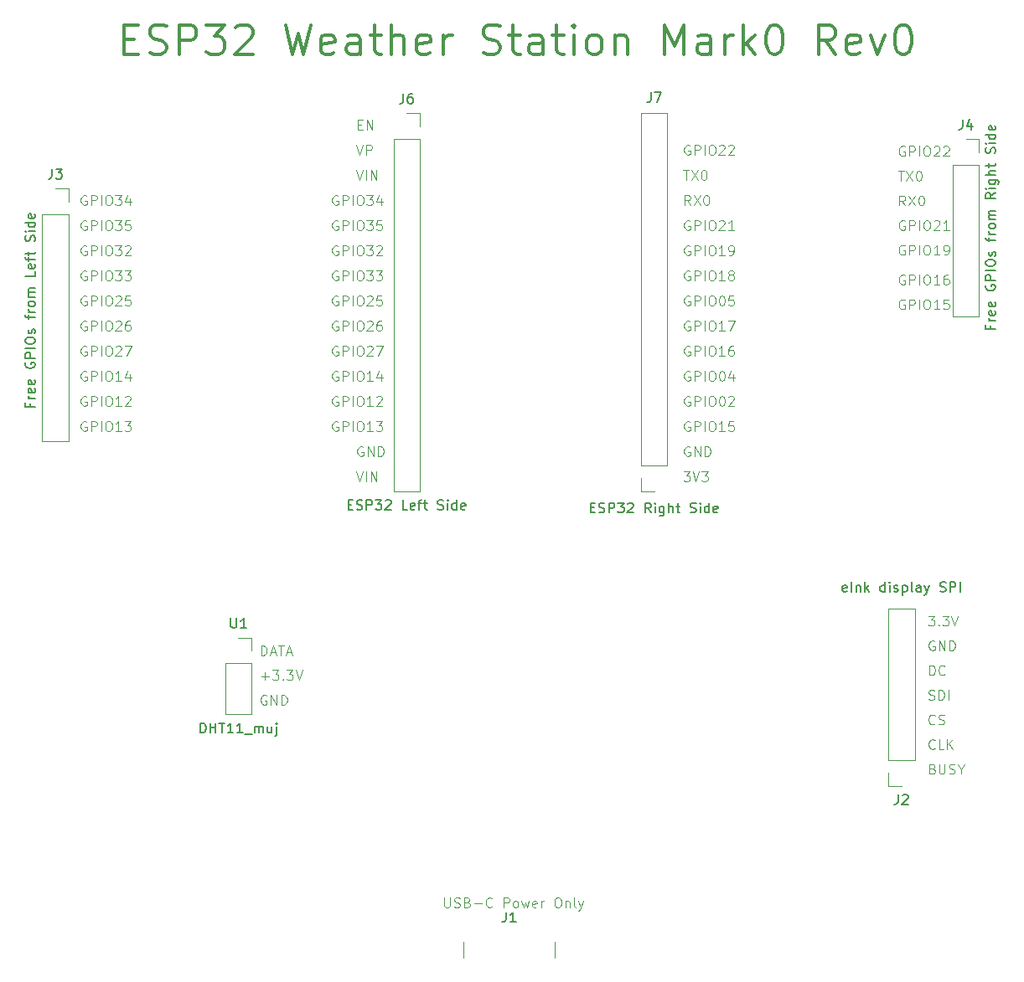
<source format=gbr>
%TF.GenerationSoftware,KiCad,Pcbnew,9.0.0*%
%TF.CreationDate,2025-05-10T18:53:19+02:00*%
%TF.ProjectId,25Zak001 ESP32 Mark0,32355a61-6b30-4303-9120-455350333220,rev?*%
%TF.SameCoordinates,Original*%
%TF.FileFunction,Legend,Top*%
%TF.FilePolarity,Positive*%
%FSLAX46Y46*%
G04 Gerber Fmt 4.6, Leading zero omitted, Abs format (unit mm)*
G04 Created by KiCad (PCBNEW 9.0.0) date 2025-05-10 18:53:19*
%MOMM*%
%LPD*%
G01*
G04 APERTURE LIST*
%ADD10C,0.375000*%
%ADD11C,0.100000*%
%ADD12C,0.150000*%
%ADD13C,0.120000*%
G04 APERTURE END LIST*
D10*
X88460995Y-44041928D02*
X89460995Y-44041928D01*
X89889567Y-45613357D02*
X88460995Y-45613357D01*
X88460995Y-45613357D02*
X88460995Y-42613357D01*
X88460995Y-42613357D02*
X89889567Y-42613357D01*
X91032424Y-45470500D02*
X91460996Y-45613357D01*
X91460996Y-45613357D02*
X92175281Y-45613357D01*
X92175281Y-45613357D02*
X92460996Y-45470500D01*
X92460996Y-45470500D02*
X92603853Y-45327642D01*
X92603853Y-45327642D02*
X92746710Y-45041928D01*
X92746710Y-45041928D02*
X92746710Y-44756214D01*
X92746710Y-44756214D02*
X92603853Y-44470500D01*
X92603853Y-44470500D02*
X92460996Y-44327642D01*
X92460996Y-44327642D02*
X92175281Y-44184785D01*
X92175281Y-44184785D02*
X91603853Y-44041928D01*
X91603853Y-44041928D02*
X91318138Y-43899071D01*
X91318138Y-43899071D02*
X91175281Y-43756214D01*
X91175281Y-43756214D02*
X91032424Y-43470500D01*
X91032424Y-43470500D02*
X91032424Y-43184785D01*
X91032424Y-43184785D02*
X91175281Y-42899071D01*
X91175281Y-42899071D02*
X91318138Y-42756214D01*
X91318138Y-42756214D02*
X91603853Y-42613357D01*
X91603853Y-42613357D02*
X92318138Y-42613357D01*
X92318138Y-42613357D02*
X92746710Y-42756214D01*
X94032424Y-45613357D02*
X94032424Y-42613357D01*
X94032424Y-42613357D02*
X95175281Y-42613357D01*
X95175281Y-42613357D02*
X95460996Y-42756214D01*
X95460996Y-42756214D02*
X95603853Y-42899071D01*
X95603853Y-42899071D02*
X95746710Y-43184785D01*
X95746710Y-43184785D02*
X95746710Y-43613357D01*
X95746710Y-43613357D02*
X95603853Y-43899071D01*
X95603853Y-43899071D02*
X95460996Y-44041928D01*
X95460996Y-44041928D02*
X95175281Y-44184785D01*
X95175281Y-44184785D02*
X94032424Y-44184785D01*
X96746710Y-42613357D02*
X98603853Y-42613357D01*
X98603853Y-42613357D02*
X97603853Y-43756214D01*
X97603853Y-43756214D02*
X98032424Y-43756214D01*
X98032424Y-43756214D02*
X98318139Y-43899071D01*
X98318139Y-43899071D02*
X98460996Y-44041928D01*
X98460996Y-44041928D02*
X98603853Y-44327642D01*
X98603853Y-44327642D02*
X98603853Y-45041928D01*
X98603853Y-45041928D02*
X98460996Y-45327642D01*
X98460996Y-45327642D02*
X98318139Y-45470500D01*
X98318139Y-45470500D02*
X98032424Y-45613357D01*
X98032424Y-45613357D02*
X97175281Y-45613357D01*
X97175281Y-45613357D02*
X96889567Y-45470500D01*
X96889567Y-45470500D02*
X96746710Y-45327642D01*
X99746710Y-42899071D02*
X99889567Y-42756214D01*
X99889567Y-42756214D02*
X100175282Y-42613357D01*
X100175282Y-42613357D02*
X100889567Y-42613357D01*
X100889567Y-42613357D02*
X101175282Y-42756214D01*
X101175282Y-42756214D02*
X101318139Y-42899071D01*
X101318139Y-42899071D02*
X101460996Y-43184785D01*
X101460996Y-43184785D02*
X101460996Y-43470500D01*
X101460996Y-43470500D02*
X101318139Y-43899071D01*
X101318139Y-43899071D02*
X99603853Y-45613357D01*
X99603853Y-45613357D02*
X101460996Y-45613357D01*
X104746710Y-42613357D02*
X105460996Y-45613357D01*
X105460996Y-45613357D02*
X106032424Y-43470500D01*
X106032424Y-43470500D02*
X106603853Y-45613357D01*
X106603853Y-45613357D02*
X107318139Y-42613357D01*
X109603852Y-45470500D02*
X109318138Y-45613357D01*
X109318138Y-45613357D02*
X108746710Y-45613357D01*
X108746710Y-45613357D02*
X108460995Y-45470500D01*
X108460995Y-45470500D02*
X108318138Y-45184785D01*
X108318138Y-45184785D02*
X108318138Y-44041928D01*
X108318138Y-44041928D02*
X108460995Y-43756214D01*
X108460995Y-43756214D02*
X108746710Y-43613357D01*
X108746710Y-43613357D02*
X109318138Y-43613357D01*
X109318138Y-43613357D02*
X109603852Y-43756214D01*
X109603852Y-43756214D02*
X109746710Y-44041928D01*
X109746710Y-44041928D02*
X109746710Y-44327642D01*
X109746710Y-44327642D02*
X108318138Y-44613357D01*
X112318139Y-45613357D02*
X112318139Y-44041928D01*
X112318139Y-44041928D02*
X112175281Y-43756214D01*
X112175281Y-43756214D02*
X111889567Y-43613357D01*
X111889567Y-43613357D02*
X111318139Y-43613357D01*
X111318139Y-43613357D02*
X111032424Y-43756214D01*
X112318139Y-45470500D02*
X112032424Y-45613357D01*
X112032424Y-45613357D02*
X111318139Y-45613357D01*
X111318139Y-45613357D02*
X111032424Y-45470500D01*
X111032424Y-45470500D02*
X110889567Y-45184785D01*
X110889567Y-45184785D02*
X110889567Y-44899071D01*
X110889567Y-44899071D02*
X111032424Y-44613357D01*
X111032424Y-44613357D02*
X111318139Y-44470500D01*
X111318139Y-44470500D02*
X112032424Y-44470500D01*
X112032424Y-44470500D02*
X112318139Y-44327642D01*
X113318139Y-43613357D02*
X114460996Y-43613357D01*
X113746710Y-42613357D02*
X113746710Y-45184785D01*
X113746710Y-45184785D02*
X113889567Y-45470500D01*
X113889567Y-45470500D02*
X114175282Y-45613357D01*
X114175282Y-45613357D02*
X114460996Y-45613357D01*
X115460996Y-45613357D02*
X115460996Y-42613357D01*
X116746711Y-45613357D02*
X116746711Y-44041928D01*
X116746711Y-44041928D02*
X116603853Y-43756214D01*
X116603853Y-43756214D02*
X116318139Y-43613357D01*
X116318139Y-43613357D02*
X115889568Y-43613357D01*
X115889568Y-43613357D02*
X115603853Y-43756214D01*
X115603853Y-43756214D02*
X115460996Y-43899071D01*
X119318139Y-45470500D02*
X119032425Y-45613357D01*
X119032425Y-45613357D02*
X118460997Y-45613357D01*
X118460997Y-45613357D02*
X118175282Y-45470500D01*
X118175282Y-45470500D02*
X118032425Y-45184785D01*
X118032425Y-45184785D02*
X118032425Y-44041928D01*
X118032425Y-44041928D02*
X118175282Y-43756214D01*
X118175282Y-43756214D02*
X118460997Y-43613357D01*
X118460997Y-43613357D02*
X119032425Y-43613357D01*
X119032425Y-43613357D02*
X119318139Y-43756214D01*
X119318139Y-43756214D02*
X119460997Y-44041928D01*
X119460997Y-44041928D02*
X119460997Y-44327642D01*
X119460997Y-44327642D02*
X118032425Y-44613357D01*
X120746711Y-45613357D02*
X120746711Y-43613357D01*
X120746711Y-44184785D02*
X120889568Y-43899071D01*
X120889568Y-43899071D02*
X121032426Y-43756214D01*
X121032426Y-43756214D02*
X121318140Y-43613357D01*
X121318140Y-43613357D02*
X121603854Y-43613357D01*
X124746711Y-45470500D02*
X125175283Y-45613357D01*
X125175283Y-45613357D02*
X125889568Y-45613357D01*
X125889568Y-45613357D02*
X126175283Y-45470500D01*
X126175283Y-45470500D02*
X126318140Y-45327642D01*
X126318140Y-45327642D02*
X126460997Y-45041928D01*
X126460997Y-45041928D02*
X126460997Y-44756214D01*
X126460997Y-44756214D02*
X126318140Y-44470500D01*
X126318140Y-44470500D02*
X126175283Y-44327642D01*
X126175283Y-44327642D02*
X125889568Y-44184785D01*
X125889568Y-44184785D02*
X125318140Y-44041928D01*
X125318140Y-44041928D02*
X125032425Y-43899071D01*
X125032425Y-43899071D02*
X124889568Y-43756214D01*
X124889568Y-43756214D02*
X124746711Y-43470500D01*
X124746711Y-43470500D02*
X124746711Y-43184785D01*
X124746711Y-43184785D02*
X124889568Y-42899071D01*
X124889568Y-42899071D02*
X125032425Y-42756214D01*
X125032425Y-42756214D02*
X125318140Y-42613357D01*
X125318140Y-42613357D02*
X126032425Y-42613357D01*
X126032425Y-42613357D02*
X126460997Y-42756214D01*
X127318140Y-43613357D02*
X128460997Y-43613357D01*
X127746711Y-42613357D02*
X127746711Y-45184785D01*
X127746711Y-45184785D02*
X127889568Y-45470500D01*
X127889568Y-45470500D02*
X128175283Y-45613357D01*
X128175283Y-45613357D02*
X128460997Y-45613357D01*
X130746712Y-45613357D02*
X130746712Y-44041928D01*
X130746712Y-44041928D02*
X130603854Y-43756214D01*
X130603854Y-43756214D02*
X130318140Y-43613357D01*
X130318140Y-43613357D02*
X129746712Y-43613357D01*
X129746712Y-43613357D02*
X129460997Y-43756214D01*
X130746712Y-45470500D02*
X130460997Y-45613357D01*
X130460997Y-45613357D02*
X129746712Y-45613357D01*
X129746712Y-45613357D02*
X129460997Y-45470500D01*
X129460997Y-45470500D02*
X129318140Y-45184785D01*
X129318140Y-45184785D02*
X129318140Y-44899071D01*
X129318140Y-44899071D02*
X129460997Y-44613357D01*
X129460997Y-44613357D02*
X129746712Y-44470500D01*
X129746712Y-44470500D02*
X130460997Y-44470500D01*
X130460997Y-44470500D02*
X130746712Y-44327642D01*
X131746712Y-43613357D02*
X132889569Y-43613357D01*
X132175283Y-42613357D02*
X132175283Y-45184785D01*
X132175283Y-45184785D02*
X132318140Y-45470500D01*
X132318140Y-45470500D02*
X132603855Y-45613357D01*
X132603855Y-45613357D02*
X132889569Y-45613357D01*
X133889569Y-45613357D02*
X133889569Y-43613357D01*
X133889569Y-42613357D02*
X133746712Y-42756214D01*
X133746712Y-42756214D02*
X133889569Y-42899071D01*
X133889569Y-42899071D02*
X134032426Y-42756214D01*
X134032426Y-42756214D02*
X133889569Y-42613357D01*
X133889569Y-42613357D02*
X133889569Y-42899071D01*
X135746712Y-45613357D02*
X135460997Y-45470500D01*
X135460997Y-45470500D02*
X135318140Y-45327642D01*
X135318140Y-45327642D02*
X135175283Y-45041928D01*
X135175283Y-45041928D02*
X135175283Y-44184785D01*
X135175283Y-44184785D02*
X135318140Y-43899071D01*
X135318140Y-43899071D02*
X135460997Y-43756214D01*
X135460997Y-43756214D02*
X135746712Y-43613357D01*
X135746712Y-43613357D02*
X136175283Y-43613357D01*
X136175283Y-43613357D02*
X136460997Y-43756214D01*
X136460997Y-43756214D02*
X136603855Y-43899071D01*
X136603855Y-43899071D02*
X136746712Y-44184785D01*
X136746712Y-44184785D02*
X136746712Y-45041928D01*
X136746712Y-45041928D02*
X136603855Y-45327642D01*
X136603855Y-45327642D02*
X136460997Y-45470500D01*
X136460997Y-45470500D02*
X136175283Y-45613357D01*
X136175283Y-45613357D02*
X135746712Y-45613357D01*
X138032426Y-43613357D02*
X138032426Y-45613357D01*
X138032426Y-43899071D02*
X138175283Y-43756214D01*
X138175283Y-43756214D02*
X138460998Y-43613357D01*
X138460998Y-43613357D02*
X138889569Y-43613357D01*
X138889569Y-43613357D02*
X139175283Y-43756214D01*
X139175283Y-43756214D02*
X139318141Y-44041928D01*
X139318141Y-44041928D02*
X139318141Y-45613357D01*
X143032426Y-45613357D02*
X143032426Y-42613357D01*
X143032426Y-42613357D02*
X144032426Y-44756214D01*
X144032426Y-44756214D02*
X145032426Y-42613357D01*
X145032426Y-42613357D02*
X145032426Y-45613357D01*
X147746712Y-45613357D02*
X147746712Y-44041928D01*
X147746712Y-44041928D02*
X147603854Y-43756214D01*
X147603854Y-43756214D02*
X147318140Y-43613357D01*
X147318140Y-43613357D02*
X146746712Y-43613357D01*
X146746712Y-43613357D02*
X146460997Y-43756214D01*
X147746712Y-45470500D02*
X147460997Y-45613357D01*
X147460997Y-45613357D02*
X146746712Y-45613357D01*
X146746712Y-45613357D02*
X146460997Y-45470500D01*
X146460997Y-45470500D02*
X146318140Y-45184785D01*
X146318140Y-45184785D02*
X146318140Y-44899071D01*
X146318140Y-44899071D02*
X146460997Y-44613357D01*
X146460997Y-44613357D02*
X146746712Y-44470500D01*
X146746712Y-44470500D02*
X147460997Y-44470500D01*
X147460997Y-44470500D02*
X147746712Y-44327642D01*
X149175283Y-45613357D02*
X149175283Y-43613357D01*
X149175283Y-44184785D02*
X149318140Y-43899071D01*
X149318140Y-43899071D02*
X149460998Y-43756214D01*
X149460998Y-43756214D02*
X149746712Y-43613357D01*
X149746712Y-43613357D02*
X150032426Y-43613357D01*
X151032426Y-45613357D02*
X151032426Y-42613357D01*
X151318141Y-44470500D02*
X152175283Y-45613357D01*
X152175283Y-43613357D02*
X151032426Y-44756214D01*
X154032426Y-42613357D02*
X154318140Y-42613357D01*
X154318140Y-42613357D02*
X154603854Y-42756214D01*
X154603854Y-42756214D02*
X154746712Y-42899071D01*
X154746712Y-42899071D02*
X154889569Y-43184785D01*
X154889569Y-43184785D02*
X155032426Y-43756214D01*
X155032426Y-43756214D02*
X155032426Y-44470500D01*
X155032426Y-44470500D02*
X154889569Y-45041928D01*
X154889569Y-45041928D02*
X154746712Y-45327642D01*
X154746712Y-45327642D02*
X154603854Y-45470500D01*
X154603854Y-45470500D02*
X154318140Y-45613357D01*
X154318140Y-45613357D02*
X154032426Y-45613357D01*
X154032426Y-45613357D02*
X153746712Y-45470500D01*
X153746712Y-45470500D02*
X153603854Y-45327642D01*
X153603854Y-45327642D02*
X153460997Y-45041928D01*
X153460997Y-45041928D02*
X153318140Y-44470500D01*
X153318140Y-44470500D02*
X153318140Y-43756214D01*
X153318140Y-43756214D02*
X153460997Y-43184785D01*
X153460997Y-43184785D02*
X153603854Y-42899071D01*
X153603854Y-42899071D02*
X153746712Y-42756214D01*
X153746712Y-42756214D02*
X154032426Y-42613357D01*
X160318140Y-45613357D02*
X159318140Y-44184785D01*
X158603854Y-45613357D02*
X158603854Y-42613357D01*
X158603854Y-42613357D02*
X159746711Y-42613357D01*
X159746711Y-42613357D02*
X160032426Y-42756214D01*
X160032426Y-42756214D02*
X160175283Y-42899071D01*
X160175283Y-42899071D02*
X160318140Y-43184785D01*
X160318140Y-43184785D02*
X160318140Y-43613357D01*
X160318140Y-43613357D02*
X160175283Y-43899071D01*
X160175283Y-43899071D02*
X160032426Y-44041928D01*
X160032426Y-44041928D02*
X159746711Y-44184785D01*
X159746711Y-44184785D02*
X158603854Y-44184785D01*
X162746711Y-45470500D02*
X162460997Y-45613357D01*
X162460997Y-45613357D02*
X161889569Y-45613357D01*
X161889569Y-45613357D02*
X161603854Y-45470500D01*
X161603854Y-45470500D02*
X161460997Y-45184785D01*
X161460997Y-45184785D02*
X161460997Y-44041928D01*
X161460997Y-44041928D02*
X161603854Y-43756214D01*
X161603854Y-43756214D02*
X161889569Y-43613357D01*
X161889569Y-43613357D02*
X162460997Y-43613357D01*
X162460997Y-43613357D02*
X162746711Y-43756214D01*
X162746711Y-43756214D02*
X162889569Y-44041928D01*
X162889569Y-44041928D02*
X162889569Y-44327642D01*
X162889569Y-44327642D02*
X161460997Y-44613357D01*
X163889569Y-43613357D02*
X164603855Y-45613357D01*
X164603855Y-45613357D02*
X165318140Y-43613357D01*
X167032426Y-42613357D02*
X167318140Y-42613357D01*
X167318140Y-42613357D02*
X167603854Y-42756214D01*
X167603854Y-42756214D02*
X167746712Y-42899071D01*
X167746712Y-42899071D02*
X167889569Y-43184785D01*
X167889569Y-43184785D02*
X168032426Y-43756214D01*
X168032426Y-43756214D02*
X168032426Y-44470500D01*
X168032426Y-44470500D02*
X167889569Y-45041928D01*
X167889569Y-45041928D02*
X167746712Y-45327642D01*
X167746712Y-45327642D02*
X167603854Y-45470500D01*
X167603854Y-45470500D02*
X167318140Y-45613357D01*
X167318140Y-45613357D02*
X167032426Y-45613357D01*
X167032426Y-45613357D02*
X166746712Y-45470500D01*
X166746712Y-45470500D02*
X166603854Y-45327642D01*
X166603854Y-45327642D02*
X166460997Y-45041928D01*
X166460997Y-45041928D02*
X166318140Y-44470500D01*
X166318140Y-44470500D02*
X166318140Y-43756214D01*
X166318140Y-43756214D02*
X166460997Y-43184785D01*
X166460997Y-43184785D02*
X166603854Y-42899071D01*
X166603854Y-42899071D02*
X166746712Y-42756214D01*
X166746712Y-42756214D02*
X167032426Y-42613357D01*
D11*
X120803884Y-130872419D02*
X120803884Y-131681942D01*
X120803884Y-131681942D02*
X120851503Y-131777180D01*
X120851503Y-131777180D02*
X120899122Y-131824800D01*
X120899122Y-131824800D02*
X120994360Y-131872419D01*
X120994360Y-131872419D02*
X121184836Y-131872419D01*
X121184836Y-131872419D02*
X121280074Y-131824800D01*
X121280074Y-131824800D02*
X121327693Y-131777180D01*
X121327693Y-131777180D02*
X121375312Y-131681942D01*
X121375312Y-131681942D02*
X121375312Y-130872419D01*
X121803884Y-131824800D02*
X121946741Y-131872419D01*
X121946741Y-131872419D02*
X122184836Y-131872419D01*
X122184836Y-131872419D02*
X122280074Y-131824800D01*
X122280074Y-131824800D02*
X122327693Y-131777180D01*
X122327693Y-131777180D02*
X122375312Y-131681942D01*
X122375312Y-131681942D02*
X122375312Y-131586704D01*
X122375312Y-131586704D02*
X122327693Y-131491466D01*
X122327693Y-131491466D02*
X122280074Y-131443847D01*
X122280074Y-131443847D02*
X122184836Y-131396228D01*
X122184836Y-131396228D02*
X121994360Y-131348609D01*
X121994360Y-131348609D02*
X121899122Y-131300990D01*
X121899122Y-131300990D02*
X121851503Y-131253371D01*
X121851503Y-131253371D02*
X121803884Y-131158133D01*
X121803884Y-131158133D02*
X121803884Y-131062895D01*
X121803884Y-131062895D02*
X121851503Y-130967657D01*
X121851503Y-130967657D02*
X121899122Y-130920038D01*
X121899122Y-130920038D02*
X121994360Y-130872419D01*
X121994360Y-130872419D02*
X122232455Y-130872419D01*
X122232455Y-130872419D02*
X122375312Y-130920038D01*
X123137217Y-131348609D02*
X123280074Y-131396228D01*
X123280074Y-131396228D02*
X123327693Y-131443847D01*
X123327693Y-131443847D02*
X123375312Y-131539085D01*
X123375312Y-131539085D02*
X123375312Y-131681942D01*
X123375312Y-131681942D02*
X123327693Y-131777180D01*
X123327693Y-131777180D02*
X123280074Y-131824800D01*
X123280074Y-131824800D02*
X123184836Y-131872419D01*
X123184836Y-131872419D02*
X122803884Y-131872419D01*
X122803884Y-131872419D02*
X122803884Y-130872419D01*
X122803884Y-130872419D02*
X123137217Y-130872419D01*
X123137217Y-130872419D02*
X123232455Y-130920038D01*
X123232455Y-130920038D02*
X123280074Y-130967657D01*
X123280074Y-130967657D02*
X123327693Y-131062895D01*
X123327693Y-131062895D02*
X123327693Y-131158133D01*
X123327693Y-131158133D02*
X123280074Y-131253371D01*
X123280074Y-131253371D02*
X123232455Y-131300990D01*
X123232455Y-131300990D02*
X123137217Y-131348609D01*
X123137217Y-131348609D02*
X122803884Y-131348609D01*
X123803884Y-131491466D02*
X124565789Y-131491466D01*
X125613407Y-131777180D02*
X125565788Y-131824800D01*
X125565788Y-131824800D02*
X125422931Y-131872419D01*
X125422931Y-131872419D02*
X125327693Y-131872419D01*
X125327693Y-131872419D02*
X125184836Y-131824800D01*
X125184836Y-131824800D02*
X125089598Y-131729561D01*
X125089598Y-131729561D02*
X125041979Y-131634323D01*
X125041979Y-131634323D02*
X124994360Y-131443847D01*
X124994360Y-131443847D02*
X124994360Y-131300990D01*
X124994360Y-131300990D02*
X125041979Y-131110514D01*
X125041979Y-131110514D02*
X125089598Y-131015276D01*
X125089598Y-131015276D02*
X125184836Y-130920038D01*
X125184836Y-130920038D02*
X125327693Y-130872419D01*
X125327693Y-130872419D02*
X125422931Y-130872419D01*
X125422931Y-130872419D02*
X125565788Y-130920038D01*
X125565788Y-130920038D02*
X125613407Y-130967657D01*
X126803884Y-131872419D02*
X126803884Y-130872419D01*
X126803884Y-130872419D02*
X127184836Y-130872419D01*
X127184836Y-130872419D02*
X127280074Y-130920038D01*
X127280074Y-130920038D02*
X127327693Y-130967657D01*
X127327693Y-130967657D02*
X127375312Y-131062895D01*
X127375312Y-131062895D02*
X127375312Y-131205752D01*
X127375312Y-131205752D02*
X127327693Y-131300990D01*
X127327693Y-131300990D02*
X127280074Y-131348609D01*
X127280074Y-131348609D02*
X127184836Y-131396228D01*
X127184836Y-131396228D02*
X126803884Y-131396228D01*
X127946741Y-131872419D02*
X127851503Y-131824800D01*
X127851503Y-131824800D02*
X127803884Y-131777180D01*
X127803884Y-131777180D02*
X127756265Y-131681942D01*
X127756265Y-131681942D02*
X127756265Y-131396228D01*
X127756265Y-131396228D02*
X127803884Y-131300990D01*
X127803884Y-131300990D02*
X127851503Y-131253371D01*
X127851503Y-131253371D02*
X127946741Y-131205752D01*
X127946741Y-131205752D02*
X128089598Y-131205752D01*
X128089598Y-131205752D02*
X128184836Y-131253371D01*
X128184836Y-131253371D02*
X128232455Y-131300990D01*
X128232455Y-131300990D02*
X128280074Y-131396228D01*
X128280074Y-131396228D02*
X128280074Y-131681942D01*
X128280074Y-131681942D02*
X128232455Y-131777180D01*
X128232455Y-131777180D02*
X128184836Y-131824800D01*
X128184836Y-131824800D02*
X128089598Y-131872419D01*
X128089598Y-131872419D02*
X127946741Y-131872419D01*
X128613408Y-131205752D02*
X128803884Y-131872419D01*
X128803884Y-131872419D02*
X128994360Y-131396228D01*
X128994360Y-131396228D02*
X129184836Y-131872419D01*
X129184836Y-131872419D02*
X129375312Y-131205752D01*
X130137217Y-131824800D02*
X130041979Y-131872419D01*
X130041979Y-131872419D02*
X129851503Y-131872419D01*
X129851503Y-131872419D02*
X129756265Y-131824800D01*
X129756265Y-131824800D02*
X129708646Y-131729561D01*
X129708646Y-131729561D02*
X129708646Y-131348609D01*
X129708646Y-131348609D02*
X129756265Y-131253371D01*
X129756265Y-131253371D02*
X129851503Y-131205752D01*
X129851503Y-131205752D02*
X130041979Y-131205752D01*
X130041979Y-131205752D02*
X130137217Y-131253371D01*
X130137217Y-131253371D02*
X130184836Y-131348609D01*
X130184836Y-131348609D02*
X130184836Y-131443847D01*
X130184836Y-131443847D02*
X129708646Y-131539085D01*
X130613408Y-131872419D02*
X130613408Y-131205752D01*
X130613408Y-131396228D02*
X130661027Y-131300990D01*
X130661027Y-131300990D02*
X130708646Y-131253371D01*
X130708646Y-131253371D02*
X130803884Y-131205752D01*
X130803884Y-131205752D02*
X130899122Y-131205752D01*
X132184837Y-130872419D02*
X132375313Y-130872419D01*
X132375313Y-130872419D02*
X132470551Y-130920038D01*
X132470551Y-130920038D02*
X132565789Y-131015276D01*
X132565789Y-131015276D02*
X132613408Y-131205752D01*
X132613408Y-131205752D02*
X132613408Y-131539085D01*
X132613408Y-131539085D02*
X132565789Y-131729561D01*
X132565789Y-131729561D02*
X132470551Y-131824800D01*
X132470551Y-131824800D02*
X132375313Y-131872419D01*
X132375313Y-131872419D02*
X132184837Y-131872419D01*
X132184837Y-131872419D02*
X132089599Y-131824800D01*
X132089599Y-131824800D02*
X131994361Y-131729561D01*
X131994361Y-131729561D02*
X131946742Y-131539085D01*
X131946742Y-131539085D02*
X131946742Y-131205752D01*
X131946742Y-131205752D02*
X131994361Y-131015276D01*
X131994361Y-131015276D02*
X132089599Y-130920038D01*
X132089599Y-130920038D02*
X132184837Y-130872419D01*
X133041980Y-131205752D02*
X133041980Y-131872419D01*
X133041980Y-131300990D02*
X133089599Y-131253371D01*
X133089599Y-131253371D02*
X133184837Y-131205752D01*
X133184837Y-131205752D02*
X133327694Y-131205752D01*
X133327694Y-131205752D02*
X133422932Y-131253371D01*
X133422932Y-131253371D02*
X133470551Y-131348609D01*
X133470551Y-131348609D02*
X133470551Y-131872419D01*
X134089599Y-131872419D02*
X133994361Y-131824800D01*
X133994361Y-131824800D02*
X133946742Y-131729561D01*
X133946742Y-131729561D02*
X133946742Y-130872419D01*
X134375314Y-131205752D02*
X134613409Y-131872419D01*
X134851504Y-131205752D02*
X134613409Y-131872419D01*
X134613409Y-131872419D02*
X134518171Y-132110514D01*
X134518171Y-132110514D02*
X134470552Y-132158133D01*
X134470552Y-132158133D02*
X134375314Y-132205752D01*
X169708646Y-102372419D02*
X170327693Y-102372419D01*
X170327693Y-102372419D02*
X169994360Y-102753371D01*
X169994360Y-102753371D02*
X170137217Y-102753371D01*
X170137217Y-102753371D02*
X170232455Y-102800990D01*
X170232455Y-102800990D02*
X170280074Y-102848609D01*
X170280074Y-102848609D02*
X170327693Y-102943847D01*
X170327693Y-102943847D02*
X170327693Y-103181942D01*
X170327693Y-103181942D02*
X170280074Y-103277180D01*
X170280074Y-103277180D02*
X170232455Y-103324800D01*
X170232455Y-103324800D02*
X170137217Y-103372419D01*
X170137217Y-103372419D02*
X169851503Y-103372419D01*
X169851503Y-103372419D02*
X169756265Y-103324800D01*
X169756265Y-103324800D02*
X169708646Y-103277180D01*
X170756265Y-103277180D02*
X170803884Y-103324800D01*
X170803884Y-103324800D02*
X170756265Y-103372419D01*
X170756265Y-103372419D02*
X170708646Y-103324800D01*
X170708646Y-103324800D02*
X170756265Y-103277180D01*
X170756265Y-103277180D02*
X170756265Y-103372419D01*
X171137217Y-102372419D02*
X171756264Y-102372419D01*
X171756264Y-102372419D02*
X171422931Y-102753371D01*
X171422931Y-102753371D02*
X171565788Y-102753371D01*
X171565788Y-102753371D02*
X171661026Y-102800990D01*
X171661026Y-102800990D02*
X171708645Y-102848609D01*
X171708645Y-102848609D02*
X171756264Y-102943847D01*
X171756264Y-102943847D02*
X171756264Y-103181942D01*
X171756264Y-103181942D02*
X171708645Y-103277180D01*
X171708645Y-103277180D02*
X171661026Y-103324800D01*
X171661026Y-103324800D02*
X171565788Y-103372419D01*
X171565788Y-103372419D02*
X171280074Y-103372419D01*
X171280074Y-103372419D02*
X171184836Y-103324800D01*
X171184836Y-103324800D02*
X171137217Y-103277180D01*
X172041979Y-102372419D02*
X172375312Y-103372419D01*
X172375312Y-103372419D02*
X172708645Y-102372419D01*
X169803884Y-108372419D02*
X169803884Y-107372419D01*
X169803884Y-107372419D02*
X170041979Y-107372419D01*
X170041979Y-107372419D02*
X170184836Y-107420038D01*
X170184836Y-107420038D02*
X170280074Y-107515276D01*
X170280074Y-107515276D02*
X170327693Y-107610514D01*
X170327693Y-107610514D02*
X170375312Y-107800990D01*
X170375312Y-107800990D02*
X170375312Y-107943847D01*
X170375312Y-107943847D02*
X170327693Y-108134323D01*
X170327693Y-108134323D02*
X170280074Y-108229561D01*
X170280074Y-108229561D02*
X170184836Y-108324800D01*
X170184836Y-108324800D02*
X170041979Y-108372419D01*
X170041979Y-108372419D02*
X169803884Y-108372419D01*
X171375312Y-108277180D02*
X171327693Y-108324800D01*
X171327693Y-108324800D02*
X171184836Y-108372419D01*
X171184836Y-108372419D02*
X171089598Y-108372419D01*
X171089598Y-108372419D02*
X170946741Y-108324800D01*
X170946741Y-108324800D02*
X170851503Y-108229561D01*
X170851503Y-108229561D02*
X170803884Y-108134323D01*
X170803884Y-108134323D02*
X170756265Y-107943847D01*
X170756265Y-107943847D02*
X170756265Y-107800990D01*
X170756265Y-107800990D02*
X170803884Y-107610514D01*
X170803884Y-107610514D02*
X170851503Y-107515276D01*
X170851503Y-107515276D02*
X170946741Y-107420038D01*
X170946741Y-107420038D02*
X171089598Y-107372419D01*
X171089598Y-107372419D02*
X171184836Y-107372419D01*
X171184836Y-107372419D02*
X171327693Y-107420038D01*
X171327693Y-107420038D02*
X171375312Y-107467657D01*
X170137217Y-117848609D02*
X170280074Y-117896228D01*
X170280074Y-117896228D02*
X170327693Y-117943847D01*
X170327693Y-117943847D02*
X170375312Y-118039085D01*
X170375312Y-118039085D02*
X170375312Y-118181942D01*
X170375312Y-118181942D02*
X170327693Y-118277180D01*
X170327693Y-118277180D02*
X170280074Y-118324800D01*
X170280074Y-118324800D02*
X170184836Y-118372419D01*
X170184836Y-118372419D02*
X169803884Y-118372419D01*
X169803884Y-118372419D02*
X169803884Y-117372419D01*
X169803884Y-117372419D02*
X170137217Y-117372419D01*
X170137217Y-117372419D02*
X170232455Y-117420038D01*
X170232455Y-117420038D02*
X170280074Y-117467657D01*
X170280074Y-117467657D02*
X170327693Y-117562895D01*
X170327693Y-117562895D02*
X170327693Y-117658133D01*
X170327693Y-117658133D02*
X170280074Y-117753371D01*
X170280074Y-117753371D02*
X170232455Y-117800990D01*
X170232455Y-117800990D02*
X170137217Y-117848609D01*
X170137217Y-117848609D02*
X169803884Y-117848609D01*
X170803884Y-117372419D02*
X170803884Y-118181942D01*
X170803884Y-118181942D02*
X170851503Y-118277180D01*
X170851503Y-118277180D02*
X170899122Y-118324800D01*
X170899122Y-118324800D02*
X170994360Y-118372419D01*
X170994360Y-118372419D02*
X171184836Y-118372419D01*
X171184836Y-118372419D02*
X171280074Y-118324800D01*
X171280074Y-118324800D02*
X171327693Y-118277180D01*
X171327693Y-118277180D02*
X171375312Y-118181942D01*
X171375312Y-118181942D02*
X171375312Y-117372419D01*
X171803884Y-118324800D02*
X171946741Y-118372419D01*
X171946741Y-118372419D02*
X172184836Y-118372419D01*
X172184836Y-118372419D02*
X172280074Y-118324800D01*
X172280074Y-118324800D02*
X172327693Y-118277180D01*
X172327693Y-118277180D02*
X172375312Y-118181942D01*
X172375312Y-118181942D02*
X172375312Y-118086704D01*
X172375312Y-118086704D02*
X172327693Y-117991466D01*
X172327693Y-117991466D02*
X172280074Y-117943847D01*
X172280074Y-117943847D02*
X172184836Y-117896228D01*
X172184836Y-117896228D02*
X171994360Y-117848609D01*
X171994360Y-117848609D02*
X171899122Y-117800990D01*
X171899122Y-117800990D02*
X171851503Y-117753371D01*
X171851503Y-117753371D02*
X171803884Y-117658133D01*
X171803884Y-117658133D02*
X171803884Y-117562895D01*
X171803884Y-117562895D02*
X171851503Y-117467657D01*
X171851503Y-117467657D02*
X171899122Y-117420038D01*
X171899122Y-117420038D02*
X171994360Y-117372419D01*
X171994360Y-117372419D02*
X172232455Y-117372419D01*
X172232455Y-117372419D02*
X172375312Y-117420038D01*
X172994360Y-117896228D02*
X172994360Y-118372419D01*
X172661027Y-117372419D02*
X172994360Y-117896228D01*
X172994360Y-117896228D02*
X173327693Y-117372419D01*
X169756265Y-110824800D02*
X169899122Y-110872419D01*
X169899122Y-110872419D02*
X170137217Y-110872419D01*
X170137217Y-110872419D02*
X170232455Y-110824800D01*
X170232455Y-110824800D02*
X170280074Y-110777180D01*
X170280074Y-110777180D02*
X170327693Y-110681942D01*
X170327693Y-110681942D02*
X170327693Y-110586704D01*
X170327693Y-110586704D02*
X170280074Y-110491466D01*
X170280074Y-110491466D02*
X170232455Y-110443847D01*
X170232455Y-110443847D02*
X170137217Y-110396228D01*
X170137217Y-110396228D02*
X169946741Y-110348609D01*
X169946741Y-110348609D02*
X169851503Y-110300990D01*
X169851503Y-110300990D02*
X169803884Y-110253371D01*
X169803884Y-110253371D02*
X169756265Y-110158133D01*
X169756265Y-110158133D02*
X169756265Y-110062895D01*
X169756265Y-110062895D02*
X169803884Y-109967657D01*
X169803884Y-109967657D02*
X169851503Y-109920038D01*
X169851503Y-109920038D02*
X169946741Y-109872419D01*
X169946741Y-109872419D02*
X170184836Y-109872419D01*
X170184836Y-109872419D02*
X170327693Y-109920038D01*
X170756265Y-110872419D02*
X170756265Y-109872419D01*
X170756265Y-109872419D02*
X170994360Y-109872419D01*
X170994360Y-109872419D02*
X171137217Y-109920038D01*
X171137217Y-109920038D02*
X171232455Y-110015276D01*
X171232455Y-110015276D02*
X171280074Y-110110514D01*
X171280074Y-110110514D02*
X171327693Y-110300990D01*
X171327693Y-110300990D02*
X171327693Y-110443847D01*
X171327693Y-110443847D02*
X171280074Y-110634323D01*
X171280074Y-110634323D02*
X171232455Y-110729561D01*
X171232455Y-110729561D02*
X171137217Y-110824800D01*
X171137217Y-110824800D02*
X170994360Y-110872419D01*
X170994360Y-110872419D02*
X170756265Y-110872419D01*
X171756265Y-110872419D02*
X171756265Y-109872419D01*
X170375312Y-113277180D02*
X170327693Y-113324800D01*
X170327693Y-113324800D02*
X170184836Y-113372419D01*
X170184836Y-113372419D02*
X170089598Y-113372419D01*
X170089598Y-113372419D02*
X169946741Y-113324800D01*
X169946741Y-113324800D02*
X169851503Y-113229561D01*
X169851503Y-113229561D02*
X169803884Y-113134323D01*
X169803884Y-113134323D02*
X169756265Y-112943847D01*
X169756265Y-112943847D02*
X169756265Y-112800990D01*
X169756265Y-112800990D02*
X169803884Y-112610514D01*
X169803884Y-112610514D02*
X169851503Y-112515276D01*
X169851503Y-112515276D02*
X169946741Y-112420038D01*
X169946741Y-112420038D02*
X170089598Y-112372419D01*
X170089598Y-112372419D02*
X170184836Y-112372419D01*
X170184836Y-112372419D02*
X170327693Y-112420038D01*
X170327693Y-112420038D02*
X170375312Y-112467657D01*
X170756265Y-113324800D02*
X170899122Y-113372419D01*
X170899122Y-113372419D02*
X171137217Y-113372419D01*
X171137217Y-113372419D02*
X171232455Y-113324800D01*
X171232455Y-113324800D02*
X171280074Y-113277180D01*
X171280074Y-113277180D02*
X171327693Y-113181942D01*
X171327693Y-113181942D02*
X171327693Y-113086704D01*
X171327693Y-113086704D02*
X171280074Y-112991466D01*
X171280074Y-112991466D02*
X171232455Y-112943847D01*
X171232455Y-112943847D02*
X171137217Y-112896228D01*
X171137217Y-112896228D02*
X170946741Y-112848609D01*
X170946741Y-112848609D02*
X170851503Y-112800990D01*
X170851503Y-112800990D02*
X170803884Y-112753371D01*
X170803884Y-112753371D02*
X170756265Y-112658133D01*
X170756265Y-112658133D02*
X170756265Y-112562895D01*
X170756265Y-112562895D02*
X170803884Y-112467657D01*
X170803884Y-112467657D02*
X170851503Y-112420038D01*
X170851503Y-112420038D02*
X170946741Y-112372419D01*
X170946741Y-112372419D02*
X171184836Y-112372419D01*
X171184836Y-112372419D02*
X171327693Y-112420038D01*
X170327693Y-104920038D02*
X170232455Y-104872419D01*
X170232455Y-104872419D02*
X170089598Y-104872419D01*
X170089598Y-104872419D02*
X169946741Y-104920038D01*
X169946741Y-104920038D02*
X169851503Y-105015276D01*
X169851503Y-105015276D02*
X169803884Y-105110514D01*
X169803884Y-105110514D02*
X169756265Y-105300990D01*
X169756265Y-105300990D02*
X169756265Y-105443847D01*
X169756265Y-105443847D02*
X169803884Y-105634323D01*
X169803884Y-105634323D02*
X169851503Y-105729561D01*
X169851503Y-105729561D02*
X169946741Y-105824800D01*
X169946741Y-105824800D02*
X170089598Y-105872419D01*
X170089598Y-105872419D02*
X170184836Y-105872419D01*
X170184836Y-105872419D02*
X170327693Y-105824800D01*
X170327693Y-105824800D02*
X170375312Y-105777180D01*
X170375312Y-105777180D02*
X170375312Y-105443847D01*
X170375312Y-105443847D02*
X170184836Y-105443847D01*
X170803884Y-105872419D02*
X170803884Y-104872419D01*
X170803884Y-104872419D02*
X171375312Y-105872419D01*
X171375312Y-105872419D02*
X171375312Y-104872419D01*
X171851503Y-105872419D02*
X171851503Y-104872419D01*
X171851503Y-104872419D02*
X172089598Y-104872419D01*
X172089598Y-104872419D02*
X172232455Y-104920038D01*
X172232455Y-104920038D02*
X172327693Y-105015276D01*
X172327693Y-105015276D02*
X172375312Y-105110514D01*
X172375312Y-105110514D02*
X172422931Y-105300990D01*
X172422931Y-105300990D02*
X172422931Y-105443847D01*
X172422931Y-105443847D02*
X172375312Y-105634323D01*
X172375312Y-105634323D02*
X172327693Y-105729561D01*
X172327693Y-105729561D02*
X172232455Y-105824800D01*
X172232455Y-105824800D02*
X172089598Y-105872419D01*
X172089598Y-105872419D02*
X171851503Y-105872419D01*
X170375312Y-115777180D02*
X170327693Y-115824800D01*
X170327693Y-115824800D02*
X170184836Y-115872419D01*
X170184836Y-115872419D02*
X170089598Y-115872419D01*
X170089598Y-115872419D02*
X169946741Y-115824800D01*
X169946741Y-115824800D02*
X169851503Y-115729561D01*
X169851503Y-115729561D02*
X169803884Y-115634323D01*
X169803884Y-115634323D02*
X169756265Y-115443847D01*
X169756265Y-115443847D02*
X169756265Y-115300990D01*
X169756265Y-115300990D02*
X169803884Y-115110514D01*
X169803884Y-115110514D02*
X169851503Y-115015276D01*
X169851503Y-115015276D02*
X169946741Y-114920038D01*
X169946741Y-114920038D02*
X170089598Y-114872419D01*
X170089598Y-114872419D02*
X170184836Y-114872419D01*
X170184836Y-114872419D02*
X170327693Y-114920038D01*
X170327693Y-114920038D02*
X170375312Y-114967657D01*
X171280074Y-115872419D02*
X170803884Y-115872419D01*
X170803884Y-115872419D02*
X170803884Y-114872419D01*
X171613408Y-115872419D02*
X171613408Y-114872419D01*
X172184836Y-115872419D02*
X171756265Y-115300990D01*
X172184836Y-114872419D02*
X171613408Y-115443847D01*
X102827693Y-110420038D02*
X102732455Y-110372419D01*
X102732455Y-110372419D02*
X102589598Y-110372419D01*
X102589598Y-110372419D02*
X102446741Y-110420038D01*
X102446741Y-110420038D02*
X102351503Y-110515276D01*
X102351503Y-110515276D02*
X102303884Y-110610514D01*
X102303884Y-110610514D02*
X102256265Y-110800990D01*
X102256265Y-110800990D02*
X102256265Y-110943847D01*
X102256265Y-110943847D02*
X102303884Y-111134323D01*
X102303884Y-111134323D02*
X102351503Y-111229561D01*
X102351503Y-111229561D02*
X102446741Y-111324800D01*
X102446741Y-111324800D02*
X102589598Y-111372419D01*
X102589598Y-111372419D02*
X102684836Y-111372419D01*
X102684836Y-111372419D02*
X102827693Y-111324800D01*
X102827693Y-111324800D02*
X102875312Y-111277180D01*
X102875312Y-111277180D02*
X102875312Y-110943847D01*
X102875312Y-110943847D02*
X102684836Y-110943847D01*
X103303884Y-111372419D02*
X103303884Y-110372419D01*
X103303884Y-110372419D02*
X103875312Y-111372419D01*
X103875312Y-111372419D02*
X103875312Y-110372419D01*
X104351503Y-111372419D02*
X104351503Y-110372419D01*
X104351503Y-110372419D02*
X104589598Y-110372419D01*
X104589598Y-110372419D02*
X104732455Y-110420038D01*
X104732455Y-110420038D02*
X104827693Y-110515276D01*
X104827693Y-110515276D02*
X104875312Y-110610514D01*
X104875312Y-110610514D02*
X104922931Y-110800990D01*
X104922931Y-110800990D02*
X104922931Y-110943847D01*
X104922931Y-110943847D02*
X104875312Y-111134323D01*
X104875312Y-111134323D02*
X104827693Y-111229561D01*
X104827693Y-111229561D02*
X104732455Y-111324800D01*
X104732455Y-111324800D02*
X104589598Y-111372419D01*
X104589598Y-111372419D02*
X104351503Y-111372419D01*
X102303884Y-108491466D02*
X103065789Y-108491466D01*
X102684836Y-108872419D02*
X102684836Y-108110514D01*
X103446741Y-107872419D02*
X104065788Y-107872419D01*
X104065788Y-107872419D02*
X103732455Y-108253371D01*
X103732455Y-108253371D02*
X103875312Y-108253371D01*
X103875312Y-108253371D02*
X103970550Y-108300990D01*
X103970550Y-108300990D02*
X104018169Y-108348609D01*
X104018169Y-108348609D02*
X104065788Y-108443847D01*
X104065788Y-108443847D02*
X104065788Y-108681942D01*
X104065788Y-108681942D02*
X104018169Y-108777180D01*
X104018169Y-108777180D02*
X103970550Y-108824800D01*
X103970550Y-108824800D02*
X103875312Y-108872419D01*
X103875312Y-108872419D02*
X103589598Y-108872419D01*
X103589598Y-108872419D02*
X103494360Y-108824800D01*
X103494360Y-108824800D02*
X103446741Y-108777180D01*
X104494360Y-108777180D02*
X104541979Y-108824800D01*
X104541979Y-108824800D02*
X104494360Y-108872419D01*
X104494360Y-108872419D02*
X104446741Y-108824800D01*
X104446741Y-108824800D02*
X104494360Y-108777180D01*
X104494360Y-108777180D02*
X104494360Y-108872419D01*
X104875312Y-107872419D02*
X105494359Y-107872419D01*
X105494359Y-107872419D02*
X105161026Y-108253371D01*
X105161026Y-108253371D02*
X105303883Y-108253371D01*
X105303883Y-108253371D02*
X105399121Y-108300990D01*
X105399121Y-108300990D02*
X105446740Y-108348609D01*
X105446740Y-108348609D02*
X105494359Y-108443847D01*
X105494359Y-108443847D02*
X105494359Y-108681942D01*
X105494359Y-108681942D02*
X105446740Y-108777180D01*
X105446740Y-108777180D02*
X105399121Y-108824800D01*
X105399121Y-108824800D02*
X105303883Y-108872419D01*
X105303883Y-108872419D02*
X105018169Y-108872419D01*
X105018169Y-108872419D02*
X104922931Y-108824800D01*
X104922931Y-108824800D02*
X104875312Y-108777180D01*
X105780074Y-107872419D02*
X106113407Y-108872419D01*
X106113407Y-108872419D02*
X106446740Y-107872419D01*
X102303884Y-106372419D02*
X102303884Y-105372419D01*
X102303884Y-105372419D02*
X102541979Y-105372419D01*
X102541979Y-105372419D02*
X102684836Y-105420038D01*
X102684836Y-105420038D02*
X102780074Y-105515276D01*
X102780074Y-105515276D02*
X102827693Y-105610514D01*
X102827693Y-105610514D02*
X102875312Y-105800990D01*
X102875312Y-105800990D02*
X102875312Y-105943847D01*
X102875312Y-105943847D02*
X102827693Y-106134323D01*
X102827693Y-106134323D02*
X102780074Y-106229561D01*
X102780074Y-106229561D02*
X102684836Y-106324800D01*
X102684836Y-106324800D02*
X102541979Y-106372419D01*
X102541979Y-106372419D02*
X102303884Y-106372419D01*
X103256265Y-106086704D02*
X103732455Y-106086704D01*
X103161027Y-106372419D02*
X103494360Y-105372419D01*
X103494360Y-105372419D02*
X103827693Y-106372419D01*
X104018170Y-105372419D02*
X104589598Y-105372419D01*
X104303884Y-106372419D02*
X104303884Y-105372419D01*
X104875313Y-106086704D02*
X105351503Y-106086704D01*
X104780075Y-106372419D02*
X105113408Y-105372419D01*
X105113408Y-105372419D02*
X105446741Y-106372419D01*
X166661027Y-57372419D02*
X167232455Y-57372419D01*
X166946741Y-58372419D02*
X166946741Y-57372419D01*
X167470551Y-57372419D02*
X168137217Y-58372419D01*
X168137217Y-57372419D02*
X167470551Y-58372419D01*
X168708646Y-57372419D02*
X168803884Y-57372419D01*
X168803884Y-57372419D02*
X168899122Y-57420038D01*
X168899122Y-57420038D02*
X168946741Y-57467657D01*
X168946741Y-57467657D02*
X168994360Y-57562895D01*
X168994360Y-57562895D02*
X169041979Y-57753371D01*
X169041979Y-57753371D02*
X169041979Y-57991466D01*
X169041979Y-57991466D02*
X168994360Y-58181942D01*
X168994360Y-58181942D02*
X168946741Y-58277180D01*
X168946741Y-58277180D02*
X168899122Y-58324800D01*
X168899122Y-58324800D02*
X168803884Y-58372419D01*
X168803884Y-58372419D02*
X168708646Y-58372419D01*
X168708646Y-58372419D02*
X168613408Y-58324800D01*
X168613408Y-58324800D02*
X168565789Y-58277180D01*
X168565789Y-58277180D02*
X168518170Y-58181942D01*
X168518170Y-58181942D02*
X168470551Y-57991466D01*
X168470551Y-57991466D02*
X168470551Y-57753371D01*
X168470551Y-57753371D02*
X168518170Y-57562895D01*
X168518170Y-57562895D02*
X168565789Y-57467657D01*
X168565789Y-57467657D02*
X168613408Y-57420038D01*
X168613408Y-57420038D02*
X168708646Y-57372419D01*
X167375312Y-60872419D02*
X167041979Y-60396228D01*
X166803884Y-60872419D02*
X166803884Y-59872419D01*
X166803884Y-59872419D02*
X167184836Y-59872419D01*
X167184836Y-59872419D02*
X167280074Y-59920038D01*
X167280074Y-59920038D02*
X167327693Y-59967657D01*
X167327693Y-59967657D02*
X167375312Y-60062895D01*
X167375312Y-60062895D02*
X167375312Y-60205752D01*
X167375312Y-60205752D02*
X167327693Y-60300990D01*
X167327693Y-60300990D02*
X167280074Y-60348609D01*
X167280074Y-60348609D02*
X167184836Y-60396228D01*
X167184836Y-60396228D02*
X166803884Y-60396228D01*
X167708646Y-59872419D02*
X168375312Y-60872419D01*
X168375312Y-59872419D02*
X167708646Y-60872419D01*
X168946741Y-59872419D02*
X169041979Y-59872419D01*
X169041979Y-59872419D02*
X169137217Y-59920038D01*
X169137217Y-59920038D02*
X169184836Y-59967657D01*
X169184836Y-59967657D02*
X169232455Y-60062895D01*
X169232455Y-60062895D02*
X169280074Y-60253371D01*
X169280074Y-60253371D02*
X169280074Y-60491466D01*
X169280074Y-60491466D02*
X169232455Y-60681942D01*
X169232455Y-60681942D02*
X169184836Y-60777180D01*
X169184836Y-60777180D02*
X169137217Y-60824800D01*
X169137217Y-60824800D02*
X169041979Y-60872419D01*
X169041979Y-60872419D02*
X168946741Y-60872419D01*
X168946741Y-60872419D02*
X168851503Y-60824800D01*
X168851503Y-60824800D02*
X168803884Y-60777180D01*
X168803884Y-60777180D02*
X168756265Y-60681942D01*
X168756265Y-60681942D02*
X168708646Y-60491466D01*
X168708646Y-60491466D02*
X168708646Y-60253371D01*
X168708646Y-60253371D02*
X168756265Y-60062895D01*
X168756265Y-60062895D02*
X168803884Y-59967657D01*
X168803884Y-59967657D02*
X168851503Y-59920038D01*
X168851503Y-59920038D02*
X168946741Y-59872419D01*
X167327693Y-67920038D02*
X167232455Y-67872419D01*
X167232455Y-67872419D02*
X167089598Y-67872419D01*
X167089598Y-67872419D02*
X166946741Y-67920038D01*
X166946741Y-67920038D02*
X166851503Y-68015276D01*
X166851503Y-68015276D02*
X166803884Y-68110514D01*
X166803884Y-68110514D02*
X166756265Y-68300990D01*
X166756265Y-68300990D02*
X166756265Y-68443847D01*
X166756265Y-68443847D02*
X166803884Y-68634323D01*
X166803884Y-68634323D02*
X166851503Y-68729561D01*
X166851503Y-68729561D02*
X166946741Y-68824800D01*
X166946741Y-68824800D02*
X167089598Y-68872419D01*
X167089598Y-68872419D02*
X167184836Y-68872419D01*
X167184836Y-68872419D02*
X167327693Y-68824800D01*
X167327693Y-68824800D02*
X167375312Y-68777180D01*
X167375312Y-68777180D02*
X167375312Y-68443847D01*
X167375312Y-68443847D02*
X167184836Y-68443847D01*
X167803884Y-68872419D02*
X167803884Y-67872419D01*
X167803884Y-67872419D02*
X168184836Y-67872419D01*
X168184836Y-67872419D02*
X168280074Y-67920038D01*
X168280074Y-67920038D02*
X168327693Y-67967657D01*
X168327693Y-67967657D02*
X168375312Y-68062895D01*
X168375312Y-68062895D02*
X168375312Y-68205752D01*
X168375312Y-68205752D02*
X168327693Y-68300990D01*
X168327693Y-68300990D02*
X168280074Y-68348609D01*
X168280074Y-68348609D02*
X168184836Y-68396228D01*
X168184836Y-68396228D02*
X167803884Y-68396228D01*
X168803884Y-68872419D02*
X168803884Y-67872419D01*
X169470550Y-67872419D02*
X169661026Y-67872419D01*
X169661026Y-67872419D02*
X169756264Y-67920038D01*
X169756264Y-67920038D02*
X169851502Y-68015276D01*
X169851502Y-68015276D02*
X169899121Y-68205752D01*
X169899121Y-68205752D02*
X169899121Y-68539085D01*
X169899121Y-68539085D02*
X169851502Y-68729561D01*
X169851502Y-68729561D02*
X169756264Y-68824800D01*
X169756264Y-68824800D02*
X169661026Y-68872419D01*
X169661026Y-68872419D02*
X169470550Y-68872419D01*
X169470550Y-68872419D02*
X169375312Y-68824800D01*
X169375312Y-68824800D02*
X169280074Y-68729561D01*
X169280074Y-68729561D02*
X169232455Y-68539085D01*
X169232455Y-68539085D02*
X169232455Y-68205752D01*
X169232455Y-68205752D02*
X169280074Y-68015276D01*
X169280074Y-68015276D02*
X169375312Y-67920038D01*
X169375312Y-67920038D02*
X169470550Y-67872419D01*
X170851502Y-68872419D02*
X170280074Y-68872419D01*
X170565788Y-68872419D02*
X170565788Y-67872419D01*
X170565788Y-67872419D02*
X170470550Y-68015276D01*
X170470550Y-68015276D02*
X170375312Y-68110514D01*
X170375312Y-68110514D02*
X170280074Y-68158133D01*
X171708645Y-67872419D02*
X171518169Y-67872419D01*
X171518169Y-67872419D02*
X171422931Y-67920038D01*
X171422931Y-67920038D02*
X171375312Y-67967657D01*
X171375312Y-67967657D02*
X171280074Y-68110514D01*
X171280074Y-68110514D02*
X171232455Y-68300990D01*
X171232455Y-68300990D02*
X171232455Y-68681942D01*
X171232455Y-68681942D02*
X171280074Y-68777180D01*
X171280074Y-68777180D02*
X171327693Y-68824800D01*
X171327693Y-68824800D02*
X171422931Y-68872419D01*
X171422931Y-68872419D02*
X171613407Y-68872419D01*
X171613407Y-68872419D02*
X171708645Y-68824800D01*
X171708645Y-68824800D02*
X171756264Y-68777180D01*
X171756264Y-68777180D02*
X171803883Y-68681942D01*
X171803883Y-68681942D02*
X171803883Y-68443847D01*
X171803883Y-68443847D02*
X171756264Y-68348609D01*
X171756264Y-68348609D02*
X171708645Y-68300990D01*
X171708645Y-68300990D02*
X171613407Y-68253371D01*
X171613407Y-68253371D02*
X171422931Y-68253371D01*
X171422931Y-68253371D02*
X171327693Y-68300990D01*
X171327693Y-68300990D02*
X171280074Y-68348609D01*
X171280074Y-68348609D02*
X171232455Y-68443847D01*
X167327693Y-62420038D02*
X167232455Y-62372419D01*
X167232455Y-62372419D02*
X167089598Y-62372419D01*
X167089598Y-62372419D02*
X166946741Y-62420038D01*
X166946741Y-62420038D02*
X166851503Y-62515276D01*
X166851503Y-62515276D02*
X166803884Y-62610514D01*
X166803884Y-62610514D02*
X166756265Y-62800990D01*
X166756265Y-62800990D02*
X166756265Y-62943847D01*
X166756265Y-62943847D02*
X166803884Y-63134323D01*
X166803884Y-63134323D02*
X166851503Y-63229561D01*
X166851503Y-63229561D02*
X166946741Y-63324800D01*
X166946741Y-63324800D02*
X167089598Y-63372419D01*
X167089598Y-63372419D02*
X167184836Y-63372419D01*
X167184836Y-63372419D02*
X167327693Y-63324800D01*
X167327693Y-63324800D02*
X167375312Y-63277180D01*
X167375312Y-63277180D02*
X167375312Y-62943847D01*
X167375312Y-62943847D02*
X167184836Y-62943847D01*
X167803884Y-63372419D02*
X167803884Y-62372419D01*
X167803884Y-62372419D02*
X168184836Y-62372419D01*
X168184836Y-62372419D02*
X168280074Y-62420038D01*
X168280074Y-62420038D02*
X168327693Y-62467657D01*
X168327693Y-62467657D02*
X168375312Y-62562895D01*
X168375312Y-62562895D02*
X168375312Y-62705752D01*
X168375312Y-62705752D02*
X168327693Y-62800990D01*
X168327693Y-62800990D02*
X168280074Y-62848609D01*
X168280074Y-62848609D02*
X168184836Y-62896228D01*
X168184836Y-62896228D02*
X167803884Y-62896228D01*
X168803884Y-63372419D02*
X168803884Y-62372419D01*
X169470550Y-62372419D02*
X169661026Y-62372419D01*
X169661026Y-62372419D02*
X169756264Y-62420038D01*
X169756264Y-62420038D02*
X169851502Y-62515276D01*
X169851502Y-62515276D02*
X169899121Y-62705752D01*
X169899121Y-62705752D02*
X169899121Y-63039085D01*
X169899121Y-63039085D02*
X169851502Y-63229561D01*
X169851502Y-63229561D02*
X169756264Y-63324800D01*
X169756264Y-63324800D02*
X169661026Y-63372419D01*
X169661026Y-63372419D02*
X169470550Y-63372419D01*
X169470550Y-63372419D02*
X169375312Y-63324800D01*
X169375312Y-63324800D02*
X169280074Y-63229561D01*
X169280074Y-63229561D02*
X169232455Y-63039085D01*
X169232455Y-63039085D02*
X169232455Y-62705752D01*
X169232455Y-62705752D02*
X169280074Y-62515276D01*
X169280074Y-62515276D02*
X169375312Y-62420038D01*
X169375312Y-62420038D02*
X169470550Y-62372419D01*
X170280074Y-62467657D02*
X170327693Y-62420038D01*
X170327693Y-62420038D02*
X170422931Y-62372419D01*
X170422931Y-62372419D02*
X170661026Y-62372419D01*
X170661026Y-62372419D02*
X170756264Y-62420038D01*
X170756264Y-62420038D02*
X170803883Y-62467657D01*
X170803883Y-62467657D02*
X170851502Y-62562895D01*
X170851502Y-62562895D02*
X170851502Y-62658133D01*
X170851502Y-62658133D02*
X170803883Y-62800990D01*
X170803883Y-62800990D02*
X170232455Y-63372419D01*
X170232455Y-63372419D02*
X170851502Y-63372419D01*
X171803883Y-63372419D02*
X171232455Y-63372419D01*
X171518169Y-63372419D02*
X171518169Y-62372419D01*
X171518169Y-62372419D02*
X171422931Y-62515276D01*
X171422931Y-62515276D02*
X171327693Y-62610514D01*
X171327693Y-62610514D02*
X171232455Y-62658133D01*
X144941027Y-57292419D02*
X145512455Y-57292419D01*
X145226741Y-58292419D02*
X145226741Y-57292419D01*
X145750551Y-57292419D02*
X146417217Y-58292419D01*
X146417217Y-57292419D02*
X145750551Y-58292419D01*
X146988646Y-57292419D02*
X147083884Y-57292419D01*
X147083884Y-57292419D02*
X147179122Y-57340038D01*
X147179122Y-57340038D02*
X147226741Y-57387657D01*
X147226741Y-57387657D02*
X147274360Y-57482895D01*
X147274360Y-57482895D02*
X147321979Y-57673371D01*
X147321979Y-57673371D02*
X147321979Y-57911466D01*
X147321979Y-57911466D02*
X147274360Y-58101942D01*
X147274360Y-58101942D02*
X147226741Y-58197180D01*
X147226741Y-58197180D02*
X147179122Y-58244800D01*
X147179122Y-58244800D02*
X147083884Y-58292419D01*
X147083884Y-58292419D02*
X146988646Y-58292419D01*
X146988646Y-58292419D02*
X146893408Y-58244800D01*
X146893408Y-58244800D02*
X146845789Y-58197180D01*
X146845789Y-58197180D02*
X146798170Y-58101942D01*
X146798170Y-58101942D02*
X146750551Y-57911466D01*
X146750551Y-57911466D02*
X146750551Y-57673371D01*
X146750551Y-57673371D02*
X146798170Y-57482895D01*
X146798170Y-57482895D02*
X146845789Y-57387657D01*
X146845789Y-57387657D02*
X146893408Y-57340038D01*
X146893408Y-57340038D02*
X146988646Y-57292419D01*
X145655312Y-60832419D02*
X145321979Y-60356228D01*
X145083884Y-60832419D02*
X145083884Y-59832419D01*
X145083884Y-59832419D02*
X145464836Y-59832419D01*
X145464836Y-59832419D02*
X145560074Y-59880038D01*
X145560074Y-59880038D02*
X145607693Y-59927657D01*
X145607693Y-59927657D02*
X145655312Y-60022895D01*
X145655312Y-60022895D02*
X145655312Y-60165752D01*
X145655312Y-60165752D02*
X145607693Y-60260990D01*
X145607693Y-60260990D02*
X145560074Y-60308609D01*
X145560074Y-60308609D02*
X145464836Y-60356228D01*
X145464836Y-60356228D02*
X145083884Y-60356228D01*
X145988646Y-59832419D02*
X146655312Y-60832419D01*
X146655312Y-59832419D02*
X145988646Y-60832419D01*
X147226741Y-59832419D02*
X147321979Y-59832419D01*
X147321979Y-59832419D02*
X147417217Y-59880038D01*
X147417217Y-59880038D02*
X147464836Y-59927657D01*
X147464836Y-59927657D02*
X147512455Y-60022895D01*
X147512455Y-60022895D02*
X147560074Y-60213371D01*
X147560074Y-60213371D02*
X147560074Y-60451466D01*
X147560074Y-60451466D02*
X147512455Y-60641942D01*
X147512455Y-60641942D02*
X147464836Y-60737180D01*
X147464836Y-60737180D02*
X147417217Y-60784800D01*
X147417217Y-60784800D02*
X147321979Y-60832419D01*
X147321979Y-60832419D02*
X147226741Y-60832419D01*
X147226741Y-60832419D02*
X147131503Y-60784800D01*
X147131503Y-60784800D02*
X147083884Y-60737180D01*
X147083884Y-60737180D02*
X147036265Y-60641942D01*
X147036265Y-60641942D02*
X146988646Y-60451466D01*
X146988646Y-60451466D02*
X146988646Y-60213371D01*
X146988646Y-60213371D02*
X147036265Y-60022895D01*
X147036265Y-60022895D02*
X147083884Y-59927657D01*
X147083884Y-59927657D02*
X147131503Y-59880038D01*
X147131503Y-59880038D02*
X147226741Y-59832419D01*
X145607693Y-67500038D02*
X145512455Y-67452419D01*
X145512455Y-67452419D02*
X145369598Y-67452419D01*
X145369598Y-67452419D02*
X145226741Y-67500038D01*
X145226741Y-67500038D02*
X145131503Y-67595276D01*
X145131503Y-67595276D02*
X145083884Y-67690514D01*
X145083884Y-67690514D02*
X145036265Y-67880990D01*
X145036265Y-67880990D02*
X145036265Y-68023847D01*
X145036265Y-68023847D02*
X145083884Y-68214323D01*
X145083884Y-68214323D02*
X145131503Y-68309561D01*
X145131503Y-68309561D02*
X145226741Y-68404800D01*
X145226741Y-68404800D02*
X145369598Y-68452419D01*
X145369598Y-68452419D02*
X145464836Y-68452419D01*
X145464836Y-68452419D02*
X145607693Y-68404800D01*
X145607693Y-68404800D02*
X145655312Y-68357180D01*
X145655312Y-68357180D02*
X145655312Y-68023847D01*
X145655312Y-68023847D02*
X145464836Y-68023847D01*
X146083884Y-68452419D02*
X146083884Y-67452419D01*
X146083884Y-67452419D02*
X146464836Y-67452419D01*
X146464836Y-67452419D02*
X146560074Y-67500038D01*
X146560074Y-67500038D02*
X146607693Y-67547657D01*
X146607693Y-67547657D02*
X146655312Y-67642895D01*
X146655312Y-67642895D02*
X146655312Y-67785752D01*
X146655312Y-67785752D02*
X146607693Y-67880990D01*
X146607693Y-67880990D02*
X146560074Y-67928609D01*
X146560074Y-67928609D02*
X146464836Y-67976228D01*
X146464836Y-67976228D02*
X146083884Y-67976228D01*
X147083884Y-68452419D02*
X147083884Y-67452419D01*
X147750550Y-67452419D02*
X147941026Y-67452419D01*
X147941026Y-67452419D02*
X148036264Y-67500038D01*
X148036264Y-67500038D02*
X148131502Y-67595276D01*
X148131502Y-67595276D02*
X148179121Y-67785752D01*
X148179121Y-67785752D02*
X148179121Y-68119085D01*
X148179121Y-68119085D02*
X148131502Y-68309561D01*
X148131502Y-68309561D02*
X148036264Y-68404800D01*
X148036264Y-68404800D02*
X147941026Y-68452419D01*
X147941026Y-68452419D02*
X147750550Y-68452419D01*
X147750550Y-68452419D02*
X147655312Y-68404800D01*
X147655312Y-68404800D02*
X147560074Y-68309561D01*
X147560074Y-68309561D02*
X147512455Y-68119085D01*
X147512455Y-68119085D02*
X147512455Y-67785752D01*
X147512455Y-67785752D02*
X147560074Y-67595276D01*
X147560074Y-67595276D02*
X147655312Y-67500038D01*
X147655312Y-67500038D02*
X147750550Y-67452419D01*
X149131502Y-68452419D02*
X148560074Y-68452419D01*
X148845788Y-68452419D02*
X148845788Y-67452419D01*
X148845788Y-67452419D02*
X148750550Y-67595276D01*
X148750550Y-67595276D02*
X148655312Y-67690514D01*
X148655312Y-67690514D02*
X148560074Y-67738133D01*
X149702931Y-67880990D02*
X149607693Y-67833371D01*
X149607693Y-67833371D02*
X149560074Y-67785752D01*
X149560074Y-67785752D02*
X149512455Y-67690514D01*
X149512455Y-67690514D02*
X149512455Y-67642895D01*
X149512455Y-67642895D02*
X149560074Y-67547657D01*
X149560074Y-67547657D02*
X149607693Y-67500038D01*
X149607693Y-67500038D02*
X149702931Y-67452419D01*
X149702931Y-67452419D02*
X149893407Y-67452419D01*
X149893407Y-67452419D02*
X149988645Y-67500038D01*
X149988645Y-67500038D02*
X150036264Y-67547657D01*
X150036264Y-67547657D02*
X150083883Y-67642895D01*
X150083883Y-67642895D02*
X150083883Y-67690514D01*
X150083883Y-67690514D02*
X150036264Y-67785752D01*
X150036264Y-67785752D02*
X149988645Y-67833371D01*
X149988645Y-67833371D02*
X149893407Y-67880990D01*
X149893407Y-67880990D02*
X149702931Y-67880990D01*
X149702931Y-67880990D02*
X149607693Y-67928609D01*
X149607693Y-67928609D02*
X149560074Y-67976228D01*
X149560074Y-67976228D02*
X149512455Y-68071466D01*
X149512455Y-68071466D02*
X149512455Y-68261942D01*
X149512455Y-68261942D02*
X149560074Y-68357180D01*
X149560074Y-68357180D02*
X149607693Y-68404800D01*
X149607693Y-68404800D02*
X149702931Y-68452419D01*
X149702931Y-68452419D02*
X149893407Y-68452419D01*
X149893407Y-68452419D02*
X149988645Y-68404800D01*
X149988645Y-68404800D02*
X150036264Y-68357180D01*
X150036264Y-68357180D02*
X150083883Y-68261942D01*
X150083883Y-68261942D02*
X150083883Y-68071466D01*
X150083883Y-68071466D02*
X150036264Y-67976228D01*
X150036264Y-67976228D02*
X149988645Y-67928609D01*
X149988645Y-67928609D02*
X149893407Y-67880990D01*
X145607693Y-70040038D02*
X145512455Y-69992419D01*
X145512455Y-69992419D02*
X145369598Y-69992419D01*
X145369598Y-69992419D02*
X145226741Y-70040038D01*
X145226741Y-70040038D02*
X145131503Y-70135276D01*
X145131503Y-70135276D02*
X145083884Y-70230514D01*
X145083884Y-70230514D02*
X145036265Y-70420990D01*
X145036265Y-70420990D02*
X145036265Y-70563847D01*
X145036265Y-70563847D02*
X145083884Y-70754323D01*
X145083884Y-70754323D02*
X145131503Y-70849561D01*
X145131503Y-70849561D02*
X145226741Y-70944800D01*
X145226741Y-70944800D02*
X145369598Y-70992419D01*
X145369598Y-70992419D02*
X145464836Y-70992419D01*
X145464836Y-70992419D02*
X145607693Y-70944800D01*
X145607693Y-70944800D02*
X145655312Y-70897180D01*
X145655312Y-70897180D02*
X145655312Y-70563847D01*
X145655312Y-70563847D02*
X145464836Y-70563847D01*
X146083884Y-70992419D02*
X146083884Y-69992419D01*
X146083884Y-69992419D02*
X146464836Y-69992419D01*
X146464836Y-69992419D02*
X146560074Y-70040038D01*
X146560074Y-70040038D02*
X146607693Y-70087657D01*
X146607693Y-70087657D02*
X146655312Y-70182895D01*
X146655312Y-70182895D02*
X146655312Y-70325752D01*
X146655312Y-70325752D02*
X146607693Y-70420990D01*
X146607693Y-70420990D02*
X146560074Y-70468609D01*
X146560074Y-70468609D02*
X146464836Y-70516228D01*
X146464836Y-70516228D02*
X146083884Y-70516228D01*
X147083884Y-70992419D02*
X147083884Y-69992419D01*
X147750550Y-69992419D02*
X147941026Y-69992419D01*
X147941026Y-69992419D02*
X148036264Y-70040038D01*
X148036264Y-70040038D02*
X148131502Y-70135276D01*
X148131502Y-70135276D02*
X148179121Y-70325752D01*
X148179121Y-70325752D02*
X148179121Y-70659085D01*
X148179121Y-70659085D02*
X148131502Y-70849561D01*
X148131502Y-70849561D02*
X148036264Y-70944800D01*
X148036264Y-70944800D02*
X147941026Y-70992419D01*
X147941026Y-70992419D02*
X147750550Y-70992419D01*
X147750550Y-70992419D02*
X147655312Y-70944800D01*
X147655312Y-70944800D02*
X147560074Y-70849561D01*
X147560074Y-70849561D02*
X147512455Y-70659085D01*
X147512455Y-70659085D02*
X147512455Y-70325752D01*
X147512455Y-70325752D02*
X147560074Y-70135276D01*
X147560074Y-70135276D02*
X147655312Y-70040038D01*
X147655312Y-70040038D02*
X147750550Y-69992419D01*
X148798169Y-69992419D02*
X148893407Y-69992419D01*
X148893407Y-69992419D02*
X148988645Y-70040038D01*
X148988645Y-70040038D02*
X149036264Y-70087657D01*
X149036264Y-70087657D02*
X149083883Y-70182895D01*
X149083883Y-70182895D02*
X149131502Y-70373371D01*
X149131502Y-70373371D02*
X149131502Y-70611466D01*
X149131502Y-70611466D02*
X149083883Y-70801942D01*
X149083883Y-70801942D02*
X149036264Y-70897180D01*
X149036264Y-70897180D02*
X148988645Y-70944800D01*
X148988645Y-70944800D02*
X148893407Y-70992419D01*
X148893407Y-70992419D02*
X148798169Y-70992419D01*
X148798169Y-70992419D02*
X148702931Y-70944800D01*
X148702931Y-70944800D02*
X148655312Y-70897180D01*
X148655312Y-70897180D02*
X148607693Y-70801942D01*
X148607693Y-70801942D02*
X148560074Y-70611466D01*
X148560074Y-70611466D02*
X148560074Y-70373371D01*
X148560074Y-70373371D02*
X148607693Y-70182895D01*
X148607693Y-70182895D02*
X148655312Y-70087657D01*
X148655312Y-70087657D02*
X148702931Y-70040038D01*
X148702931Y-70040038D02*
X148798169Y-69992419D01*
X150036264Y-69992419D02*
X149560074Y-69992419D01*
X149560074Y-69992419D02*
X149512455Y-70468609D01*
X149512455Y-70468609D02*
X149560074Y-70420990D01*
X149560074Y-70420990D02*
X149655312Y-70373371D01*
X149655312Y-70373371D02*
X149893407Y-70373371D01*
X149893407Y-70373371D02*
X149988645Y-70420990D01*
X149988645Y-70420990D02*
X150036264Y-70468609D01*
X150036264Y-70468609D02*
X150083883Y-70563847D01*
X150083883Y-70563847D02*
X150083883Y-70801942D01*
X150083883Y-70801942D02*
X150036264Y-70897180D01*
X150036264Y-70897180D02*
X149988645Y-70944800D01*
X149988645Y-70944800D02*
X149893407Y-70992419D01*
X149893407Y-70992419D02*
X149655312Y-70992419D01*
X149655312Y-70992419D02*
X149560074Y-70944800D01*
X149560074Y-70944800D02*
X149512455Y-70897180D01*
X145607693Y-72580038D02*
X145512455Y-72532419D01*
X145512455Y-72532419D02*
X145369598Y-72532419D01*
X145369598Y-72532419D02*
X145226741Y-72580038D01*
X145226741Y-72580038D02*
X145131503Y-72675276D01*
X145131503Y-72675276D02*
X145083884Y-72770514D01*
X145083884Y-72770514D02*
X145036265Y-72960990D01*
X145036265Y-72960990D02*
X145036265Y-73103847D01*
X145036265Y-73103847D02*
X145083884Y-73294323D01*
X145083884Y-73294323D02*
X145131503Y-73389561D01*
X145131503Y-73389561D02*
X145226741Y-73484800D01*
X145226741Y-73484800D02*
X145369598Y-73532419D01*
X145369598Y-73532419D02*
X145464836Y-73532419D01*
X145464836Y-73532419D02*
X145607693Y-73484800D01*
X145607693Y-73484800D02*
X145655312Y-73437180D01*
X145655312Y-73437180D02*
X145655312Y-73103847D01*
X145655312Y-73103847D02*
X145464836Y-73103847D01*
X146083884Y-73532419D02*
X146083884Y-72532419D01*
X146083884Y-72532419D02*
X146464836Y-72532419D01*
X146464836Y-72532419D02*
X146560074Y-72580038D01*
X146560074Y-72580038D02*
X146607693Y-72627657D01*
X146607693Y-72627657D02*
X146655312Y-72722895D01*
X146655312Y-72722895D02*
X146655312Y-72865752D01*
X146655312Y-72865752D02*
X146607693Y-72960990D01*
X146607693Y-72960990D02*
X146560074Y-73008609D01*
X146560074Y-73008609D02*
X146464836Y-73056228D01*
X146464836Y-73056228D02*
X146083884Y-73056228D01*
X147083884Y-73532419D02*
X147083884Y-72532419D01*
X147750550Y-72532419D02*
X147941026Y-72532419D01*
X147941026Y-72532419D02*
X148036264Y-72580038D01*
X148036264Y-72580038D02*
X148131502Y-72675276D01*
X148131502Y-72675276D02*
X148179121Y-72865752D01*
X148179121Y-72865752D02*
X148179121Y-73199085D01*
X148179121Y-73199085D02*
X148131502Y-73389561D01*
X148131502Y-73389561D02*
X148036264Y-73484800D01*
X148036264Y-73484800D02*
X147941026Y-73532419D01*
X147941026Y-73532419D02*
X147750550Y-73532419D01*
X147750550Y-73532419D02*
X147655312Y-73484800D01*
X147655312Y-73484800D02*
X147560074Y-73389561D01*
X147560074Y-73389561D02*
X147512455Y-73199085D01*
X147512455Y-73199085D02*
X147512455Y-72865752D01*
X147512455Y-72865752D02*
X147560074Y-72675276D01*
X147560074Y-72675276D02*
X147655312Y-72580038D01*
X147655312Y-72580038D02*
X147750550Y-72532419D01*
X149131502Y-73532419D02*
X148560074Y-73532419D01*
X148845788Y-73532419D02*
X148845788Y-72532419D01*
X148845788Y-72532419D02*
X148750550Y-72675276D01*
X148750550Y-72675276D02*
X148655312Y-72770514D01*
X148655312Y-72770514D02*
X148560074Y-72818133D01*
X149464836Y-72532419D02*
X150131502Y-72532419D01*
X150131502Y-72532419D02*
X149702931Y-73532419D01*
X145607693Y-75120038D02*
X145512455Y-75072419D01*
X145512455Y-75072419D02*
X145369598Y-75072419D01*
X145369598Y-75072419D02*
X145226741Y-75120038D01*
X145226741Y-75120038D02*
X145131503Y-75215276D01*
X145131503Y-75215276D02*
X145083884Y-75310514D01*
X145083884Y-75310514D02*
X145036265Y-75500990D01*
X145036265Y-75500990D02*
X145036265Y-75643847D01*
X145036265Y-75643847D02*
X145083884Y-75834323D01*
X145083884Y-75834323D02*
X145131503Y-75929561D01*
X145131503Y-75929561D02*
X145226741Y-76024800D01*
X145226741Y-76024800D02*
X145369598Y-76072419D01*
X145369598Y-76072419D02*
X145464836Y-76072419D01*
X145464836Y-76072419D02*
X145607693Y-76024800D01*
X145607693Y-76024800D02*
X145655312Y-75977180D01*
X145655312Y-75977180D02*
X145655312Y-75643847D01*
X145655312Y-75643847D02*
X145464836Y-75643847D01*
X146083884Y-76072419D02*
X146083884Y-75072419D01*
X146083884Y-75072419D02*
X146464836Y-75072419D01*
X146464836Y-75072419D02*
X146560074Y-75120038D01*
X146560074Y-75120038D02*
X146607693Y-75167657D01*
X146607693Y-75167657D02*
X146655312Y-75262895D01*
X146655312Y-75262895D02*
X146655312Y-75405752D01*
X146655312Y-75405752D02*
X146607693Y-75500990D01*
X146607693Y-75500990D02*
X146560074Y-75548609D01*
X146560074Y-75548609D02*
X146464836Y-75596228D01*
X146464836Y-75596228D02*
X146083884Y-75596228D01*
X147083884Y-76072419D02*
X147083884Y-75072419D01*
X147750550Y-75072419D02*
X147941026Y-75072419D01*
X147941026Y-75072419D02*
X148036264Y-75120038D01*
X148036264Y-75120038D02*
X148131502Y-75215276D01*
X148131502Y-75215276D02*
X148179121Y-75405752D01*
X148179121Y-75405752D02*
X148179121Y-75739085D01*
X148179121Y-75739085D02*
X148131502Y-75929561D01*
X148131502Y-75929561D02*
X148036264Y-76024800D01*
X148036264Y-76024800D02*
X147941026Y-76072419D01*
X147941026Y-76072419D02*
X147750550Y-76072419D01*
X147750550Y-76072419D02*
X147655312Y-76024800D01*
X147655312Y-76024800D02*
X147560074Y-75929561D01*
X147560074Y-75929561D02*
X147512455Y-75739085D01*
X147512455Y-75739085D02*
X147512455Y-75405752D01*
X147512455Y-75405752D02*
X147560074Y-75215276D01*
X147560074Y-75215276D02*
X147655312Y-75120038D01*
X147655312Y-75120038D02*
X147750550Y-75072419D01*
X149131502Y-76072419D02*
X148560074Y-76072419D01*
X148845788Y-76072419D02*
X148845788Y-75072419D01*
X148845788Y-75072419D02*
X148750550Y-75215276D01*
X148750550Y-75215276D02*
X148655312Y-75310514D01*
X148655312Y-75310514D02*
X148560074Y-75358133D01*
X149988645Y-75072419D02*
X149798169Y-75072419D01*
X149798169Y-75072419D02*
X149702931Y-75120038D01*
X149702931Y-75120038D02*
X149655312Y-75167657D01*
X149655312Y-75167657D02*
X149560074Y-75310514D01*
X149560074Y-75310514D02*
X149512455Y-75500990D01*
X149512455Y-75500990D02*
X149512455Y-75881942D01*
X149512455Y-75881942D02*
X149560074Y-75977180D01*
X149560074Y-75977180D02*
X149607693Y-76024800D01*
X149607693Y-76024800D02*
X149702931Y-76072419D01*
X149702931Y-76072419D02*
X149893407Y-76072419D01*
X149893407Y-76072419D02*
X149988645Y-76024800D01*
X149988645Y-76024800D02*
X150036264Y-75977180D01*
X150036264Y-75977180D02*
X150083883Y-75881942D01*
X150083883Y-75881942D02*
X150083883Y-75643847D01*
X150083883Y-75643847D02*
X150036264Y-75548609D01*
X150036264Y-75548609D02*
X149988645Y-75500990D01*
X149988645Y-75500990D02*
X149893407Y-75453371D01*
X149893407Y-75453371D02*
X149702931Y-75453371D01*
X149702931Y-75453371D02*
X149607693Y-75500990D01*
X149607693Y-75500990D02*
X149560074Y-75548609D01*
X149560074Y-75548609D02*
X149512455Y-75643847D01*
X145607693Y-77660038D02*
X145512455Y-77612419D01*
X145512455Y-77612419D02*
X145369598Y-77612419D01*
X145369598Y-77612419D02*
X145226741Y-77660038D01*
X145226741Y-77660038D02*
X145131503Y-77755276D01*
X145131503Y-77755276D02*
X145083884Y-77850514D01*
X145083884Y-77850514D02*
X145036265Y-78040990D01*
X145036265Y-78040990D02*
X145036265Y-78183847D01*
X145036265Y-78183847D02*
X145083884Y-78374323D01*
X145083884Y-78374323D02*
X145131503Y-78469561D01*
X145131503Y-78469561D02*
X145226741Y-78564800D01*
X145226741Y-78564800D02*
X145369598Y-78612419D01*
X145369598Y-78612419D02*
X145464836Y-78612419D01*
X145464836Y-78612419D02*
X145607693Y-78564800D01*
X145607693Y-78564800D02*
X145655312Y-78517180D01*
X145655312Y-78517180D02*
X145655312Y-78183847D01*
X145655312Y-78183847D02*
X145464836Y-78183847D01*
X146083884Y-78612419D02*
X146083884Y-77612419D01*
X146083884Y-77612419D02*
X146464836Y-77612419D01*
X146464836Y-77612419D02*
X146560074Y-77660038D01*
X146560074Y-77660038D02*
X146607693Y-77707657D01*
X146607693Y-77707657D02*
X146655312Y-77802895D01*
X146655312Y-77802895D02*
X146655312Y-77945752D01*
X146655312Y-77945752D02*
X146607693Y-78040990D01*
X146607693Y-78040990D02*
X146560074Y-78088609D01*
X146560074Y-78088609D02*
X146464836Y-78136228D01*
X146464836Y-78136228D02*
X146083884Y-78136228D01*
X147083884Y-78612419D02*
X147083884Y-77612419D01*
X147750550Y-77612419D02*
X147941026Y-77612419D01*
X147941026Y-77612419D02*
X148036264Y-77660038D01*
X148036264Y-77660038D02*
X148131502Y-77755276D01*
X148131502Y-77755276D02*
X148179121Y-77945752D01*
X148179121Y-77945752D02*
X148179121Y-78279085D01*
X148179121Y-78279085D02*
X148131502Y-78469561D01*
X148131502Y-78469561D02*
X148036264Y-78564800D01*
X148036264Y-78564800D02*
X147941026Y-78612419D01*
X147941026Y-78612419D02*
X147750550Y-78612419D01*
X147750550Y-78612419D02*
X147655312Y-78564800D01*
X147655312Y-78564800D02*
X147560074Y-78469561D01*
X147560074Y-78469561D02*
X147512455Y-78279085D01*
X147512455Y-78279085D02*
X147512455Y-77945752D01*
X147512455Y-77945752D02*
X147560074Y-77755276D01*
X147560074Y-77755276D02*
X147655312Y-77660038D01*
X147655312Y-77660038D02*
X147750550Y-77612419D01*
X148798169Y-77612419D02*
X148893407Y-77612419D01*
X148893407Y-77612419D02*
X148988645Y-77660038D01*
X148988645Y-77660038D02*
X149036264Y-77707657D01*
X149036264Y-77707657D02*
X149083883Y-77802895D01*
X149083883Y-77802895D02*
X149131502Y-77993371D01*
X149131502Y-77993371D02*
X149131502Y-78231466D01*
X149131502Y-78231466D02*
X149083883Y-78421942D01*
X149083883Y-78421942D02*
X149036264Y-78517180D01*
X149036264Y-78517180D02*
X148988645Y-78564800D01*
X148988645Y-78564800D02*
X148893407Y-78612419D01*
X148893407Y-78612419D02*
X148798169Y-78612419D01*
X148798169Y-78612419D02*
X148702931Y-78564800D01*
X148702931Y-78564800D02*
X148655312Y-78517180D01*
X148655312Y-78517180D02*
X148607693Y-78421942D01*
X148607693Y-78421942D02*
X148560074Y-78231466D01*
X148560074Y-78231466D02*
X148560074Y-77993371D01*
X148560074Y-77993371D02*
X148607693Y-77802895D01*
X148607693Y-77802895D02*
X148655312Y-77707657D01*
X148655312Y-77707657D02*
X148702931Y-77660038D01*
X148702931Y-77660038D02*
X148798169Y-77612419D01*
X149988645Y-77945752D02*
X149988645Y-78612419D01*
X149750550Y-77564800D02*
X149512455Y-78279085D01*
X149512455Y-78279085D02*
X150131502Y-78279085D01*
X145607693Y-80200038D02*
X145512455Y-80152419D01*
X145512455Y-80152419D02*
X145369598Y-80152419D01*
X145369598Y-80152419D02*
X145226741Y-80200038D01*
X145226741Y-80200038D02*
X145131503Y-80295276D01*
X145131503Y-80295276D02*
X145083884Y-80390514D01*
X145083884Y-80390514D02*
X145036265Y-80580990D01*
X145036265Y-80580990D02*
X145036265Y-80723847D01*
X145036265Y-80723847D02*
X145083884Y-80914323D01*
X145083884Y-80914323D02*
X145131503Y-81009561D01*
X145131503Y-81009561D02*
X145226741Y-81104800D01*
X145226741Y-81104800D02*
X145369598Y-81152419D01*
X145369598Y-81152419D02*
X145464836Y-81152419D01*
X145464836Y-81152419D02*
X145607693Y-81104800D01*
X145607693Y-81104800D02*
X145655312Y-81057180D01*
X145655312Y-81057180D02*
X145655312Y-80723847D01*
X145655312Y-80723847D02*
X145464836Y-80723847D01*
X146083884Y-81152419D02*
X146083884Y-80152419D01*
X146083884Y-80152419D02*
X146464836Y-80152419D01*
X146464836Y-80152419D02*
X146560074Y-80200038D01*
X146560074Y-80200038D02*
X146607693Y-80247657D01*
X146607693Y-80247657D02*
X146655312Y-80342895D01*
X146655312Y-80342895D02*
X146655312Y-80485752D01*
X146655312Y-80485752D02*
X146607693Y-80580990D01*
X146607693Y-80580990D02*
X146560074Y-80628609D01*
X146560074Y-80628609D02*
X146464836Y-80676228D01*
X146464836Y-80676228D02*
X146083884Y-80676228D01*
X147083884Y-81152419D02*
X147083884Y-80152419D01*
X147750550Y-80152419D02*
X147941026Y-80152419D01*
X147941026Y-80152419D02*
X148036264Y-80200038D01*
X148036264Y-80200038D02*
X148131502Y-80295276D01*
X148131502Y-80295276D02*
X148179121Y-80485752D01*
X148179121Y-80485752D02*
X148179121Y-80819085D01*
X148179121Y-80819085D02*
X148131502Y-81009561D01*
X148131502Y-81009561D02*
X148036264Y-81104800D01*
X148036264Y-81104800D02*
X147941026Y-81152419D01*
X147941026Y-81152419D02*
X147750550Y-81152419D01*
X147750550Y-81152419D02*
X147655312Y-81104800D01*
X147655312Y-81104800D02*
X147560074Y-81009561D01*
X147560074Y-81009561D02*
X147512455Y-80819085D01*
X147512455Y-80819085D02*
X147512455Y-80485752D01*
X147512455Y-80485752D02*
X147560074Y-80295276D01*
X147560074Y-80295276D02*
X147655312Y-80200038D01*
X147655312Y-80200038D02*
X147750550Y-80152419D01*
X148798169Y-80152419D02*
X148893407Y-80152419D01*
X148893407Y-80152419D02*
X148988645Y-80200038D01*
X148988645Y-80200038D02*
X149036264Y-80247657D01*
X149036264Y-80247657D02*
X149083883Y-80342895D01*
X149083883Y-80342895D02*
X149131502Y-80533371D01*
X149131502Y-80533371D02*
X149131502Y-80771466D01*
X149131502Y-80771466D02*
X149083883Y-80961942D01*
X149083883Y-80961942D02*
X149036264Y-81057180D01*
X149036264Y-81057180D02*
X148988645Y-81104800D01*
X148988645Y-81104800D02*
X148893407Y-81152419D01*
X148893407Y-81152419D02*
X148798169Y-81152419D01*
X148798169Y-81152419D02*
X148702931Y-81104800D01*
X148702931Y-81104800D02*
X148655312Y-81057180D01*
X148655312Y-81057180D02*
X148607693Y-80961942D01*
X148607693Y-80961942D02*
X148560074Y-80771466D01*
X148560074Y-80771466D02*
X148560074Y-80533371D01*
X148560074Y-80533371D02*
X148607693Y-80342895D01*
X148607693Y-80342895D02*
X148655312Y-80247657D01*
X148655312Y-80247657D02*
X148702931Y-80200038D01*
X148702931Y-80200038D02*
X148798169Y-80152419D01*
X149512455Y-80247657D02*
X149560074Y-80200038D01*
X149560074Y-80200038D02*
X149655312Y-80152419D01*
X149655312Y-80152419D02*
X149893407Y-80152419D01*
X149893407Y-80152419D02*
X149988645Y-80200038D01*
X149988645Y-80200038D02*
X150036264Y-80247657D01*
X150036264Y-80247657D02*
X150083883Y-80342895D01*
X150083883Y-80342895D02*
X150083883Y-80438133D01*
X150083883Y-80438133D02*
X150036264Y-80580990D01*
X150036264Y-80580990D02*
X149464836Y-81152419D01*
X149464836Y-81152419D02*
X150083883Y-81152419D01*
X145607693Y-85280038D02*
X145512455Y-85232419D01*
X145512455Y-85232419D02*
X145369598Y-85232419D01*
X145369598Y-85232419D02*
X145226741Y-85280038D01*
X145226741Y-85280038D02*
X145131503Y-85375276D01*
X145131503Y-85375276D02*
X145083884Y-85470514D01*
X145083884Y-85470514D02*
X145036265Y-85660990D01*
X145036265Y-85660990D02*
X145036265Y-85803847D01*
X145036265Y-85803847D02*
X145083884Y-85994323D01*
X145083884Y-85994323D02*
X145131503Y-86089561D01*
X145131503Y-86089561D02*
X145226741Y-86184800D01*
X145226741Y-86184800D02*
X145369598Y-86232419D01*
X145369598Y-86232419D02*
X145464836Y-86232419D01*
X145464836Y-86232419D02*
X145607693Y-86184800D01*
X145607693Y-86184800D02*
X145655312Y-86137180D01*
X145655312Y-86137180D02*
X145655312Y-85803847D01*
X145655312Y-85803847D02*
X145464836Y-85803847D01*
X146083884Y-86232419D02*
X146083884Y-85232419D01*
X146083884Y-85232419D02*
X146655312Y-86232419D01*
X146655312Y-86232419D02*
X146655312Y-85232419D01*
X147131503Y-86232419D02*
X147131503Y-85232419D01*
X147131503Y-85232419D02*
X147369598Y-85232419D01*
X147369598Y-85232419D02*
X147512455Y-85280038D01*
X147512455Y-85280038D02*
X147607693Y-85375276D01*
X147607693Y-85375276D02*
X147655312Y-85470514D01*
X147655312Y-85470514D02*
X147702931Y-85660990D01*
X147702931Y-85660990D02*
X147702931Y-85803847D01*
X147702931Y-85803847D02*
X147655312Y-85994323D01*
X147655312Y-85994323D02*
X147607693Y-86089561D01*
X147607693Y-86089561D02*
X147512455Y-86184800D01*
X147512455Y-86184800D02*
X147369598Y-86232419D01*
X147369598Y-86232419D02*
X147131503Y-86232419D01*
X144988646Y-87772419D02*
X145607693Y-87772419D01*
X145607693Y-87772419D02*
X145274360Y-88153371D01*
X145274360Y-88153371D02*
X145417217Y-88153371D01*
X145417217Y-88153371D02*
X145512455Y-88200990D01*
X145512455Y-88200990D02*
X145560074Y-88248609D01*
X145560074Y-88248609D02*
X145607693Y-88343847D01*
X145607693Y-88343847D02*
X145607693Y-88581942D01*
X145607693Y-88581942D02*
X145560074Y-88677180D01*
X145560074Y-88677180D02*
X145512455Y-88724800D01*
X145512455Y-88724800D02*
X145417217Y-88772419D01*
X145417217Y-88772419D02*
X145131503Y-88772419D01*
X145131503Y-88772419D02*
X145036265Y-88724800D01*
X145036265Y-88724800D02*
X144988646Y-88677180D01*
X145893408Y-87772419D02*
X146226741Y-88772419D01*
X146226741Y-88772419D02*
X146560074Y-87772419D01*
X146798170Y-87772419D02*
X147417217Y-87772419D01*
X147417217Y-87772419D02*
X147083884Y-88153371D01*
X147083884Y-88153371D02*
X147226741Y-88153371D01*
X147226741Y-88153371D02*
X147321979Y-88200990D01*
X147321979Y-88200990D02*
X147369598Y-88248609D01*
X147369598Y-88248609D02*
X147417217Y-88343847D01*
X147417217Y-88343847D02*
X147417217Y-88581942D01*
X147417217Y-88581942D02*
X147369598Y-88677180D01*
X147369598Y-88677180D02*
X147321979Y-88724800D01*
X147321979Y-88724800D02*
X147226741Y-88772419D01*
X147226741Y-88772419D02*
X146941027Y-88772419D01*
X146941027Y-88772419D02*
X146845789Y-88724800D01*
X146845789Y-88724800D02*
X146798170Y-88677180D01*
X112587693Y-85280038D02*
X112492455Y-85232419D01*
X112492455Y-85232419D02*
X112349598Y-85232419D01*
X112349598Y-85232419D02*
X112206741Y-85280038D01*
X112206741Y-85280038D02*
X112111503Y-85375276D01*
X112111503Y-85375276D02*
X112063884Y-85470514D01*
X112063884Y-85470514D02*
X112016265Y-85660990D01*
X112016265Y-85660990D02*
X112016265Y-85803847D01*
X112016265Y-85803847D02*
X112063884Y-85994323D01*
X112063884Y-85994323D02*
X112111503Y-86089561D01*
X112111503Y-86089561D02*
X112206741Y-86184800D01*
X112206741Y-86184800D02*
X112349598Y-86232419D01*
X112349598Y-86232419D02*
X112444836Y-86232419D01*
X112444836Y-86232419D02*
X112587693Y-86184800D01*
X112587693Y-86184800D02*
X112635312Y-86137180D01*
X112635312Y-86137180D02*
X112635312Y-85803847D01*
X112635312Y-85803847D02*
X112444836Y-85803847D01*
X113063884Y-86232419D02*
X113063884Y-85232419D01*
X113063884Y-85232419D02*
X113635312Y-86232419D01*
X113635312Y-86232419D02*
X113635312Y-85232419D01*
X114111503Y-86232419D02*
X114111503Y-85232419D01*
X114111503Y-85232419D02*
X114349598Y-85232419D01*
X114349598Y-85232419D02*
X114492455Y-85280038D01*
X114492455Y-85280038D02*
X114587693Y-85375276D01*
X114587693Y-85375276D02*
X114635312Y-85470514D01*
X114635312Y-85470514D02*
X114682931Y-85660990D01*
X114682931Y-85660990D02*
X114682931Y-85803847D01*
X114682931Y-85803847D02*
X114635312Y-85994323D01*
X114635312Y-85994323D02*
X114587693Y-86089561D01*
X114587693Y-86089561D02*
X114492455Y-86184800D01*
X114492455Y-86184800D02*
X114349598Y-86232419D01*
X114349598Y-86232419D02*
X114111503Y-86232419D01*
X111921027Y-87772419D02*
X112254360Y-88772419D01*
X112254360Y-88772419D02*
X112587693Y-87772419D01*
X112921027Y-88772419D02*
X112921027Y-87772419D01*
X113397217Y-88772419D02*
X113397217Y-87772419D01*
X113397217Y-87772419D02*
X113968645Y-88772419D01*
X113968645Y-88772419D02*
X113968645Y-87772419D01*
X111921027Y-57292419D02*
X112254360Y-58292419D01*
X112254360Y-58292419D02*
X112587693Y-57292419D01*
X112921027Y-58292419D02*
X112921027Y-57292419D01*
X113397217Y-58292419D02*
X113397217Y-57292419D01*
X113397217Y-57292419D02*
X113968645Y-58292419D01*
X113968645Y-58292419D02*
X113968645Y-57292419D01*
X111921027Y-54752419D02*
X112254360Y-55752419D01*
X112254360Y-55752419D02*
X112587693Y-54752419D01*
X112921027Y-55752419D02*
X112921027Y-54752419D01*
X112921027Y-54752419D02*
X113301979Y-54752419D01*
X113301979Y-54752419D02*
X113397217Y-54800038D01*
X113397217Y-54800038D02*
X113444836Y-54847657D01*
X113444836Y-54847657D02*
X113492455Y-54942895D01*
X113492455Y-54942895D02*
X113492455Y-55085752D01*
X113492455Y-55085752D02*
X113444836Y-55180990D01*
X113444836Y-55180990D02*
X113397217Y-55228609D01*
X113397217Y-55228609D02*
X113301979Y-55276228D01*
X113301979Y-55276228D02*
X112921027Y-55276228D01*
X112063884Y-52688609D02*
X112397217Y-52688609D01*
X112540074Y-53212419D02*
X112063884Y-53212419D01*
X112063884Y-53212419D02*
X112063884Y-52212419D01*
X112063884Y-52212419D02*
X112540074Y-52212419D01*
X112968646Y-53212419D02*
X112968646Y-52212419D01*
X112968646Y-52212419D02*
X113540074Y-53212419D01*
X113540074Y-53212419D02*
X113540074Y-52212419D01*
X145607693Y-82740038D02*
X145512455Y-82692419D01*
X145512455Y-82692419D02*
X145369598Y-82692419D01*
X145369598Y-82692419D02*
X145226741Y-82740038D01*
X145226741Y-82740038D02*
X145131503Y-82835276D01*
X145131503Y-82835276D02*
X145083884Y-82930514D01*
X145083884Y-82930514D02*
X145036265Y-83120990D01*
X145036265Y-83120990D02*
X145036265Y-83263847D01*
X145036265Y-83263847D02*
X145083884Y-83454323D01*
X145083884Y-83454323D02*
X145131503Y-83549561D01*
X145131503Y-83549561D02*
X145226741Y-83644800D01*
X145226741Y-83644800D02*
X145369598Y-83692419D01*
X145369598Y-83692419D02*
X145464836Y-83692419D01*
X145464836Y-83692419D02*
X145607693Y-83644800D01*
X145607693Y-83644800D02*
X145655312Y-83597180D01*
X145655312Y-83597180D02*
X145655312Y-83263847D01*
X145655312Y-83263847D02*
X145464836Y-83263847D01*
X146083884Y-83692419D02*
X146083884Y-82692419D01*
X146083884Y-82692419D02*
X146464836Y-82692419D01*
X146464836Y-82692419D02*
X146560074Y-82740038D01*
X146560074Y-82740038D02*
X146607693Y-82787657D01*
X146607693Y-82787657D02*
X146655312Y-82882895D01*
X146655312Y-82882895D02*
X146655312Y-83025752D01*
X146655312Y-83025752D02*
X146607693Y-83120990D01*
X146607693Y-83120990D02*
X146560074Y-83168609D01*
X146560074Y-83168609D02*
X146464836Y-83216228D01*
X146464836Y-83216228D02*
X146083884Y-83216228D01*
X147083884Y-83692419D02*
X147083884Y-82692419D01*
X147750550Y-82692419D02*
X147941026Y-82692419D01*
X147941026Y-82692419D02*
X148036264Y-82740038D01*
X148036264Y-82740038D02*
X148131502Y-82835276D01*
X148131502Y-82835276D02*
X148179121Y-83025752D01*
X148179121Y-83025752D02*
X148179121Y-83359085D01*
X148179121Y-83359085D02*
X148131502Y-83549561D01*
X148131502Y-83549561D02*
X148036264Y-83644800D01*
X148036264Y-83644800D02*
X147941026Y-83692419D01*
X147941026Y-83692419D02*
X147750550Y-83692419D01*
X147750550Y-83692419D02*
X147655312Y-83644800D01*
X147655312Y-83644800D02*
X147560074Y-83549561D01*
X147560074Y-83549561D02*
X147512455Y-83359085D01*
X147512455Y-83359085D02*
X147512455Y-83025752D01*
X147512455Y-83025752D02*
X147560074Y-82835276D01*
X147560074Y-82835276D02*
X147655312Y-82740038D01*
X147655312Y-82740038D02*
X147750550Y-82692419D01*
X149131502Y-83692419D02*
X148560074Y-83692419D01*
X148845788Y-83692419D02*
X148845788Y-82692419D01*
X148845788Y-82692419D02*
X148750550Y-82835276D01*
X148750550Y-82835276D02*
X148655312Y-82930514D01*
X148655312Y-82930514D02*
X148560074Y-82978133D01*
X150036264Y-82692419D02*
X149560074Y-82692419D01*
X149560074Y-82692419D02*
X149512455Y-83168609D01*
X149512455Y-83168609D02*
X149560074Y-83120990D01*
X149560074Y-83120990D02*
X149655312Y-83073371D01*
X149655312Y-83073371D02*
X149893407Y-83073371D01*
X149893407Y-83073371D02*
X149988645Y-83120990D01*
X149988645Y-83120990D02*
X150036264Y-83168609D01*
X150036264Y-83168609D02*
X150083883Y-83263847D01*
X150083883Y-83263847D02*
X150083883Y-83501942D01*
X150083883Y-83501942D02*
X150036264Y-83597180D01*
X150036264Y-83597180D02*
X149988645Y-83644800D01*
X149988645Y-83644800D02*
X149893407Y-83692419D01*
X149893407Y-83692419D02*
X149655312Y-83692419D01*
X149655312Y-83692419D02*
X149560074Y-83644800D01*
X149560074Y-83644800D02*
X149512455Y-83597180D01*
X145607693Y-64960038D02*
X145512455Y-64912419D01*
X145512455Y-64912419D02*
X145369598Y-64912419D01*
X145369598Y-64912419D02*
X145226741Y-64960038D01*
X145226741Y-64960038D02*
X145131503Y-65055276D01*
X145131503Y-65055276D02*
X145083884Y-65150514D01*
X145083884Y-65150514D02*
X145036265Y-65340990D01*
X145036265Y-65340990D02*
X145036265Y-65483847D01*
X145036265Y-65483847D02*
X145083884Y-65674323D01*
X145083884Y-65674323D02*
X145131503Y-65769561D01*
X145131503Y-65769561D02*
X145226741Y-65864800D01*
X145226741Y-65864800D02*
X145369598Y-65912419D01*
X145369598Y-65912419D02*
X145464836Y-65912419D01*
X145464836Y-65912419D02*
X145607693Y-65864800D01*
X145607693Y-65864800D02*
X145655312Y-65817180D01*
X145655312Y-65817180D02*
X145655312Y-65483847D01*
X145655312Y-65483847D02*
X145464836Y-65483847D01*
X146083884Y-65912419D02*
X146083884Y-64912419D01*
X146083884Y-64912419D02*
X146464836Y-64912419D01*
X146464836Y-64912419D02*
X146560074Y-64960038D01*
X146560074Y-64960038D02*
X146607693Y-65007657D01*
X146607693Y-65007657D02*
X146655312Y-65102895D01*
X146655312Y-65102895D02*
X146655312Y-65245752D01*
X146655312Y-65245752D02*
X146607693Y-65340990D01*
X146607693Y-65340990D02*
X146560074Y-65388609D01*
X146560074Y-65388609D02*
X146464836Y-65436228D01*
X146464836Y-65436228D02*
X146083884Y-65436228D01*
X147083884Y-65912419D02*
X147083884Y-64912419D01*
X147750550Y-64912419D02*
X147941026Y-64912419D01*
X147941026Y-64912419D02*
X148036264Y-64960038D01*
X148036264Y-64960038D02*
X148131502Y-65055276D01*
X148131502Y-65055276D02*
X148179121Y-65245752D01*
X148179121Y-65245752D02*
X148179121Y-65579085D01*
X148179121Y-65579085D02*
X148131502Y-65769561D01*
X148131502Y-65769561D02*
X148036264Y-65864800D01*
X148036264Y-65864800D02*
X147941026Y-65912419D01*
X147941026Y-65912419D02*
X147750550Y-65912419D01*
X147750550Y-65912419D02*
X147655312Y-65864800D01*
X147655312Y-65864800D02*
X147560074Y-65769561D01*
X147560074Y-65769561D02*
X147512455Y-65579085D01*
X147512455Y-65579085D02*
X147512455Y-65245752D01*
X147512455Y-65245752D02*
X147560074Y-65055276D01*
X147560074Y-65055276D02*
X147655312Y-64960038D01*
X147655312Y-64960038D02*
X147750550Y-64912419D01*
X149131502Y-65912419D02*
X148560074Y-65912419D01*
X148845788Y-65912419D02*
X148845788Y-64912419D01*
X148845788Y-64912419D02*
X148750550Y-65055276D01*
X148750550Y-65055276D02*
X148655312Y-65150514D01*
X148655312Y-65150514D02*
X148560074Y-65198133D01*
X149607693Y-65912419D02*
X149798169Y-65912419D01*
X149798169Y-65912419D02*
X149893407Y-65864800D01*
X149893407Y-65864800D02*
X149941026Y-65817180D01*
X149941026Y-65817180D02*
X150036264Y-65674323D01*
X150036264Y-65674323D02*
X150083883Y-65483847D01*
X150083883Y-65483847D02*
X150083883Y-65102895D01*
X150083883Y-65102895D02*
X150036264Y-65007657D01*
X150036264Y-65007657D02*
X149988645Y-64960038D01*
X149988645Y-64960038D02*
X149893407Y-64912419D01*
X149893407Y-64912419D02*
X149702931Y-64912419D01*
X149702931Y-64912419D02*
X149607693Y-64960038D01*
X149607693Y-64960038D02*
X149560074Y-65007657D01*
X149560074Y-65007657D02*
X149512455Y-65102895D01*
X149512455Y-65102895D02*
X149512455Y-65340990D01*
X149512455Y-65340990D02*
X149560074Y-65436228D01*
X149560074Y-65436228D02*
X149607693Y-65483847D01*
X149607693Y-65483847D02*
X149702931Y-65531466D01*
X149702931Y-65531466D02*
X149893407Y-65531466D01*
X149893407Y-65531466D02*
X149988645Y-65483847D01*
X149988645Y-65483847D02*
X150036264Y-65436228D01*
X150036264Y-65436228D02*
X150083883Y-65340990D01*
X145607693Y-62420038D02*
X145512455Y-62372419D01*
X145512455Y-62372419D02*
X145369598Y-62372419D01*
X145369598Y-62372419D02*
X145226741Y-62420038D01*
X145226741Y-62420038D02*
X145131503Y-62515276D01*
X145131503Y-62515276D02*
X145083884Y-62610514D01*
X145083884Y-62610514D02*
X145036265Y-62800990D01*
X145036265Y-62800990D02*
X145036265Y-62943847D01*
X145036265Y-62943847D02*
X145083884Y-63134323D01*
X145083884Y-63134323D02*
X145131503Y-63229561D01*
X145131503Y-63229561D02*
X145226741Y-63324800D01*
X145226741Y-63324800D02*
X145369598Y-63372419D01*
X145369598Y-63372419D02*
X145464836Y-63372419D01*
X145464836Y-63372419D02*
X145607693Y-63324800D01*
X145607693Y-63324800D02*
X145655312Y-63277180D01*
X145655312Y-63277180D02*
X145655312Y-62943847D01*
X145655312Y-62943847D02*
X145464836Y-62943847D01*
X146083884Y-63372419D02*
X146083884Y-62372419D01*
X146083884Y-62372419D02*
X146464836Y-62372419D01*
X146464836Y-62372419D02*
X146560074Y-62420038D01*
X146560074Y-62420038D02*
X146607693Y-62467657D01*
X146607693Y-62467657D02*
X146655312Y-62562895D01*
X146655312Y-62562895D02*
X146655312Y-62705752D01*
X146655312Y-62705752D02*
X146607693Y-62800990D01*
X146607693Y-62800990D02*
X146560074Y-62848609D01*
X146560074Y-62848609D02*
X146464836Y-62896228D01*
X146464836Y-62896228D02*
X146083884Y-62896228D01*
X147083884Y-63372419D02*
X147083884Y-62372419D01*
X147750550Y-62372419D02*
X147941026Y-62372419D01*
X147941026Y-62372419D02*
X148036264Y-62420038D01*
X148036264Y-62420038D02*
X148131502Y-62515276D01*
X148131502Y-62515276D02*
X148179121Y-62705752D01*
X148179121Y-62705752D02*
X148179121Y-63039085D01*
X148179121Y-63039085D02*
X148131502Y-63229561D01*
X148131502Y-63229561D02*
X148036264Y-63324800D01*
X148036264Y-63324800D02*
X147941026Y-63372419D01*
X147941026Y-63372419D02*
X147750550Y-63372419D01*
X147750550Y-63372419D02*
X147655312Y-63324800D01*
X147655312Y-63324800D02*
X147560074Y-63229561D01*
X147560074Y-63229561D02*
X147512455Y-63039085D01*
X147512455Y-63039085D02*
X147512455Y-62705752D01*
X147512455Y-62705752D02*
X147560074Y-62515276D01*
X147560074Y-62515276D02*
X147655312Y-62420038D01*
X147655312Y-62420038D02*
X147750550Y-62372419D01*
X148560074Y-62467657D02*
X148607693Y-62420038D01*
X148607693Y-62420038D02*
X148702931Y-62372419D01*
X148702931Y-62372419D02*
X148941026Y-62372419D01*
X148941026Y-62372419D02*
X149036264Y-62420038D01*
X149036264Y-62420038D02*
X149083883Y-62467657D01*
X149083883Y-62467657D02*
X149131502Y-62562895D01*
X149131502Y-62562895D02*
X149131502Y-62658133D01*
X149131502Y-62658133D02*
X149083883Y-62800990D01*
X149083883Y-62800990D02*
X148512455Y-63372419D01*
X148512455Y-63372419D02*
X149131502Y-63372419D01*
X150083883Y-63372419D02*
X149512455Y-63372419D01*
X149798169Y-63372419D02*
X149798169Y-62372419D01*
X149798169Y-62372419D02*
X149702931Y-62515276D01*
X149702931Y-62515276D02*
X149607693Y-62610514D01*
X149607693Y-62610514D02*
X149512455Y-62658133D01*
X145607693Y-54800038D02*
X145512455Y-54752419D01*
X145512455Y-54752419D02*
X145369598Y-54752419D01*
X145369598Y-54752419D02*
X145226741Y-54800038D01*
X145226741Y-54800038D02*
X145131503Y-54895276D01*
X145131503Y-54895276D02*
X145083884Y-54990514D01*
X145083884Y-54990514D02*
X145036265Y-55180990D01*
X145036265Y-55180990D02*
X145036265Y-55323847D01*
X145036265Y-55323847D02*
X145083884Y-55514323D01*
X145083884Y-55514323D02*
X145131503Y-55609561D01*
X145131503Y-55609561D02*
X145226741Y-55704800D01*
X145226741Y-55704800D02*
X145369598Y-55752419D01*
X145369598Y-55752419D02*
X145464836Y-55752419D01*
X145464836Y-55752419D02*
X145607693Y-55704800D01*
X145607693Y-55704800D02*
X145655312Y-55657180D01*
X145655312Y-55657180D02*
X145655312Y-55323847D01*
X145655312Y-55323847D02*
X145464836Y-55323847D01*
X146083884Y-55752419D02*
X146083884Y-54752419D01*
X146083884Y-54752419D02*
X146464836Y-54752419D01*
X146464836Y-54752419D02*
X146560074Y-54800038D01*
X146560074Y-54800038D02*
X146607693Y-54847657D01*
X146607693Y-54847657D02*
X146655312Y-54942895D01*
X146655312Y-54942895D02*
X146655312Y-55085752D01*
X146655312Y-55085752D02*
X146607693Y-55180990D01*
X146607693Y-55180990D02*
X146560074Y-55228609D01*
X146560074Y-55228609D02*
X146464836Y-55276228D01*
X146464836Y-55276228D02*
X146083884Y-55276228D01*
X147083884Y-55752419D02*
X147083884Y-54752419D01*
X147750550Y-54752419D02*
X147941026Y-54752419D01*
X147941026Y-54752419D02*
X148036264Y-54800038D01*
X148036264Y-54800038D02*
X148131502Y-54895276D01*
X148131502Y-54895276D02*
X148179121Y-55085752D01*
X148179121Y-55085752D02*
X148179121Y-55419085D01*
X148179121Y-55419085D02*
X148131502Y-55609561D01*
X148131502Y-55609561D02*
X148036264Y-55704800D01*
X148036264Y-55704800D02*
X147941026Y-55752419D01*
X147941026Y-55752419D02*
X147750550Y-55752419D01*
X147750550Y-55752419D02*
X147655312Y-55704800D01*
X147655312Y-55704800D02*
X147560074Y-55609561D01*
X147560074Y-55609561D02*
X147512455Y-55419085D01*
X147512455Y-55419085D02*
X147512455Y-55085752D01*
X147512455Y-55085752D02*
X147560074Y-54895276D01*
X147560074Y-54895276D02*
X147655312Y-54800038D01*
X147655312Y-54800038D02*
X147750550Y-54752419D01*
X148560074Y-54847657D02*
X148607693Y-54800038D01*
X148607693Y-54800038D02*
X148702931Y-54752419D01*
X148702931Y-54752419D02*
X148941026Y-54752419D01*
X148941026Y-54752419D02*
X149036264Y-54800038D01*
X149036264Y-54800038D02*
X149083883Y-54847657D01*
X149083883Y-54847657D02*
X149131502Y-54942895D01*
X149131502Y-54942895D02*
X149131502Y-55038133D01*
X149131502Y-55038133D02*
X149083883Y-55180990D01*
X149083883Y-55180990D02*
X148512455Y-55752419D01*
X148512455Y-55752419D02*
X149131502Y-55752419D01*
X149512455Y-54847657D02*
X149560074Y-54800038D01*
X149560074Y-54800038D02*
X149655312Y-54752419D01*
X149655312Y-54752419D02*
X149893407Y-54752419D01*
X149893407Y-54752419D02*
X149988645Y-54800038D01*
X149988645Y-54800038D02*
X150036264Y-54847657D01*
X150036264Y-54847657D02*
X150083883Y-54942895D01*
X150083883Y-54942895D02*
X150083883Y-55038133D01*
X150083883Y-55038133D02*
X150036264Y-55180990D01*
X150036264Y-55180990D02*
X149464836Y-55752419D01*
X149464836Y-55752419D02*
X150083883Y-55752419D01*
X110047693Y-62420038D02*
X109952455Y-62372419D01*
X109952455Y-62372419D02*
X109809598Y-62372419D01*
X109809598Y-62372419D02*
X109666741Y-62420038D01*
X109666741Y-62420038D02*
X109571503Y-62515276D01*
X109571503Y-62515276D02*
X109523884Y-62610514D01*
X109523884Y-62610514D02*
X109476265Y-62800990D01*
X109476265Y-62800990D02*
X109476265Y-62943847D01*
X109476265Y-62943847D02*
X109523884Y-63134323D01*
X109523884Y-63134323D02*
X109571503Y-63229561D01*
X109571503Y-63229561D02*
X109666741Y-63324800D01*
X109666741Y-63324800D02*
X109809598Y-63372419D01*
X109809598Y-63372419D02*
X109904836Y-63372419D01*
X109904836Y-63372419D02*
X110047693Y-63324800D01*
X110047693Y-63324800D02*
X110095312Y-63277180D01*
X110095312Y-63277180D02*
X110095312Y-62943847D01*
X110095312Y-62943847D02*
X109904836Y-62943847D01*
X110523884Y-63372419D02*
X110523884Y-62372419D01*
X110523884Y-62372419D02*
X110904836Y-62372419D01*
X110904836Y-62372419D02*
X111000074Y-62420038D01*
X111000074Y-62420038D02*
X111047693Y-62467657D01*
X111047693Y-62467657D02*
X111095312Y-62562895D01*
X111095312Y-62562895D02*
X111095312Y-62705752D01*
X111095312Y-62705752D02*
X111047693Y-62800990D01*
X111047693Y-62800990D02*
X111000074Y-62848609D01*
X111000074Y-62848609D02*
X110904836Y-62896228D01*
X110904836Y-62896228D02*
X110523884Y-62896228D01*
X111523884Y-63372419D02*
X111523884Y-62372419D01*
X112190550Y-62372419D02*
X112381026Y-62372419D01*
X112381026Y-62372419D02*
X112476264Y-62420038D01*
X112476264Y-62420038D02*
X112571502Y-62515276D01*
X112571502Y-62515276D02*
X112619121Y-62705752D01*
X112619121Y-62705752D02*
X112619121Y-63039085D01*
X112619121Y-63039085D02*
X112571502Y-63229561D01*
X112571502Y-63229561D02*
X112476264Y-63324800D01*
X112476264Y-63324800D02*
X112381026Y-63372419D01*
X112381026Y-63372419D02*
X112190550Y-63372419D01*
X112190550Y-63372419D02*
X112095312Y-63324800D01*
X112095312Y-63324800D02*
X112000074Y-63229561D01*
X112000074Y-63229561D02*
X111952455Y-63039085D01*
X111952455Y-63039085D02*
X111952455Y-62705752D01*
X111952455Y-62705752D02*
X112000074Y-62515276D01*
X112000074Y-62515276D02*
X112095312Y-62420038D01*
X112095312Y-62420038D02*
X112190550Y-62372419D01*
X112952455Y-62372419D02*
X113571502Y-62372419D01*
X113571502Y-62372419D02*
X113238169Y-62753371D01*
X113238169Y-62753371D02*
X113381026Y-62753371D01*
X113381026Y-62753371D02*
X113476264Y-62800990D01*
X113476264Y-62800990D02*
X113523883Y-62848609D01*
X113523883Y-62848609D02*
X113571502Y-62943847D01*
X113571502Y-62943847D02*
X113571502Y-63181942D01*
X113571502Y-63181942D02*
X113523883Y-63277180D01*
X113523883Y-63277180D02*
X113476264Y-63324800D01*
X113476264Y-63324800D02*
X113381026Y-63372419D01*
X113381026Y-63372419D02*
X113095312Y-63372419D01*
X113095312Y-63372419D02*
X113000074Y-63324800D01*
X113000074Y-63324800D02*
X112952455Y-63277180D01*
X114476264Y-62372419D02*
X114000074Y-62372419D01*
X114000074Y-62372419D02*
X113952455Y-62848609D01*
X113952455Y-62848609D02*
X114000074Y-62800990D01*
X114000074Y-62800990D02*
X114095312Y-62753371D01*
X114095312Y-62753371D02*
X114333407Y-62753371D01*
X114333407Y-62753371D02*
X114428645Y-62800990D01*
X114428645Y-62800990D02*
X114476264Y-62848609D01*
X114476264Y-62848609D02*
X114523883Y-62943847D01*
X114523883Y-62943847D02*
X114523883Y-63181942D01*
X114523883Y-63181942D02*
X114476264Y-63277180D01*
X114476264Y-63277180D02*
X114428645Y-63324800D01*
X114428645Y-63324800D02*
X114333407Y-63372419D01*
X114333407Y-63372419D02*
X114095312Y-63372419D01*
X114095312Y-63372419D02*
X114000074Y-63324800D01*
X114000074Y-63324800D02*
X113952455Y-63277180D01*
X110047693Y-70040038D02*
X109952455Y-69992419D01*
X109952455Y-69992419D02*
X109809598Y-69992419D01*
X109809598Y-69992419D02*
X109666741Y-70040038D01*
X109666741Y-70040038D02*
X109571503Y-70135276D01*
X109571503Y-70135276D02*
X109523884Y-70230514D01*
X109523884Y-70230514D02*
X109476265Y-70420990D01*
X109476265Y-70420990D02*
X109476265Y-70563847D01*
X109476265Y-70563847D02*
X109523884Y-70754323D01*
X109523884Y-70754323D02*
X109571503Y-70849561D01*
X109571503Y-70849561D02*
X109666741Y-70944800D01*
X109666741Y-70944800D02*
X109809598Y-70992419D01*
X109809598Y-70992419D02*
X109904836Y-70992419D01*
X109904836Y-70992419D02*
X110047693Y-70944800D01*
X110047693Y-70944800D02*
X110095312Y-70897180D01*
X110095312Y-70897180D02*
X110095312Y-70563847D01*
X110095312Y-70563847D02*
X109904836Y-70563847D01*
X110523884Y-70992419D02*
X110523884Y-69992419D01*
X110523884Y-69992419D02*
X110904836Y-69992419D01*
X110904836Y-69992419D02*
X111000074Y-70040038D01*
X111000074Y-70040038D02*
X111047693Y-70087657D01*
X111047693Y-70087657D02*
X111095312Y-70182895D01*
X111095312Y-70182895D02*
X111095312Y-70325752D01*
X111095312Y-70325752D02*
X111047693Y-70420990D01*
X111047693Y-70420990D02*
X111000074Y-70468609D01*
X111000074Y-70468609D02*
X110904836Y-70516228D01*
X110904836Y-70516228D02*
X110523884Y-70516228D01*
X111523884Y-70992419D02*
X111523884Y-69992419D01*
X112190550Y-69992419D02*
X112381026Y-69992419D01*
X112381026Y-69992419D02*
X112476264Y-70040038D01*
X112476264Y-70040038D02*
X112571502Y-70135276D01*
X112571502Y-70135276D02*
X112619121Y-70325752D01*
X112619121Y-70325752D02*
X112619121Y-70659085D01*
X112619121Y-70659085D02*
X112571502Y-70849561D01*
X112571502Y-70849561D02*
X112476264Y-70944800D01*
X112476264Y-70944800D02*
X112381026Y-70992419D01*
X112381026Y-70992419D02*
X112190550Y-70992419D01*
X112190550Y-70992419D02*
X112095312Y-70944800D01*
X112095312Y-70944800D02*
X112000074Y-70849561D01*
X112000074Y-70849561D02*
X111952455Y-70659085D01*
X111952455Y-70659085D02*
X111952455Y-70325752D01*
X111952455Y-70325752D02*
X112000074Y-70135276D01*
X112000074Y-70135276D02*
X112095312Y-70040038D01*
X112095312Y-70040038D02*
X112190550Y-69992419D01*
X113000074Y-70087657D02*
X113047693Y-70040038D01*
X113047693Y-70040038D02*
X113142931Y-69992419D01*
X113142931Y-69992419D02*
X113381026Y-69992419D01*
X113381026Y-69992419D02*
X113476264Y-70040038D01*
X113476264Y-70040038D02*
X113523883Y-70087657D01*
X113523883Y-70087657D02*
X113571502Y-70182895D01*
X113571502Y-70182895D02*
X113571502Y-70278133D01*
X113571502Y-70278133D02*
X113523883Y-70420990D01*
X113523883Y-70420990D02*
X112952455Y-70992419D01*
X112952455Y-70992419D02*
X113571502Y-70992419D01*
X114476264Y-69992419D02*
X114000074Y-69992419D01*
X114000074Y-69992419D02*
X113952455Y-70468609D01*
X113952455Y-70468609D02*
X114000074Y-70420990D01*
X114000074Y-70420990D02*
X114095312Y-70373371D01*
X114095312Y-70373371D02*
X114333407Y-70373371D01*
X114333407Y-70373371D02*
X114428645Y-70420990D01*
X114428645Y-70420990D02*
X114476264Y-70468609D01*
X114476264Y-70468609D02*
X114523883Y-70563847D01*
X114523883Y-70563847D02*
X114523883Y-70801942D01*
X114523883Y-70801942D02*
X114476264Y-70897180D01*
X114476264Y-70897180D02*
X114428645Y-70944800D01*
X114428645Y-70944800D02*
X114333407Y-70992419D01*
X114333407Y-70992419D02*
X114095312Y-70992419D01*
X114095312Y-70992419D02*
X114000074Y-70944800D01*
X114000074Y-70944800D02*
X113952455Y-70897180D01*
X110047693Y-80200038D02*
X109952455Y-80152419D01*
X109952455Y-80152419D02*
X109809598Y-80152419D01*
X109809598Y-80152419D02*
X109666741Y-80200038D01*
X109666741Y-80200038D02*
X109571503Y-80295276D01*
X109571503Y-80295276D02*
X109523884Y-80390514D01*
X109523884Y-80390514D02*
X109476265Y-80580990D01*
X109476265Y-80580990D02*
X109476265Y-80723847D01*
X109476265Y-80723847D02*
X109523884Y-80914323D01*
X109523884Y-80914323D02*
X109571503Y-81009561D01*
X109571503Y-81009561D02*
X109666741Y-81104800D01*
X109666741Y-81104800D02*
X109809598Y-81152419D01*
X109809598Y-81152419D02*
X109904836Y-81152419D01*
X109904836Y-81152419D02*
X110047693Y-81104800D01*
X110047693Y-81104800D02*
X110095312Y-81057180D01*
X110095312Y-81057180D02*
X110095312Y-80723847D01*
X110095312Y-80723847D02*
X109904836Y-80723847D01*
X110523884Y-81152419D02*
X110523884Y-80152419D01*
X110523884Y-80152419D02*
X110904836Y-80152419D01*
X110904836Y-80152419D02*
X111000074Y-80200038D01*
X111000074Y-80200038D02*
X111047693Y-80247657D01*
X111047693Y-80247657D02*
X111095312Y-80342895D01*
X111095312Y-80342895D02*
X111095312Y-80485752D01*
X111095312Y-80485752D02*
X111047693Y-80580990D01*
X111047693Y-80580990D02*
X111000074Y-80628609D01*
X111000074Y-80628609D02*
X110904836Y-80676228D01*
X110904836Y-80676228D02*
X110523884Y-80676228D01*
X111523884Y-81152419D02*
X111523884Y-80152419D01*
X112190550Y-80152419D02*
X112381026Y-80152419D01*
X112381026Y-80152419D02*
X112476264Y-80200038D01*
X112476264Y-80200038D02*
X112571502Y-80295276D01*
X112571502Y-80295276D02*
X112619121Y-80485752D01*
X112619121Y-80485752D02*
X112619121Y-80819085D01*
X112619121Y-80819085D02*
X112571502Y-81009561D01*
X112571502Y-81009561D02*
X112476264Y-81104800D01*
X112476264Y-81104800D02*
X112381026Y-81152419D01*
X112381026Y-81152419D02*
X112190550Y-81152419D01*
X112190550Y-81152419D02*
X112095312Y-81104800D01*
X112095312Y-81104800D02*
X112000074Y-81009561D01*
X112000074Y-81009561D02*
X111952455Y-80819085D01*
X111952455Y-80819085D02*
X111952455Y-80485752D01*
X111952455Y-80485752D02*
X112000074Y-80295276D01*
X112000074Y-80295276D02*
X112095312Y-80200038D01*
X112095312Y-80200038D02*
X112190550Y-80152419D01*
X113571502Y-81152419D02*
X113000074Y-81152419D01*
X113285788Y-81152419D02*
X113285788Y-80152419D01*
X113285788Y-80152419D02*
X113190550Y-80295276D01*
X113190550Y-80295276D02*
X113095312Y-80390514D01*
X113095312Y-80390514D02*
X113000074Y-80438133D01*
X113952455Y-80247657D02*
X114000074Y-80200038D01*
X114000074Y-80200038D02*
X114095312Y-80152419D01*
X114095312Y-80152419D02*
X114333407Y-80152419D01*
X114333407Y-80152419D02*
X114428645Y-80200038D01*
X114428645Y-80200038D02*
X114476264Y-80247657D01*
X114476264Y-80247657D02*
X114523883Y-80342895D01*
X114523883Y-80342895D02*
X114523883Y-80438133D01*
X114523883Y-80438133D02*
X114476264Y-80580990D01*
X114476264Y-80580990D02*
X113904836Y-81152419D01*
X113904836Y-81152419D02*
X114523883Y-81152419D01*
X110047693Y-72580038D02*
X109952455Y-72532419D01*
X109952455Y-72532419D02*
X109809598Y-72532419D01*
X109809598Y-72532419D02*
X109666741Y-72580038D01*
X109666741Y-72580038D02*
X109571503Y-72675276D01*
X109571503Y-72675276D02*
X109523884Y-72770514D01*
X109523884Y-72770514D02*
X109476265Y-72960990D01*
X109476265Y-72960990D02*
X109476265Y-73103847D01*
X109476265Y-73103847D02*
X109523884Y-73294323D01*
X109523884Y-73294323D02*
X109571503Y-73389561D01*
X109571503Y-73389561D02*
X109666741Y-73484800D01*
X109666741Y-73484800D02*
X109809598Y-73532419D01*
X109809598Y-73532419D02*
X109904836Y-73532419D01*
X109904836Y-73532419D02*
X110047693Y-73484800D01*
X110047693Y-73484800D02*
X110095312Y-73437180D01*
X110095312Y-73437180D02*
X110095312Y-73103847D01*
X110095312Y-73103847D02*
X109904836Y-73103847D01*
X110523884Y-73532419D02*
X110523884Y-72532419D01*
X110523884Y-72532419D02*
X110904836Y-72532419D01*
X110904836Y-72532419D02*
X111000074Y-72580038D01*
X111000074Y-72580038D02*
X111047693Y-72627657D01*
X111047693Y-72627657D02*
X111095312Y-72722895D01*
X111095312Y-72722895D02*
X111095312Y-72865752D01*
X111095312Y-72865752D02*
X111047693Y-72960990D01*
X111047693Y-72960990D02*
X111000074Y-73008609D01*
X111000074Y-73008609D02*
X110904836Y-73056228D01*
X110904836Y-73056228D02*
X110523884Y-73056228D01*
X111523884Y-73532419D02*
X111523884Y-72532419D01*
X112190550Y-72532419D02*
X112381026Y-72532419D01*
X112381026Y-72532419D02*
X112476264Y-72580038D01*
X112476264Y-72580038D02*
X112571502Y-72675276D01*
X112571502Y-72675276D02*
X112619121Y-72865752D01*
X112619121Y-72865752D02*
X112619121Y-73199085D01*
X112619121Y-73199085D02*
X112571502Y-73389561D01*
X112571502Y-73389561D02*
X112476264Y-73484800D01*
X112476264Y-73484800D02*
X112381026Y-73532419D01*
X112381026Y-73532419D02*
X112190550Y-73532419D01*
X112190550Y-73532419D02*
X112095312Y-73484800D01*
X112095312Y-73484800D02*
X112000074Y-73389561D01*
X112000074Y-73389561D02*
X111952455Y-73199085D01*
X111952455Y-73199085D02*
X111952455Y-72865752D01*
X111952455Y-72865752D02*
X112000074Y-72675276D01*
X112000074Y-72675276D02*
X112095312Y-72580038D01*
X112095312Y-72580038D02*
X112190550Y-72532419D01*
X113000074Y-72627657D02*
X113047693Y-72580038D01*
X113047693Y-72580038D02*
X113142931Y-72532419D01*
X113142931Y-72532419D02*
X113381026Y-72532419D01*
X113381026Y-72532419D02*
X113476264Y-72580038D01*
X113476264Y-72580038D02*
X113523883Y-72627657D01*
X113523883Y-72627657D02*
X113571502Y-72722895D01*
X113571502Y-72722895D02*
X113571502Y-72818133D01*
X113571502Y-72818133D02*
X113523883Y-72960990D01*
X113523883Y-72960990D02*
X112952455Y-73532419D01*
X112952455Y-73532419D02*
X113571502Y-73532419D01*
X114428645Y-72532419D02*
X114238169Y-72532419D01*
X114238169Y-72532419D02*
X114142931Y-72580038D01*
X114142931Y-72580038D02*
X114095312Y-72627657D01*
X114095312Y-72627657D02*
X114000074Y-72770514D01*
X114000074Y-72770514D02*
X113952455Y-72960990D01*
X113952455Y-72960990D02*
X113952455Y-73341942D01*
X113952455Y-73341942D02*
X114000074Y-73437180D01*
X114000074Y-73437180D02*
X114047693Y-73484800D01*
X114047693Y-73484800D02*
X114142931Y-73532419D01*
X114142931Y-73532419D02*
X114333407Y-73532419D01*
X114333407Y-73532419D02*
X114428645Y-73484800D01*
X114428645Y-73484800D02*
X114476264Y-73437180D01*
X114476264Y-73437180D02*
X114523883Y-73341942D01*
X114523883Y-73341942D02*
X114523883Y-73103847D01*
X114523883Y-73103847D02*
X114476264Y-73008609D01*
X114476264Y-73008609D02*
X114428645Y-72960990D01*
X114428645Y-72960990D02*
X114333407Y-72913371D01*
X114333407Y-72913371D02*
X114142931Y-72913371D01*
X114142931Y-72913371D02*
X114047693Y-72960990D01*
X114047693Y-72960990D02*
X114000074Y-73008609D01*
X114000074Y-73008609D02*
X113952455Y-73103847D01*
X110047693Y-59880038D02*
X109952455Y-59832419D01*
X109952455Y-59832419D02*
X109809598Y-59832419D01*
X109809598Y-59832419D02*
X109666741Y-59880038D01*
X109666741Y-59880038D02*
X109571503Y-59975276D01*
X109571503Y-59975276D02*
X109523884Y-60070514D01*
X109523884Y-60070514D02*
X109476265Y-60260990D01*
X109476265Y-60260990D02*
X109476265Y-60403847D01*
X109476265Y-60403847D02*
X109523884Y-60594323D01*
X109523884Y-60594323D02*
X109571503Y-60689561D01*
X109571503Y-60689561D02*
X109666741Y-60784800D01*
X109666741Y-60784800D02*
X109809598Y-60832419D01*
X109809598Y-60832419D02*
X109904836Y-60832419D01*
X109904836Y-60832419D02*
X110047693Y-60784800D01*
X110047693Y-60784800D02*
X110095312Y-60737180D01*
X110095312Y-60737180D02*
X110095312Y-60403847D01*
X110095312Y-60403847D02*
X109904836Y-60403847D01*
X110523884Y-60832419D02*
X110523884Y-59832419D01*
X110523884Y-59832419D02*
X110904836Y-59832419D01*
X110904836Y-59832419D02*
X111000074Y-59880038D01*
X111000074Y-59880038D02*
X111047693Y-59927657D01*
X111047693Y-59927657D02*
X111095312Y-60022895D01*
X111095312Y-60022895D02*
X111095312Y-60165752D01*
X111095312Y-60165752D02*
X111047693Y-60260990D01*
X111047693Y-60260990D02*
X111000074Y-60308609D01*
X111000074Y-60308609D02*
X110904836Y-60356228D01*
X110904836Y-60356228D02*
X110523884Y-60356228D01*
X111523884Y-60832419D02*
X111523884Y-59832419D01*
X112190550Y-59832419D02*
X112381026Y-59832419D01*
X112381026Y-59832419D02*
X112476264Y-59880038D01*
X112476264Y-59880038D02*
X112571502Y-59975276D01*
X112571502Y-59975276D02*
X112619121Y-60165752D01*
X112619121Y-60165752D02*
X112619121Y-60499085D01*
X112619121Y-60499085D02*
X112571502Y-60689561D01*
X112571502Y-60689561D02*
X112476264Y-60784800D01*
X112476264Y-60784800D02*
X112381026Y-60832419D01*
X112381026Y-60832419D02*
X112190550Y-60832419D01*
X112190550Y-60832419D02*
X112095312Y-60784800D01*
X112095312Y-60784800D02*
X112000074Y-60689561D01*
X112000074Y-60689561D02*
X111952455Y-60499085D01*
X111952455Y-60499085D02*
X111952455Y-60165752D01*
X111952455Y-60165752D02*
X112000074Y-59975276D01*
X112000074Y-59975276D02*
X112095312Y-59880038D01*
X112095312Y-59880038D02*
X112190550Y-59832419D01*
X112952455Y-59832419D02*
X113571502Y-59832419D01*
X113571502Y-59832419D02*
X113238169Y-60213371D01*
X113238169Y-60213371D02*
X113381026Y-60213371D01*
X113381026Y-60213371D02*
X113476264Y-60260990D01*
X113476264Y-60260990D02*
X113523883Y-60308609D01*
X113523883Y-60308609D02*
X113571502Y-60403847D01*
X113571502Y-60403847D02*
X113571502Y-60641942D01*
X113571502Y-60641942D02*
X113523883Y-60737180D01*
X113523883Y-60737180D02*
X113476264Y-60784800D01*
X113476264Y-60784800D02*
X113381026Y-60832419D01*
X113381026Y-60832419D02*
X113095312Y-60832419D01*
X113095312Y-60832419D02*
X113000074Y-60784800D01*
X113000074Y-60784800D02*
X112952455Y-60737180D01*
X114428645Y-60165752D02*
X114428645Y-60832419D01*
X114190550Y-59784800D02*
X113952455Y-60499085D01*
X113952455Y-60499085D02*
X114571502Y-60499085D01*
X110047693Y-67500038D02*
X109952455Y-67452419D01*
X109952455Y-67452419D02*
X109809598Y-67452419D01*
X109809598Y-67452419D02*
X109666741Y-67500038D01*
X109666741Y-67500038D02*
X109571503Y-67595276D01*
X109571503Y-67595276D02*
X109523884Y-67690514D01*
X109523884Y-67690514D02*
X109476265Y-67880990D01*
X109476265Y-67880990D02*
X109476265Y-68023847D01*
X109476265Y-68023847D02*
X109523884Y-68214323D01*
X109523884Y-68214323D02*
X109571503Y-68309561D01*
X109571503Y-68309561D02*
X109666741Y-68404800D01*
X109666741Y-68404800D02*
X109809598Y-68452419D01*
X109809598Y-68452419D02*
X109904836Y-68452419D01*
X109904836Y-68452419D02*
X110047693Y-68404800D01*
X110047693Y-68404800D02*
X110095312Y-68357180D01*
X110095312Y-68357180D02*
X110095312Y-68023847D01*
X110095312Y-68023847D02*
X109904836Y-68023847D01*
X110523884Y-68452419D02*
X110523884Y-67452419D01*
X110523884Y-67452419D02*
X110904836Y-67452419D01*
X110904836Y-67452419D02*
X111000074Y-67500038D01*
X111000074Y-67500038D02*
X111047693Y-67547657D01*
X111047693Y-67547657D02*
X111095312Y-67642895D01*
X111095312Y-67642895D02*
X111095312Y-67785752D01*
X111095312Y-67785752D02*
X111047693Y-67880990D01*
X111047693Y-67880990D02*
X111000074Y-67928609D01*
X111000074Y-67928609D02*
X110904836Y-67976228D01*
X110904836Y-67976228D02*
X110523884Y-67976228D01*
X111523884Y-68452419D02*
X111523884Y-67452419D01*
X112190550Y-67452419D02*
X112381026Y-67452419D01*
X112381026Y-67452419D02*
X112476264Y-67500038D01*
X112476264Y-67500038D02*
X112571502Y-67595276D01*
X112571502Y-67595276D02*
X112619121Y-67785752D01*
X112619121Y-67785752D02*
X112619121Y-68119085D01*
X112619121Y-68119085D02*
X112571502Y-68309561D01*
X112571502Y-68309561D02*
X112476264Y-68404800D01*
X112476264Y-68404800D02*
X112381026Y-68452419D01*
X112381026Y-68452419D02*
X112190550Y-68452419D01*
X112190550Y-68452419D02*
X112095312Y-68404800D01*
X112095312Y-68404800D02*
X112000074Y-68309561D01*
X112000074Y-68309561D02*
X111952455Y-68119085D01*
X111952455Y-68119085D02*
X111952455Y-67785752D01*
X111952455Y-67785752D02*
X112000074Y-67595276D01*
X112000074Y-67595276D02*
X112095312Y-67500038D01*
X112095312Y-67500038D02*
X112190550Y-67452419D01*
X112952455Y-67452419D02*
X113571502Y-67452419D01*
X113571502Y-67452419D02*
X113238169Y-67833371D01*
X113238169Y-67833371D02*
X113381026Y-67833371D01*
X113381026Y-67833371D02*
X113476264Y-67880990D01*
X113476264Y-67880990D02*
X113523883Y-67928609D01*
X113523883Y-67928609D02*
X113571502Y-68023847D01*
X113571502Y-68023847D02*
X113571502Y-68261942D01*
X113571502Y-68261942D02*
X113523883Y-68357180D01*
X113523883Y-68357180D02*
X113476264Y-68404800D01*
X113476264Y-68404800D02*
X113381026Y-68452419D01*
X113381026Y-68452419D02*
X113095312Y-68452419D01*
X113095312Y-68452419D02*
X113000074Y-68404800D01*
X113000074Y-68404800D02*
X112952455Y-68357180D01*
X113904836Y-67452419D02*
X114523883Y-67452419D01*
X114523883Y-67452419D02*
X114190550Y-67833371D01*
X114190550Y-67833371D02*
X114333407Y-67833371D01*
X114333407Y-67833371D02*
X114428645Y-67880990D01*
X114428645Y-67880990D02*
X114476264Y-67928609D01*
X114476264Y-67928609D02*
X114523883Y-68023847D01*
X114523883Y-68023847D02*
X114523883Y-68261942D01*
X114523883Y-68261942D02*
X114476264Y-68357180D01*
X114476264Y-68357180D02*
X114428645Y-68404800D01*
X114428645Y-68404800D02*
X114333407Y-68452419D01*
X114333407Y-68452419D02*
X114047693Y-68452419D01*
X114047693Y-68452419D02*
X113952455Y-68404800D01*
X113952455Y-68404800D02*
X113904836Y-68357180D01*
X110047693Y-82740038D02*
X109952455Y-82692419D01*
X109952455Y-82692419D02*
X109809598Y-82692419D01*
X109809598Y-82692419D02*
X109666741Y-82740038D01*
X109666741Y-82740038D02*
X109571503Y-82835276D01*
X109571503Y-82835276D02*
X109523884Y-82930514D01*
X109523884Y-82930514D02*
X109476265Y-83120990D01*
X109476265Y-83120990D02*
X109476265Y-83263847D01*
X109476265Y-83263847D02*
X109523884Y-83454323D01*
X109523884Y-83454323D02*
X109571503Y-83549561D01*
X109571503Y-83549561D02*
X109666741Y-83644800D01*
X109666741Y-83644800D02*
X109809598Y-83692419D01*
X109809598Y-83692419D02*
X109904836Y-83692419D01*
X109904836Y-83692419D02*
X110047693Y-83644800D01*
X110047693Y-83644800D02*
X110095312Y-83597180D01*
X110095312Y-83597180D02*
X110095312Y-83263847D01*
X110095312Y-83263847D02*
X109904836Y-83263847D01*
X110523884Y-83692419D02*
X110523884Y-82692419D01*
X110523884Y-82692419D02*
X110904836Y-82692419D01*
X110904836Y-82692419D02*
X111000074Y-82740038D01*
X111000074Y-82740038D02*
X111047693Y-82787657D01*
X111047693Y-82787657D02*
X111095312Y-82882895D01*
X111095312Y-82882895D02*
X111095312Y-83025752D01*
X111095312Y-83025752D02*
X111047693Y-83120990D01*
X111047693Y-83120990D02*
X111000074Y-83168609D01*
X111000074Y-83168609D02*
X110904836Y-83216228D01*
X110904836Y-83216228D02*
X110523884Y-83216228D01*
X111523884Y-83692419D02*
X111523884Y-82692419D01*
X112190550Y-82692419D02*
X112381026Y-82692419D01*
X112381026Y-82692419D02*
X112476264Y-82740038D01*
X112476264Y-82740038D02*
X112571502Y-82835276D01*
X112571502Y-82835276D02*
X112619121Y-83025752D01*
X112619121Y-83025752D02*
X112619121Y-83359085D01*
X112619121Y-83359085D02*
X112571502Y-83549561D01*
X112571502Y-83549561D02*
X112476264Y-83644800D01*
X112476264Y-83644800D02*
X112381026Y-83692419D01*
X112381026Y-83692419D02*
X112190550Y-83692419D01*
X112190550Y-83692419D02*
X112095312Y-83644800D01*
X112095312Y-83644800D02*
X112000074Y-83549561D01*
X112000074Y-83549561D02*
X111952455Y-83359085D01*
X111952455Y-83359085D02*
X111952455Y-83025752D01*
X111952455Y-83025752D02*
X112000074Y-82835276D01*
X112000074Y-82835276D02*
X112095312Y-82740038D01*
X112095312Y-82740038D02*
X112190550Y-82692419D01*
X113571502Y-83692419D02*
X113000074Y-83692419D01*
X113285788Y-83692419D02*
X113285788Y-82692419D01*
X113285788Y-82692419D02*
X113190550Y-82835276D01*
X113190550Y-82835276D02*
X113095312Y-82930514D01*
X113095312Y-82930514D02*
X113000074Y-82978133D01*
X113904836Y-82692419D02*
X114523883Y-82692419D01*
X114523883Y-82692419D02*
X114190550Y-83073371D01*
X114190550Y-83073371D02*
X114333407Y-83073371D01*
X114333407Y-83073371D02*
X114428645Y-83120990D01*
X114428645Y-83120990D02*
X114476264Y-83168609D01*
X114476264Y-83168609D02*
X114523883Y-83263847D01*
X114523883Y-83263847D02*
X114523883Y-83501942D01*
X114523883Y-83501942D02*
X114476264Y-83597180D01*
X114476264Y-83597180D02*
X114428645Y-83644800D01*
X114428645Y-83644800D02*
X114333407Y-83692419D01*
X114333407Y-83692419D02*
X114047693Y-83692419D01*
X114047693Y-83692419D02*
X113952455Y-83644800D01*
X113952455Y-83644800D02*
X113904836Y-83597180D01*
X110047693Y-75120038D02*
X109952455Y-75072419D01*
X109952455Y-75072419D02*
X109809598Y-75072419D01*
X109809598Y-75072419D02*
X109666741Y-75120038D01*
X109666741Y-75120038D02*
X109571503Y-75215276D01*
X109571503Y-75215276D02*
X109523884Y-75310514D01*
X109523884Y-75310514D02*
X109476265Y-75500990D01*
X109476265Y-75500990D02*
X109476265Y-75643847D01*
X109476265Y-75643847D02*
X109523884Y-75834323D01*
X109523884Y-75834323D02*
X109571503Y-75929561D01*
X109571503Y-75929561D02*
X109666741Y-76024800D01*
X109666741Y-76024800D02*
X109809598Y-76072419D01*
X109809598Y-76072419D02*
X109904836Y-76072419D01*
X109904836Y-76072419D02*
X110047693Y-76024800D01*
X110047693Y-76024800D02*
X110095312Y-75977180D01*
X110095312Y-75977180D02*
X110095312Y-75643847D01*
X110095312Y-75643847D02*
X109904836Y-75643847D01*
X110523884Y-76072419D02*
X110523884Y-75072419D01*
X110523884Y-75072419D02*
X110904836Y-75072419D01*
X110904836Y-75072419D02*
X111000074Y-75120038D01*
X111000074Y-75120038D02*
X111047693Y-75167657D01*
X111047693Y-75167657D02*
X111095312Y-75262895D01*
X111095312Y-75262895D02*
X111095312Y-75405752D01*
X111095312Y-75405752D02*
X111047693Y-75500990D01*
X111047693Y-75500990D02*
X111000074Y-75548609D01*
X111000074Y-75548609D02*
X110904836Y-75596228D01*
X110904836Y-75596228D02*
X110523884Y-75596228D01*
X111523884Y-76072419D02*
X111523884Y-75072419D01*
X112190550Y-75072419D02*
X112381026Y-75072419D01*
X112381026Y-75072419D02*
X112476264Y-75120038D01*
X112476264Y-75120038D02*
X112571502Y-75215276D01*
X112571502Y-75215276D02*
X112619121Y-75405752D01*
X112619121Y-75405752D02*
X112619121Y-75739085D01*
X112619121Y-75739085D02*
X112571502Y-75929561D01*
X112571502Y-75929561D02*
X112476264Y-76024800D01*
X112476264Y-76024800D02*
X112381026Y-76072419D01*
X112381026Y-76072419D02*
X112190550Y-76072419D01*
X112190550Y-76072419D02*
X112095312Y-76024800D01*
X112095312Y-76024800D02*
X112000074Y-75929561D01*
X112000074Y-75929561D02*
X111952455Y-75739085D01*
X111952455Y-75739085D02*
X111952455Y-75405752D01*
X111952455Y-75405752D02*
X112000074Y-75215276D01*
X112000074Y-75215276D02*
X112095312Y-75120038D01*
X112095312Y-75120038D02*
X112190550Y-75072419D01*
X113000074Y-75167657D02*
X113047693Y-75120038D01*
X113047693Y-75120038D02*
X113142931Y-75072419D01*
X113142931Y-75072419D02*
X113381026Y-75072419D01*
X113381026Y-75072419D02*
X113476264Y-75120038D01*
X113476264Y-75120038D02*
X113523883Y-75167657D01*
X113523883Y-75167657D02*
X113571502Y-75262895D01*
X113571502Y-75262895D02*
X113571502Y-75358133D01*
X113571502Y-75358133D02*
X113523883Y-75500990D01*
X113523883Y-75500990D02*
X112952455Y-76072419D01*
X112952455Y-76072419D02*
X113571502Y-76072419D01*
X113904836Y-75072419D02*
X114571502Y-75072419D01*
X114571502Y-75072419D02*
X114142931Y-76072419D01*
X110047693Y-77660038D02*
X109952455Y-77612419D01*
X109952455Y-77612419D02*
X109809598Y-77612419D01*
X109809598Y-77612419D02*
X109666741Y-77660038D01*
X109666741Y-77660038D02*
X109571503Y-77755276D01*
X109571503Y-77755276D02*
X109523884Y-77850514D01*
X109523884Y-77850514D02*
X109476265Y-78040990D01*
X109476265Y-78040990D02*
X109476265Y-78183847D01*
X109476265Y-78183847D02*
X109523884Y-78374323D01*
X109523884Y-78374323D02*
X109571503Y-78469561D01*
X109571503Y-78469561D02*
X109666741Y-78564800D01*
X109666741Y-78564800D02*
X109809598Y-78612419D01*
X109809598Y-78612419D02*
X109904836Y-78612419D01*
X109904836Y-78612419D02*
X110047693Y-78564800D01*
X110047693Y-78564800D02*
X110095312Y-78517180D01*
X110095312Y-78517180D02*
X110095312Y-78183847D01*
X110095312Y-78183847D02*
X109904836Y-78183847D01*
X110523884Y-78612419D02*
X110523884Y-77612419D01*
X110523884Y-77612419D02*
X110904836Y-77612419D01*
X110904836Y-77612419D02*
X111000074Y-77660038D01*
X111000074Y-77660038D02*
X111047693Y-77707657D01*
X111047693Y-77707657D02*
X111095312Y-77802895D01*
X111095312Y-77802895D02*
X111095312Y-77945752D01*
X111095312Y-77945752D02*
X111047693Y-78040990D01*
X111047693Y-78040990D02*
X111000074Y-78088609D01*
X111000074Y-78088609D02*
X110904836Y-78136228D01*
X110904836Y-78136228D02*
X110523884Y-78136228D01*
X111523884Y-78612419D02*
X111523884Y-77612419D01*
X112190550Y-77612419D02*
X112381026Y-77612419D01*
X112381026Y-77612419D02*
X112476264Y-77660038D01*
X112476264Y-77660038D02*
X112571502Y-77755276D01*
X112571502Y-77755276D02*
X112619121Y-77945752D01*
X112619121Y-77945752D02*
X112619121Y-78279085D01*
X112619121Y-78279085D02*
X112571502Y-78469561D01*
X112571502Y-78469561D02*
X112476264Y-78564800D01*
X112476264Y-78564800D02*
X112381026Y-78612419D01*
X112381026Y-78612419D02*
X112190550Y-78612419D01*
X112190550Y-78612419D02*
X112095312Y-78564800D01*
X112095312Y-78564800D02*
X112000074Y-78469561D01*
X112000074Y-78469561D02*
X111952455Y-78279085D01*
X111952455Y-78279085D02*
X111952455Y-77945752D01*
X111952455Y-77945752D02*
X112000074Y-77755276D01*
X112000074Y-77755276D02*
X112095312Y-77660038D01*
X112095312Y-77660038D02*
X112190550Y-77612419D01*
X113571502Y-78612419D02*
X113000074Y-78612419D01*
X113285788Y-78612419D02*
X113285788Y-77612419D01*
X113285788Y-77612419D02*
X113190550Y-77755276D01*
X113190550Y-77755276D02*
X113095312Y-77850514D01*
X113095312Y-77850514D02*
X113000074Y-77898133D01*
X114428645Y-77945752D02*
X114428645Y-78612419D01*
X114190550Y-77564800D02*
X113952455Y-78279085D01*
X113952455Y-78279085D02*
X114571502Y-78279085D01*
X110047693Y-64960038D02*
X109952455Y-64912419D01*
X109952455Y-64912419D02*
X109809598Y-64912419D01*
X109809598Y-64912419D02*
X109666741Y-64960038D01*
X109666741Y-64960038D02*
X109571503Y-65055276D01*
X109571503Y-65055276D02*
X109523884Y-65150514D01*
X109523884Y-65150514D02*
X109476265Y-65340990D01*
X109476265Y-65340990D02*
X109476265Y-65483847D01*
X109476265Y-65483847D02*
X109523884Y-65674323D01*
X109523884Y-65674323D02*
X109571503Y-65769561D01*
X109571503Y-65769561D02*
X109666741Y-65864800D01*
X109666741Y-65864800D02*
X109809598Y-65912419D01*
X109809598Y-65912419D02*
X109904836Y-65912419D01*
X109904836Y-65912419D02*
X110047693Y-65864800D01*
X110047693Y-65864800D02*
X110095312Y-65817180D01*
X110095312Y-65817180D02*
X110095312Y-65483847D01*
X110095312Y-65483847D02*
X109904836Y-65483847D01*
X110523884Y-65912419D02*
X110523884Y-64912419D01*
X110523884Y-64912419D02*
X110904836Y-64912419D01*
X110904836Y-64912419D02*
X111000074Y-64960038D01*
X111000074Y-64960038D02*
X111047693Y-65007657D01*
X111047693Y-65007657D02*
X111095312Y-65102895D01*
X111095312Y-65102895D02*
X111095312Y-65245752D01*
X111095312Y-65245752D02*
X111047693Y-65340990D01*
X111047693Y-65340990D02*
X111000074Y-65388609D01*
X111000074Y-65388609D02*
X110904836Y-65436228D01*
X110904836Y-65436228D02*
X110523884Y-65436228D01*
X111523884Y-65912419D02*
X111523884Y-64912419D01*
X112190550Y-64912419D02*
X112381026Y-64912419D01*
X112381026Y-64912419D02*
X112476264Y-64960038D01*
X112476264Y-64960038D02*
X112571502Y-65055276D01*
X112571502Y-65055276D02*
X112619121Y-65245752D01*
X112619121Y-65245752D02*
X112619121Y-65579085D01*
X112619121Y-65579085D02*
X112571502Y-65769561D01*
X112571502Y-65769561D02*
X112476264Y-65864800D01*
X112476264Y-65864800D02*
X112381026Y-65912419D01*
X112381026Y-65912419D02*
X112190550Y-65912419D01*
X112190550Y-65912419D02*
X112095312Y-65864800D01*
X112095312Y-65864800D02*
X112000074Y-65769561D01*
X112000074Y-65769561D02*
X111952455Y-65579085D01*
X111952455Y-65579085D02*
X111952455Y-65245752D01*
X111952455Y-65245752D02*
X112000074Y-65055276D01*
X112000074Y-65055276D02*
X112095312Y-64960038D01*
X112095312Y-64960038D02*
X112190550Y-64912419D01*
X112952455Y-64912419D02*
X113571502Y-64912419D01*
X113571502Y-64912419D02*
X113238169Y-65293371D01*
X113238169Y-65293371D02*
X113381026Y-65293371D01*
X113381026Y-65293371D02*
X113476264Y-65340990D01*
X113476264Y-65340990D02*
X113523883Y-65388609D01*
X113523883Y-65388609D02*
X113571502Y-65483847D01*
X113571502Y-65483847D02*
X113571502Y-65721942D01*
X113571502Y-65721942D02*
X113523883Y-65817180D01*
X113523883Y-65817180D02*
X113476264Y-65864800D01*
X113476264Y-65864800D02*
X113381026Y-65912419D01*
X113381026Y-65912419D02*
X113095312Y-65912419D01*
X113095312Y-65912419D02*
X113000074Y-65864800D01*
X113000074Y-65864800D02*
X112952455Y-65817180D01*
X113952455Y-65007657D02*
X114000074Y-64960038D01*
X114000074Y-64960038D02*
X114095312Y-64912419D01*
X114095312Y-64912419D02*
X114333407Y-64912419D01*
X114333407Y-64912419D02*
X114428645Y-64960038D01*
X114428645Y-64960038D02*
X114476264Y-65007657D01*
X114476264Y-65007657D02*
X114523883Y-65102895D01*
X114523883Y-65102895D02*
X114523883Y-65198133D01*
X114523883Y-65198133D02*
X114476264Y-65340990D01*
X114476264Y-65340990D02*
X113904836Y-65912419D01*
X113904836Y-65912419D02*
X114523883Y-65912419D01*
X167327693Y-70420038D02*
X167232455Y-70372419D01*
X167232455Y-70372419D02*
X167089598Y-70372419D01*
X167089598Y-70372419D02*
X166946741Y-70420038D01*
X166946741Y-70420038D02*
X166851503Y-70515276D01*
X166851503Y-70515276D02*
X166803884Y-70610514D01*
X166803884Y-70610514D02*
X166756265Y-70800990D01*
X166756265Y-70800990D02*
X166756265Y-70943847D01*
X166756265Y-70943847D02*
X166803884Y-71134323D01*
X166803884Y-71134323D02*
X166851503Y-71229561D01*
X166851503Y-71229561D02*
X166946741Y-71324800D01*
X166946741Y-71324800D02*
X167089598Y-71372419D01*
X167089598Y-71372419D02*
X167184836Y-71372419D01*
X167184836Y-71372419D02*
X167327693Y-71324800D01*
X167327693Y-71324800D02*
X167375312Y-71277180D01*
X167375312Y-71277180D02*
X167375312Y-70943847D01*
X167375312Y-70943847D02*
X167184836Y-70943847D01*
X167803884Y-71372419D02*
X167803884Y-70372419D01*
X167803884Y-70372419D02*
X168184836Y-70372419D01*
X168184836Y-70372419D02*
X168280074Y-70420038D01*
X168280074Y-70420038D02*
X168327693Y-70467657D01*
X168327693Y-70467657D02*
X168375312Y-70562895D01*
X168375312Y-70562895D02*
X168375312Y-70705752D01*
X168375312Y-70705752D02*
X168327693Y-70800990D01*
X168327693Y-70800990D02*
X168280074Y-70848609D01*
X168280074Y-70848609D02*
X168184836Y-70896228D01*
X168184836Y-70896228D02*
X167803884Y-70896228D01*
X168803884Y-71372419D02*
X168803884Y-70372419D01*
X169470550Y-70372419D02*
X169661026Y-70372419D01*
X169661026Y-70372419D02*
X169756264Y-70420038D01*
X169756264Y-70420038D02*
X169851502Y-70515276D01*
X169851502Y-70515276D02*
X169899121Y-70705752D01*
X169899121Y-70705752D02*
X169899121Y-71039085D01*
X169899121Y-71039085D02*
X169851502Y-71229561D01*
X169851502Y-71229561D02*
X169756264Y-71324800D01*
X169756264Y-71324800D02*
X169661026Y-71372419D01*
X169661026Y-71372419D02*
X169470550Y-71372419D01*
X169470550Y-71372419D02*
X169375312Y-71324800D01*
X169375312Y-71324800D02*
X169280074Y-71229561D01*
X169280074Y-71229561D02*
X169232455Y-71039085D01*
X169232455Y-71039085D02*
X169232455Y-70705752D01*
X169232455Y-70705752D02*
X169280074Y-70515276D01*
X169280074Y-70515276D02*
X169375312Y-70420038D01*
X169375312Y-70420038D02*
X169470550Y-70372419D01*
X170851502Y-71372419D02*
X170280074Y-71372419D01*
X170565788Y-71372419D02*
X170565788Y-70372419D01*
X170565788Y-70372419D02*
X170470550Y-70515276D01*
X170470550Y-70515276D02*
X170375312Y-70610514D01*
X170375312Y-70610514D02*
X170280074Y-70658133D01*
X171756264Y-70372419D02*
X171280074Y-70372419D01*
X171280074Y-70372419D02*
X171232455Y-70848609D01*
X171232455Y-70848609D02*
X171280074Y-70800990D01*
X171280074Y-70800990D02*
X171375312Y-70753371D01*
X171375312Y-70753371D02*
X171613407Y-70753371D01*
X171613407Y-70753371D02*
X171708645Y-70800990D01*
X171708645Y-70800990D02*
X171756264Y-70848609D01*
X171756264Y-70848609D02*
X171803883Y-70943847D01*
X171803883Y-70943847D02*
X171803883Y-71181942D01*
X171803883Y-71181942D02*
X171756264Y-71277180D01*
X171756264Y-71277180D02*
X171708645Y-71324800D01*
X171708645Y-71324800D02*
X171613407Y-71372419D01*
X171613407Y-71372419D02*
X171375312Y-71372419D01*
X171375312Y-71372419D02*
X171280074Y-71324800D01*
X171280074Y-71324800D02*
X171232455Y-71277180D01*
X167327693Y-64920038D02*
X167232455Y-64872419D01*
X167232455Y-64872419D02*
X167089598Y-64872419D01*
X167089598Y-64872419D02*
X166946741Y-64920038D01*
X166946741Y-64920038D02*
X166851503Y-65015276D01*
X166851503Y-65015276D02*
X166803884Y-65110514D01*
X166803884Y-65110514D02*
X166756265Y-65300990D01*
X166756265Y-65300990D02*
X166756265Y-65443847D01*
X166756265Y-65443847D02*
X166803884Y-65634323D01*
X166803884Y-65634323D02*
X166851503Y-65729561D01*
X166851503Y-65729561D02*
X166946741Y-65824800D01*
X166946741Y-65824800D02*
X167089598Y-65872419D01*
X167089598Y-65872419D02*
X167184836Y-65872419D01*
X167184836Y-65872419D02*
X167327693Y-65824800D01*
X167327693Y-65824800D02*
X167375312Y-65777180D01*
X167375312Y-65777180D02*
X167375312Y-65443847D01*
X167375312Y-65443847D02*
X167184836Y-65443847D01*
X167803884Y-65872419D02*
X167803884Y-64872419D01*
X167803884Y-64872419D02*
X168184836Y-64872419D01*
X168184836Y-64872419D02*
X168280074Y-64920038D01*
X168280074Y-64920038D02*
X168327693Y-64967657D01*
X168327693Y-64967657D02*
X168375312Y-65062895D01*
X168375312Y-65062895D02*
X168375312Y-65205752D01*
X168375312Y-65205752D02*
X168327693Y-65300990D01*
X168327693Y-65300990D02*
X168280074Y-65348609D01*
X168280074Y-65348609D02*
X168184836Y-65396228D01*
X168184836Y-65396228D02*
X167803884Y-65396228D01*
X168803884Y-65872419D02*
X168803884Y-64872419D01*
X169470550Y-64872419D02*
X169661026Y-64872419D01*
X169661026Y-64872419D02*
X169756264Y-64920038D01*
X169756264Y-64920038D02*
X169851502Y-65015276D01*
X169851502Y-65015276D02*
X169899121Y-65205752D01*
X169899121Y-65205752D02*
X169899121Y-65539085D01*
X169899121Y-65539085D02*
X169851502Y-65729561D01*
X169851502Y-65729561D02*
X169756264Y-65824800D01*
X169756264Y-65824800D02*
X169661026Y-65872419D01*
X169661026Y-65872419D02*
X169470550Y-65872419D01*
X169470550Y-65872419D02*
X169375312Y-65824800D01*
X169375312Y-65824800D02*
X169280074Y-65729561D01*
X169280074Y-65729561D02*
X169232455Y-65539085D01*
X169232455Y-65539085D02*
X169232455Y-65205752D01*
X169232455Y-65205752D02*
X169280074Y-65015276D01*
X169280074Y-65015276D02*
X169375312Y-64920038D01*
X169375312Y-64920038D02*
X169470550Y-64872419D01*
X170851502Y-65872419D02*
X170280074Y-65872419D01*
X170565788Y-65872419D02*
X170565788Y-64872419D01*
X170565788Y-64872419D02*
X170470550Y-65015276D01*
X170470550Y-65015276D02*
X170375312Y-65110514D01*
X170375312Y-65110514D02*
X170280074Y-65158133D01*
X171327693Y-65872419D02*
X171518169Y-65872419D01*
X171518169Y-65872419D02*
X171613407Y-65824800D01*
X171613407Y-65824800D02*
X171661026Y-65777180D01*
X171661026Y-65777180D02*
X171756264Y-65634323D01*
X171756264Y-65634323D02*
X171803883Y-65443847D01*
X171803883Y-65443847D02*
X171803883Y-65062895D01*
X171803883Y-65062895D02*
X171756264Y-64967657D01*
X171756264Y-64967657D02*
X171708645Y-64920038D01*
X171708645Y-64920038D02*
X171613407Y-64872419D01*
X171613407Y-64872419D02*
X171422931Y-64872419D01*
X171422931Y-64872419D02*
X171327693Y-64920038D01*
X171327693Y-64920038D02*
X171280074Y-64967657D01*
X171280074Y-64967657D02*
X171232455Y-65062895D01*
X171232455Y-65062895D02*
X171232455Y-65300990D01*
X171232455Y-65300990D02*
X171280074Y-65396228D01*
X171280074Y-65396228D02*
X171327693Y-65443847D01*
X171327693Y-65443847D02*
X171422931Y-65491466D01*
X171422931Y-65491466D02*
X171613407Y-65491466D01*
X171613407Y-65491466D02*
X171708645Y-65443847D01*
X171708645Y-65443847D02*
X171756264Y-65396228D01*
X171756264Y-65396228D02*
X171803883Y-65300990D01*
X167327693Y-54920038D02*
X167232455Y-54872419D01*
X167232455Y-54872419D02*
X167089598Y-54872419D01*
X167089598Y-54872419D02*
X166946741Y-54920038D01*
X166946741Y-54920038D02*
X166851503Y-55015276D01*
X166851503Y-55015276D02*
X166803884Y-55110514D01*
X166803884Y-55110514D02*
X166756265Y-55300990D01*
X166756265Y-55300990D02*
X166756265Y-55443847D01*
X166756265Y-55443847D02*
X166803884Y-55634323D01*
X166803884Y-55634323D02*
X166851503Y-55729561D01*
X166851503Y-55729561D02*
X166946741Y-55824800D01*
X166946741Y-55824800D02*
X167089598Y-55872419D01*
X167089598Y-55872419D02*
X167184836Y-55872419D01*
X167184836Y-55872419D02*
X167327693Y-55824800D01*
X167327693Y-55824800D02*
X167375312Y-55777180D01*
X167375312Y-55777180D02*
X167375312Y-55443847D01*
X167375312Y-55443847D02*
X167184836Y-55443847D01*
X167803884Y-55872419D02*
X167803884Y-54872419D01*
X167803884Y-54872419D02*
X168184836Y-54872419D01*
X168184836Y-54872419D02*
X168280074Y-54920038D01*
X168280074Y-54920038D02*
X168327693Y-54967657D01*
X168327693Y-54967657D02*
X168375312Y-55062895D01*
X168375312Y-55062895D02*
X168375312Y-55205752D01*
X168375312Y-55205752D02*
X168327693Y-55300990D01*
X168327693Y-55300990D02*
X168280074Y-55348609D01*
X168280074Y-55348609D02*
X168184836Y-55396228D01*
X168184836Y-55396228D02*
X167803884Y-55396228D01*
X168803884Y-55872419D02*
X168803884Y-54872419D01*
X169470550Y-54872419D02*
X169661026Y-54872419D01*
X169661026Y-54872419D02*
X169756264Y-54920038D01*
X169756264Y-54920038D02*
X169851502Y-55015276D01*
X169851502Y-55015276D02*
X169899121Y-55205752D01*
X169899121Y-55205752D02*
X169899121Y-55539085D01*
X169899121Y-55539085D02*
X169851502Y-55729561D01*
X169851502Y-55729561D02*
X169756264Y-55824800D01*
X169756264Y-55824800D02*
X169661026Y-55872419D01*
X169661026Y-55872419D02*
X169470550Y-55872419D01*
X169470550Y-55872419D02*
X169375312Y-55824800D01*
X169375312Y-55824800D02*
X169280074Y-55729561D01*
X169280074Y-55729561D02*
X169232455Y-55539085D01*
X169232455Y-55539085D02*
X169232455Y-55205752D01*
X169232455Y-55205752D02*
X169280074Y-55015276D01*
X169280074Y-55015276D02*
X169375312Y-54920038D01*
X169375312Y-54920038D02*
X169470550Y-54872419D01*
X170280074Y-54967657D02*
X170327693Y-54920038D01*
X170327693Y-54920038D02*
X170422931Y-54872419D01*
X170422931Y-54872419D02*
X170661026Y-54872419D01*
X170661026Y-54872419D02*
X170756264Y-54920038D01*
X170756264Y-54920038D02*
X170803883Y-54967657D01*
X170803883Y-54967657D02*
X170851502Y-55062895D01*
X170851502Y-55062895D02*
X170851502Y-55158133D01*
X170851502Y-55158133D02*
X170803883Y-55300990D01*
X170803883Y-55300990D02*
X170232455Y-55872419D01*
X170232455Y-55872419D02*
X170851502Y-55872419D01*
X171232455Y-54967657D02*
X171280074Y-54920038D01*
X171280074Y-54920038D02*
X171375312Y-54872419D01*
X171375312Y-54872419D02*
X171613407Y-54872419D01*
X171613407Y-54872419D02*
X171708645Y-54920038D01*
X171708645Y-54920038D02*
X171756264Y-54967657D01*
X171756264Y-54967657D02*
X171803883Y-55062895D01*
X171803883Y-55062895D02*
X171803883Y-55158133D01*
X171803883Y-55158133D02*
X171756264Y-55300990D01*
X171756264Y-55300990D02*
X171184836Y-55872419D01*
X171184836Y-55872419D02*
X171803883Y-55872419D01*
X84647693Y-82740038D02*
X84552455Y-82692419D01*
X84552455Y-82692419D02*
X84409598Y-82692419D01*
X84409598Y-82692419D02*
X84266741Y-82740038D01*
X84266741Y-82740038D02*
X84171503Y-82835276D01*
X84171503Y-82835276D02*
X84123884Y-82930514D01*
X84123884Y-82930514D02*
X84076265Y-83120990D01*
X84076265Y-83120990D02*
X84076265Y-83263847D01*
X84076265Y-83263847D02*
X84123884Y-83454323D01*
X84123884Y-83454323D02*
X84171503Y-83549561D01*
X84171503Y-83549561D02*
X84266741Y-83644800D01*
X84266741Y-83644800D02*
X84409598Y-83692419D01*
X84409598Y-83692419D02*
X84504836Y-83692419D01*
X84504836Y-83692419D02*
X84647693Y-83644800D01*
X84647693Y-83644800D02*
X84695312Y-83597180D01*
X84695312Y-83597180D02*
X84695312Y-83263847D01*
X84695312Y-83263847D02*
X84504836Y-83263847D01*
X85123884Y-83692419D02*
X85123884Y-82692419D01*
X85123884Y-82692419D02*
X85504836Y-82692419D01*
X85504836Y-82692419D02*
X85600074Y-82740038D01*
X85600074Y-82740038D02*
X85647693Y-82787657D01*
X85647693Y-82787657D02*
X85695312Y-82882895D01*
X85695312Y-82882895D02*
X85695312Y-83025752D01*
X85695312Y-83025752D02*
X85647693Y-83120990D01*
X85647693Y-83120990D02*
X85600074Y-83168609D01*
X85600074Y-83168609D02*
X85504836Y-83216228D01*
X85504836Y-83216228D02*
X85123884Y-83216228D01*
X86123884Y-83692419D02*
X86123884Y-82692419D01*
X86790550Y-82692419D02*
X86981026Y-82692419D01*
X86981026Y-82692419D02*
X87076264Y-82740038D01*
X87076264Y-82740038D02*
X87171502Y-82835276D01*
X87171502Y-82835276D02*
X87219121Y-83025752D01*
X87219121Y-83025752D02*
X87219121Y-83359085D01*
X87219121Y-83359085D02*
X87171502Y-83549561D01*
X87171502Y-83549561D02*
X87076264Y-83644800D01*
X87076264Y-83644800D02*
X86981026Y-83692419D01*
X86981026Y-83692419D02*
X86790550Y-83692419D01*
X86790550Y-83692419D02*
X86695312Y-83644800D01*
X86695312Y-83644800D02*
X86600074Y-83549561D01*
X86600074Y-83549561D02*
X86552455Y-83359085D01*
X86552455Y-83359085D02*
X86552455Y-83025752D01*
X86552455Y-83025752D02*
X86600074Y-82835276D01*
X86600074Y-82835276D02*
X86695312Y-82740038D01*
X86695312Y-82740038D02*
X86790550Y-82692419D01*
X88171502Y-83692419D02*
X87600074Y-83692419D01*
X87885788Y-83692419D02*
X87885788Y-82692419D01*
X87885788Y-82692419D02*
X87790550Y-82835276D01*
X87790550Y-82835276D02*
X87695312Y-82930514D01*
X87695312Y-82930514D02*
X87600074Y-82978133D01*
X88504836Y-82692419D02*
X89123883Y-82692419D01*
X89123883Y-82692419D02*
X88790550Y-83073371D01*
X88790550Y-83073371D02*
X88933407Y-83073371D01*
X88933407Y-83073371D02*
X89028645Y-83120990D01*
X89028645Y-83120990D02*
X89076264Y-83168609D01*
X89076264Y-83168609D02*
X89123883Y-83263847D01*
X89123883Y-83263847D02*
X89123883Y-83501942D01*
X89123883Y-83501942D02*
X89076264Y-83597180D01*
X89076264Y-83597180D02*
X89028645Y-83644800D01*
X89028645Y-83644800D02*
X88933407Y-83692419D01*
X88933407Y-83692419D02*
X88647693Y-83692419D01*
X88647693Y-83692419D02*
X88552455Y-83644800D01*
X88552455Y-83644800D02*
X88504836Y-83597180D01*
X84647693Y-80200038D02*
X84552455Y-80152419D01*
X84552455Y-80152419D02*
X84409598Y-80152419D01*
X84409598Y-80152419D02*
X84266741Y-80200038D01*
X84266741Y-80200038D02*
X84171503Y-80295276D01*
X84171503Y-80295276D02*
X84123884Y-80390514D01*
X84123884Y-80390514D02*
X84076265Y-80580990D01*
X84076265Y-80580990D02*
X84076265Y-80723847D01*
X84076265Y-80723847D02*
X84123884Y-80914323D01*
X84123884Y-80914323D02*
X84171503Y-81009561D01*
X84171503Y-81009561D02*
X84266741Y-81104800D01*
X84266741Y-81104800D02*
X84409598Y-81152419D01*
X84409598Y-81152419D02*
X84504836Y-81152419D01*
X84504836Y-81152419D02*
X84647693Y-81104800D01*
X84647693Y-81104800D02*
X84695312Y-81057180D01*
X84695312Y-81057180D02*
X84695312Y-80723847D01*
X84695312Y-80723847D02*
X84504836Y-80723847D01*
X85123884Y-81152419D02*
X85123884Y-80152419D01*
X85123884Y-80152419D02*
X85504836Y-80152419D01*
X85504836Y-80152419D02*
X85600074Y-80200038D01*
X85600074Y-80200038D02*
X85647693Y-80247657D01*
X85647693Y-80247657D02*
X85695312Y-80342895D01*
X85695312Y-80342895D02*
X85695312Y-80485752D01*
X85695312Y-80485752D02*
X85647693Y-80580990D01*
X85647693Y-80580990D02*
X85600074Y-80628609D01*
X85600074Y-80628609D02*
X85504836Y-80676228D01*
X85504836Y-80676228D02*
X85123884Y-80676228D01*
X86123884Y-81152419D02*
X86123884Y-80152419D01*
X86790550Y-80152419D02*
X86981026Y-80152419D01*
X86981026Y-80152419D02*
X87076264Y-80200038D01*
X87076264Y-80200038D02*
X87171502Y-80295276D01*
X87171502Y-80295276D02*
X87219121Y-80485752D01*
X87219121Y-80485752D02*
X87219121Y-80819085D01*
X87219121Y-80819085D02*
X87171502Y-81009561D01*
X87171502Y-81009561D02*
X87076264Y-81104800D01*
X87076264Y-81104800D02*
X86981026Y-81152419D01*
X86981026Y-81152419D02*
X86790550Y-81152419D01*
X86790550Y-81152419D02*
X86695312Y-81104800D01*
X86695312Y-81104800D02*
X86600074Y-81009561D01*
X86600074Y-81009561D02*
X86552455Y-80819085D01*
X86552455Y-80819085D02*
X86552455Y-80485752D01*
X86552455Y-80485752D02*
X86600074Y-80295276D01*
X86600074Y-80295276D02*
X86695312Y-80200038D01*
X86695312Y-80200038D02*
X86790550Y-80152419D01*
X88171502Y-81152419D02*
X87600074Y-81152419D01*
X87885788Y-81152419D02*
X87885788Y-80152419D01*
X87885788Y-80152419D02*
X87790550Y-80295276D01*
X87790550Y-80295276D02*
X87695312Y-80390514D01*
X87695312Y-80390514D02*
X87600074Y-80438133D01*
X88552455Y-80247657D02*
X88600074Y-80200038D01*
X88600074Y-80200038D02*
X88695312Y-80152419D01*
X88695312Y-80152419D02*
X88933407Y-80152419D01*
X88933407Y-80152419D02*
X89028645Y-80200038D01*
X89028645Y-80200038D02*
X89076264Y-80247657D01*
X89076264Y-80247657D02*
X89123883Y-80342895D01*
X89123883Y-80342895D02*
X89123883Y-80438133D01*
X89123883Y-80438133D02*
X89076264Y-80580990D01*
X89076264Y-80580990D02*
X88504836Y-81152419D01*
X88504836Y-81152419D02*
X89123883Y-81152419D01*
X84647693Y-77660038D02*
X84552455Y-77612419D01*
X84552455Y-77612419D02*
X84409598Y-77612419D01*
X84409598Y-77612419D02*
X84266741Y-77660038D01*
X84266741Y-77660038D02*
X84171503Y-77755276D01*
X84171503Y-77755276D02*
X84123884Y-77850514D01*
X84123884Y-77850514D02*
X84076265Y-78040990D01*
X84076265Y-78040990D02*
X84076265Y-78183847D01*
X84076265Y-78183847D02*
X84123884Y-78374323D01*
X84123884Y-78374323D02*
X84171503Y-78469561D01*
X84171503Y-78469561D02*
X84266741Y-78564800D01*
X84266741Y-78564800D02*
X84409598Y-78612419D01*
X84409598Y-78612419D02*
X84504836Y-78612419D01*
X84504836Y-78612419D02*
X84647693Y-78564800D01*
X84647693Y-78564800D02*
X84695312Y-78517180D01*
X84695312Y-78517180D02*
X84695312Y-78183847D01*
X84695312Y-78183847D02*
X84504836Y-78183847D01*
X85123884Y-78612419D02*
X85123884Y-77612419D01*
X85123884Y-77612419D02*
X85504836Y-77612419D01*
X85504836Y-77612419D02*
X85600074Y-77660038D01*
X85600074Y-77660038D02*
X85647693Y-77707657D01*
X85647693Y-77707657D02*
X85695312Y-77802895D01*
X85695312Y-77802895D02*
X85695312Y-77945752D01*
X85695312Y-77945752D02*
X85647693Y-78040990D01*
X85647693Y-78040990D02*
X85600074Y-78088609D01*
X85600074Y-78088609D02*
X85504836Y-78136228D01*
X85504836Y-78136228D02*
X85123884Y-78136228D01*
X86123884Y-78612419D02*
X86123884Y-77612419D01*
X86790550Y-77612419D02*
X86981026Y-77612419D01*
X86981026Y-77612419D02*
X87076264Y-77660038D01*
X87076264Y-77660038D02*
X87171502Y-77755276D01*
X87171502Y-77755276D02*
X87219121Y-77945752D01*
X87219121Y-77945752D02*
X87219121Y-78279085D01*
X87219121Y-78279085D02*
X87171502Y-78469561D01*
X87171502Y-78469561D02*
X87076264Y-78564800D01*
X87076264Y-78564800D02*
X86981026Y-78612419D01*
X86981026Y-78612419D02*
X86790550Y-78612419D01*
X86790550Y-78612419D02*
X86695312Y-78564800D01*
X86695312Y-78564800D02*
X86600074Y-78469561D01*
X86600074Y-78469561D02*
X86552455Y-78279085D01*
X86552455Y-78279085D02*
X86552455Y-77945752D01*
X86552455Y-77945752D02*
X86600074Y-77755276D01*
X86600074Y-77755276D02*
X86695312Y-77660038D01*
X86695312Y-77660038D02*
X86790550Y-77612419D01*
X88171502Y-78612419D02*
X87600074Y-78612419D01*
X87885788Y-78612419D02*
X87885788Y-77612419D01*
X87885788Y-77612419D02*
X87790550Y-77755276D01*
X87790550Y-77755276D02*
X87695312Y-77850514D01*
X87695312Y-77850514D02*
X87600074Y-77898133D01*
X89028645Y-77945752D02*
X89028645Y-78612419D01*
X88790550Y-77564800D02*
X88552455Y-78279085D01*
X88552455Y-78279085D02*
X89171502Y-78279085D01*
X84647693Y-75120038D02*
X84552455Y-75072419D01*
X84552455Y-75072419D02*
X84409598Y-75072419D01*
X84409598Y-75072419D02*
X84266741Y-75120038D01*
X84266741Y-75120038D02*
X84171503Y-75215276D01*
X84171503Y-75215276D02*
X84123884Y-75310514D01*
X84123884Y-75310514D02*
X84076265Y-75500990D01*
X84076265Y-75500990D02*
X84076265Y-75643847D01*
X84076265Y-75643847D02*
X84123884Y-75834323D01*
X84123884Y-75834323D02*
X84171503Y-75929561D01*
X84171503Y-75929561D02*
X84266741Y-76024800D01*
X84266741Y-76024800D02*
X84409598Y-76072419D01*
X84409598Y-76072419D02*
X84504836Y-76072419D01*
X84504836Y-76072419D02*
X84647693Y-76024800D01*
X84647693Y-76024800D02*
X84695312Y-75977180D01*
X84695312Y-75977180D02*
X84695312Y-75643847D01*
X84695312Y-75643847D02*
X84504836Y-75643847D01*
X85123884Y-76072419D02*
X85123884Y-75072419D01*
X85123884Y-75072419D02*
X85504836Y-75072419D01*
X85504836Y-75072419D02*
X85600074Y-75120038D01*
X85600074Y-75120038D02*
X85647693Y-75167657D01*
X85647693Y-75167657D02*
X85695312Y-75262895D01*
X85695312Y-75262895D02*
X85695312Y-75405752D01*
X85695312Y-75405752D02*
X85647693Y-75500990D01*
X85647693Y-75500990D02*
X85600074Y-75548609D01*
X85600074Y-75548609D02*
X85504836Y-75596228D01*
X85504836Y-75596228D02*
X85123884Y-75596228D01*
X86123884Y-76072419D02*
X86123884Y-75072419D01*
X86790550Y-75072419D02*
X86981026Y-75072419D01*
X86981026Y-75072419D02*
X87076264Y-75120038D01*
X87076264Y-75120038D02*
X87171502Y-75215276D01*
X87171502Y-75215276D02*
X87219121Y-75405752D01*
X87219121Y-75405752D02*
X87219121Y-75739085D01*
X87219121Y-75739085D02*
X87171502Y-75929561D01*
X87171502Y-75929561D02*
X87076264Y-76024800D01*
X87076264Y-76024800D02*
X86981026Y-76072419D01*
X86981026Y-76072419D02*
X86790550Y-76072419D01*
X86790550Y-76072419D02*
X86695312Y-76024800D01*
X86695312Y-76024800D02*
X86600074Y-75929561D01*
X86600074Y-75929561D02*
X86552455Y-75739085D01*
X86552455Y-75739085D02*
X86552455Y-75405752D01*
X86552455Y-75405752D02*
X86600074Y-75215276D01*
X86600074Y-75215276D02*
X86695312Y-75120038D01*
X86695312Y-75120038D02*
X86790550Y-75072419D01*
X87600074Y-75167657D02*
X87647693Y-75120038D01*
X87647693Y-75120038D02*
X87742931Y-75072419D01*
X87742931Y-75072419D02*
X87981026Y-75072419D01*
X87981026Y-75072419D02*
X88076264Y-75120038D01*
X88076264Y-75120038D02*
X88123883Y-75167657D01*
X88123883Y-75167657D02*
X88171502Y-75262895D01*
X88171502Y-75262895D02*
X88171502Y-75358133D01*
X88171502Y-75358133D02*
X88123883Y-75500990D01*
X88123883Y-75500990D02*
X87552455Y-76072419D01*
X87552455Y-76072419D02*
X88171502Y-76072419D01*
X88504836Y-75072419D02*
X89171502Y-75072419D01*
X89171502Y-75072419D02*
X88742931Y-76072419D01*
X84647693Y-72580038D02*
X84552455Y-72532419D01*
X84552455Y-72532419D02*
X84409598Y-72532419D01*
X84409598Y-72532419D02*
X84266741Y-72580038D01*
X84266741Y-72580038D02*
X84171503Y-72675276D01*
X84171503Y-72675276D02*
X84123884Y-72770514D01*
X84123884Y-72770514D02*
X84076265Y-72960990D01*
X84076265Y-72960990D02*
X84076265Y-73103847D01*
X84076265Y-73103847D02*
X84123884Y-73294323D01*
X84123884Y-73294323D02*
X84171503Y-73389561D01*
X84171503Y-73389561D02*
X84266741Y-73484800D01*
X84266741Y-73484800D02*
X84409598Y-73532419D01*
X84409598Y-73532419D02*
X84504836Y-73532419D01*
X84504836Y-73532419D02*
X84647693Y-73484800D01*
X84647693Y-73484800D02*
X84695312Y-73437180D01*
X84695312Y-73437180D02*
X84695312Y-73103847D01*
X84695312Y-73103847D02*
X84504836Y-73103847D01*
X85123884Y-73532419D02*
X85123884Y-72532419D01*
X85123884Y-72532419D02*
X85504836Y-72532419D01*
X85504836Y-72532419D02*
X85600074Y-72580038D01*
X85600074Y-72580038D02*
X85647693Y-72627657D01*
X85647693Y-72627657D02*
X85695312Y-72722895D01*
X85695312Y-72722895D02*
X85695312Y-72865752D01*
X85695312Y-72865752D02*
X85647693Y-72960990D01*
X85647693Y-72960990D02*
X85600074Y-73008609D01*
X85600074Y-73008609D02*
X85504836Y-73056228D01*
X85504836Y-73056228D02*
X85123884Y-73056228D01*
X86123884Y-73532419D02*
X86123884Y-72532419D01*
X86790550Y-72532419D02*
X86981026Y-72532419D01*
X86981026Y-72532419D02*
X87076264Y-72580038D01*
X87076264Y-72580038D02*
X87171502Y-72675276D01*
X87171502Y-72675276D02*
X87219121Y-72865752D01*
X87219121Y-72865752D02*
X87219121Y-73199085D01*
X87219121Y-73199085D02*
X87171502Y-73389561D01*
X87171502Y-73389561D02*
X87076264Y-73484800D01*
X87076264Y-73484800D02*
X86981026Y-73532419D01*
X86981026Y-73532419D02*
X86790550Y-73532419D01*
X86790550Y-73532419D02*
X86695312Y-73484800D01*
X86695312Y-73484800D02*
X86600074Y-73389561D01*
X86600074Y-73389561D02*
X86552455Y-73199085D01*
X86552455Y-73199085D02*
X86552455Y-72865752D01*
X86552455Y-72865752D02*
X86600074Y-72675276D01*
X86600074Y-72675276D02*
X86695312Y-72580038D01*
X86695312Y-72580038D02*
X86790550Y-72532419D01*
X87600074Y-72627657D02*
X87647693Y-72580038D01*
X87647693Y-72580038D02*
X87742931Y-72532419D01*
X87742931Y-72532419D02*
X87981026Y-72532419D01*
X87981026Y-72532419D02*
X88076264Y-72580038D01*
X88076264Y-72580038D02*
X88123883Y-72627657D01*
X88123883Y-72627657D02*
X88171502Y-72722895D01*
X88171502Y-72722895D02*
X88171502Y-72818133D01*
X88171502Y-72818133D02*
X88123883Y-72960990D01*
X88123883Y-72960990D02*
X87552455Y-73532419D01*
X87552455Y-73532419D02*
X88171502Y-73532419D01*
X89028645Y-72532419D02*
X88838169Y-72532419D01*
X88838169Y-72532419D02*
X88742931Y-72580038D01*
X88742931Y-72580038D02*
X88695312Y-72627657D01*
X88695312Y-72627657D02*
X88600074Y-72770514D01*
X88600074Y-72770514D02*
X88552455Y-72960990D01*
X88552455Y-72960990D02*
X88552455Y-73341942D01*
X88552455Y-73341942D02*
X88600074Y-73437180D01*
X88600074Y-73437180D02*
X88647693Y-73484800D01*
X88647693Y-73484800D02*
X88742931Y-73532419D01*
X88742931Y-73532419D02*
X88933407Y-73532419D01*
X88933407Y-73532419D02*
X89028645Y-73484800D01*
X89028645Y-73484800D02*
X89076264Y-73437180D01*
X89076264Y-73437180D02*
X89123883Y-73341942D01*
X89123883Y-73341942D02*
X89123883Y-73103847D01*
X89123883Y-73103847D02*
X89076264Y-73008609D01*
X89076264Y-73008609D02*
X89028645Y-72960990D01*
X89028645Y-72960990D02*
X88933407Y-72913371D01*
X88933407Y-72913371D02*
X88742931Y-72913371D01*
X88742931Y-72913371D02*
X88647693Y-72960990D01*
X88647693Y-72960990D02*
X88600074Y-73008609D01*
X88600074Y-73008609D02*
X88552455Y-73103847D01*
X84647693Y-70040038D02*
X84552455Y-69992419D01*
X84552455Y-69992419D02*
X84409598Y-69992419D01*
X84409598Y-69992419D02*
X84266741Y-70040038D01*
X84266741Y-70040038D02*
X84171503Y-70135276D01*
X84171503Y-70135276D02*
X84123884Y-70230514D01*
X84123884Y-70230514D02*
X84076265Y-70420990D01*
X84076265Y-70420990D02*
X84076265Y-70563847D01*
X84076265Y-70563847D02*
X84123884Y-70754323D01*
X84123884Y-70754323D02*
X84171503Y-70849561D01*
X84171503Y-70849561D02*
X84266741Y-70944800D01*
X84266741Y-70944800D02*
X84409598Y-70992419D01*
X84409598Y-70992419D02*
X84504836Y-70992419D01*
X84504836Y-70992419D02*
X84647693Y-70944800D01*
X84647693Y-70944800D02*
X84695312Y-70897180D01*
X84695312Y-70897180D02*
X84695312Y-70563847D01*
X84695312Y-70563847D02*
X84504836Y-70563847D01*
X85123884Y-70992419D02*
X85123884Y-69992419D01*
X85123884Y-69992419D02*
X85504836Y-69992419D01*
X85504836Y-69992419D02*
X85600074Y-70040038D01*
X85600074Y-70040038D02*
X85647693Y-70087657D01*
X85647693Y-70087657D02*
X85695312Y-70182895D01*
X85695312Y-70182895D02*
X85695312Y-70325752D01*
X85695312Y-70325752D02*
X85647693Y-70420990D01*
X85647693Y-70420990D02*
X85600074Y-70468609D01*
X85600074Y-70468609D02*
X85504836Y-70516228D01*
X85504836Y-70516228D02*
X85123884Y-70516228D01*
X86123884Y-70992419D02*
X86123884Y-69992419D01*
X86790550Y-69992419D02*
X86981026Y-69992419D01*
X86981026Y-69992419D02*
X87076264Y-70040038D01*
X87076264Y-70040038D02*
X87171502Y-70135276D01*
X87171502Y-70135276D02*
X87219121Y-70325752D01*
X87219121Y-70325752D02*
X87219121Y-70659085D01*
X87219121Y-70659085D02*
X87171502Y-70849561D01*
X87171502Y-70849561D02*
X87076264Y-70944800D01*
X87076264Y-70944800D02*
X86981026Y-70992419D01*
X86981026Y-70992419D02*
X86790550Y-70992419D01*
X86790550Y-70992419D02*
X86695312Y-70944800D01*
X86695312Y-70944800D02*
X86600074Y-70849561D01*
X86600074Y-70849561D02*
X86552455Y-70659085D01*
X86552455Y-70659085D02*
X86552455Y-70325752D01*
X86552455Y-70325752D02*
X86600074Y-70135276D01*
X86600074Y-70135276D02*
X86695312Y-70040038D01*
X86695312Y-70040038D02*
X86790550Y-69992419D01*
X87600074Y-70087657D02*
X87647693Y-70040038D01*
X87647693Y-70040038D02*
X87742931Y-69992419D01*
X87742931Y-69992419D02*
X87981026Y-69992419D01*
X87981026Y-69992419D02*
X88076264Y-70040038D01*
X88076264Y-70040038D02*
X88123883Y-70087657D01*
X88123883Y-70087657D02*
X88171502Y-70182895D01*
X88171502Y-70182895D02*
X88171502Y-70278133D01*
X88171502Y-70278133D02*
X88123883Y-70420990D01*
X88123883Y-70420990D02*
X87552455Y-70992419D01*
X87552455Y-70992419D02*
X88171502Y-70992419D01*
X89076264Y-69992419D02*
X88600074Y-69992419D01*
X88600074Y-69992419D02*
X88552455Y-70468609D01*
X88552455Y-70468609D02*
X88600074Y-70420990D01*
X88600074Y-70420990D02*
X88695312Y-70373371D01*
X88695312Y-70373371D02*
X88933407Y-70373371D01*
X88933407Y-70373371D02*
X89028645Y-70420990D01*
X89028645Y-70420990D02*
X89076264Y-70468609D01*
X89076264Y-70468609D02*
X89123883Y-70563847D01*
X89123883Y-70563847D02*
X89123883Y-70801942D01*
X89123883Y-70801942D02*
X89076264Y-70897180D01*
X89076264Y-70897180D02*
X89028645Y-70944800D01*
X89028645Y-70944800D02*
X88933407Y-70992419D01*
X88933407Y-70992419D02*
X88695312Y-70992419D01*
X88695312Y-70992419D02*
X88600074Y-70944800D01*
X88600074Y-70944800D02*
X88552455Y-70897180D01*
X84647693Y-67500038D02*
X84552455Y-67452419D01*
X84552455Y-67452419D02*
X84409598Y-67452419D01*
X84409598Y-67452419D02*
X84266741Y-67500038D01*
X84266741Y-67500038D02*
X84171503Y-67595276D01*
X84171503Y-67595276D02*
X84123884Y-67690514D01*
X84123884Y-67690514D02*
X84076265Y-67880990D01*
X84076265Y-67880990D02*
X84076265Y-68023847D01*
X84076265Y-68023847D02*
X84123884Y-68214323D01*
X84123884Y-68214323D02*
X84171503Y-68309561D01*
X84171503Y-68309561D02*
X84266741Y-68404800D01*
X84266741Y-68404800D02*
X84409598Y-68452419D01*
X84409598Y-68452419D02*
X84504836Y-68452419D01*
X84504836Y-68452419D02*
X84647693Y-68404800D01*
X84647693Y-68404800D02*
X84695312Y-68357180D01*
X84695312Y-68357180D02*
X84695312Y-68023847D01*
X84695312Y-68023847D02*
X84504836Y-68023847D01*
X85123884Y-68452419D02*
X85123884Y-67452419D01*
X85123884Y-67452419D02*
X85504836Y-67452419D01*
X85504836Y-67452419D02*
X85600074Y-67500038D01*
X85600074Y-67500038D02*
X85647693Y-67547657D01*
X85647693Y-67547657D02*
X85695312Y-67642895D01*
X85695312Y-67642895D02*
X85695312Y-67785752D01*
X85695312Y-67785752D02*
X85647693Y-67880990D01*
X85647693Y-67880990D02*
X85600074Y-67928609D01*
X85600074Y-67928609D02*
X85504836Y-67976228D01*
X85504836Y-67976228D02*
X85123884Y-67976228D01*
X86123884Y-68452419D02*
X86123884Y-67452419D01*
X86790550Y-67452419D02*
X86981026Y-67452419D01*
X86981026Y-67452419D02*
X87076264Y-67500038D01*
X87076264Y-67500038D02*
X87171502Y-67595276D01*
X87171502Y-67595276D02*
X87219121Y-67785752D01*
X87219121Y-67785752D02*
X87219121Y-68119085D01*
X87219121Y-68119085D02*
X87171502Y-68309561D01*
X87171502Y-68309561D02*
X87076264Y-68404800D01*
X87076264Y-68404800D02*
X86981026Y-68452419D01*
X86981026Y-68452419D02*
X86790550Y-68452419D01*
X86790550Y-68452419D02*
X86695312Y-68404800D01*
X86695312Y-68404800D02*
X86600074Y-68309561D01*
X86600074Y-68309561D02*
X86552455Y-68119085D01*
X86552455Y-68119085D02*
X86552455Y-67785752D01*
X86552455Y-67785752D02*
X86600074Y-67595276D01*
X86600074Y-67595276D02*
X86695312Y-67500038D01*
X86695312Y-67500038D02*
X86790550Y-67452419D01*
X87552455Y-67452419D02*
X88171502Y-67452419D01*
X88171502Y-67452419D02*
X87838169Y-67833371D01*
X87838169Y-67833371D02*
X87981026Y-67833371D01*
X87981026Y-67833371D02*
X88076264Y-67880990D01*
X88076264Y-67880990D02*
X88123883Y-67928609D01*
X88123883Y-67928609D02*
X88171502Y-68023847D01*
X88171502Y-68023847D02*
X88171502Y-68261942D01*
X88171502Y-68261942D02*
X88123883Y-68357180D01*
X88123883Y-68357180D02*
X88076264Y-68404800D01*
X88076264Y-68404800D02*
X87981026Y-68452419D01*
X87981026Y-68452419D02*
X87695312Y-68452419D01*
X87695312Y-68452419D02*
X87600074Y-68404800D01*
X87600074Y-68404800D02*
X87552455Y-68357180D01*
X88504836Y-67452419D02*
X89123883Y-67452419D01*
X89123883Y-67452419D02*
X88790550Y-67833371D01*
X88790550Y-67833371D02*
X88933407Y-67833371D01*
X88933407Y-67833371D02*
X89028645Y-67880990D01*
X89028645Y-67880990D02*
X89076264Y-67928609D01*
X89076264Y-67928609D02*
X89123883Y-68023847D01*
X89123883Y-68023847D02*
X89123883Y-68261942D01*
X89123883Y-68261942D02*
X89076264Y-68357180D01*
X89076264Y-68357180D02*
X89028645Y-68404800D01*
X89028645Y-68404800D02*
X88933407Y-68452419D01*
X88933407Y-68452419D02*
X88647693Y-68452419D01*
X88647693Y-68452419D02*
X88552455Y-68404800D01*
X88552455Y-68404800D02*
X88504836Y-68357180D01*
X84647693Y-64960038D02*
X84552455Y-64912419D01*
X84552455Y-64912419D02*
X84409598Y-64912419D01*
X84409598Y-64912419D02*
X84266741Y-64960038D01*
X84266741Y-64960038D02*
X84171503Y-65055276D01*
X84171503Y-65055276D02*
X84123884Y-65150514D01*
X84123884Y-65150514D02*
X84076265Y-65340990D01*
X84076265Y-65340990D02*
X84076265Y-65483847D01*
X84076265Y-65483847D02*
X84123884Y-65674323D01*
X84123884Y-65674323D02*
X84171503Y-65769561D01*
X84171503Y-65769561D02*
X84266741Y-65864800D01*
X84266741Y-65864800D02*
X84409598Y-65912419D01*
X84409598Y-65912419D02*
X84504836Y-65912419D01*
X84504836Y-65912419D02*
X84647693Y-65864800D01*
X84647693Y-65864800D02*
X84695312Y-65817180D01*
X84695312Y-65817180D02*
X84695312Y-65483847D01*
X84695312Y-65483847D02*
X84504836Y-65483847D01*
X85123884Y-65912419D02*
X85123884Y-64912419D01*
X85123884Y-64912419D02*
X85504836Y-64912419D01*
X85504836Y-64912419D02*
X85600074Y-64960038D01*
X85600074Y-64960038D02*
X85647693Y-65007657D01*
X85647693Y-65007657D02*
X85695312Y-65102895D01*
X85695312Y-65102895D02*
X85695312Y-65245752D01*
X85695312Y-65245752D02*
X85647693Y-65340990D01*
X85647693Y-65340990D02*
X85600074Y-65388609D01*
X85600074Y-65388609D02*
X85504836Y-65436228D01*
X85504836Y-65436228D02*
X85123884Y-65436228D01*
X86123884Y-65912419D02*
X86123884Y-64912419D01*
X86790550Y-64912419D02*
X86981026Y-64912419D01*
X86981026Y-64912419D02*
X87076264Y-64960038D01*
X87076264Y-64960038D02*
X87171502Y-65055276D01*
X87171502Y-65055276D02*
X87219121Y-65245752D01*
X87219121Y-65245752D02*
X87219121Y-65579085D01*
X87219121Y-65579085D02*
X87171502Y-65769561D01*
X87171502Y-65769561D02*
X87076264Y-65864800D01*
X87076264Y-65864800D02*
X86981026Y-65912419D01*
X86981026Y-65912419D02*
X86790550Y-65912419D01*
X86790550Y-65912419D02*
X86695312Y-65864800D01*
X86695312Y-65864800D02*
X86600074Y-65769561D01*
X86600074Y-65769561D02*
X86552455Y-65579085D01*
X86552455Y-65579085D02*
X86552455Y-65245752D01*
X86552455Y-65245752D02*
X86600074Y-65055276D01*
X86600074Y-65055276D02*
X86695312Y-64960038D01*
X86695312Y-64960038D02*
X86790550Y-64912419D01*
X87552455Y-64912419D02*
X88171502Y-64912419D01*
X88171502Y-64912419D02*
X87838169Y-65293371D01*
X87838169Y-65293371D02*
X87981026Y-65293371D01*
X87981026Y-65293371D02*
X88076264Y-65340990D01*
X88076264Y-65340990D02*
X88123883Y-65388609D01*
X88123883Y-65388609D02*
X88171502Y-65483847D01*
X88171502Y-65483847D02*
X88171502Y-65721942D01*
X88171502Y-65721942D02*
X88123883Y-65817180D01*
X88123883Y-65817180D02*
X88076264Y-65864800D01*
X88076264Y-65864800D02*
X87981026Y-65912419D01*
X87981026Y-65912419D02*
X87695312Y-65912419D01*
X87695312Y-65912419D02*
X87600074Y-65864800D01*
X87600074Y-65864800D02*
X87552455Y-65817180D01*
X88552455Y-65007657D02*
X88600074Y-64960038D01*
X88600074Y-64960038D02*
X88695312Y-64912419D01*
X88695312Y-64912419D02*
X88933407Y-64912419D01*
X88933407Y-64912419D02*
X89028645Y-64960038D01*
X89028645Y-64960038D02*
X89076264Y-65007657D01*
X89076264Y-65007657D02*
X89123883Y-65102895D01*
X89123883Y-65102895D02*
X89123883Y-65198133D01*
X89123883Y-65198133D02*
X89076264Y-65340990D01*
X89076264Y-65340990D02*
X88504836Y-65912419D01*
X88504836Y-65912419D02*
X89123883Y-65912419D01*
X84647693Y-62420038D02*
X84552455Y-62372419D01*
X84552455Y-62372419D02*
X84409598Y-62372419D01*
X84409598Y-62372419D02*
X84266741Y-62420038D01*
X84266741Y-62420038D02*
X84171503Y-62515276D01*
X84171503Y-62515276D02*
X84123884Y-62610514D01*
X84123884Y-62610514D02*
X84076265Y-62800990D01*
X84076265Y-62800990D02*
X84076265Y-62943847D01*
X84076265Y-62943847D02*
X84123884Y-63134323D01*
X84123884Y-63134323D02*
X84171503Y-63229561D01*
X84171503Y-63229561D02*
X84266741Y-63324800D01*
X84266741Y-63324800D02*
X84409598Y-63372419D01*
X84409598Y-63372419D02*
X84504836Y-63372419D01*
X84504836Y-63372419D02*
X84647693Y-63324800D01*
X84647693Y-63324800D02*
X84695312Y-63277180D01*
X84695312Y-63277180D02*
X84695312Y-62943847D01*
X84695312Y-62943847D02*
X84504836Y-62943847D01*
X85123884Y-63372419D02*
X85123884Y-62372419D01*
X85123884Y-62372419D02*
X85504836Y-62372419D01*
X85504836Y-62372419D02*
X85600074Y-62420038D01*
X85600074Y-62420038D02*
X85647693Y-62467657D01*
X85647693Y-62467657D02*
X85695312Y-62562895D01*
X85695312Y-62562895D02*
X85695312Y-62705752D01*
X85695312Y-62705752D02*
X85647693Y-62800990D01*
X85647693Y-62800990D02*
X85600074Y-62848609D01*
X85600074Y-62848609D02*
X85504836Y-62896228D01*
X85504836Y-62896228D02*
X85123884Y-62896228D01*
X86123884Y-63372419D02*
X86123884Y-62372419D01*
X86790550Y-62372419D02*
X86981026Y-62372419D01*
X86981026Y-62372419D02*
X87076264Y-62420038D01*
X87076264Y-62420038D02*
X87171502Y-62515276D01*
X87171502Y-62515276D02*
X87219121Y-62705752D01*
X87219121Y-62705752D02*
X87219121Y-63039085D01*
X87219121Y-63039085D02*
X87171502Y-63229561D01*
X87171502Y-63229561D02*
X87076264Y-63324800D01*
X87076264Y-63324800D02*
X86981026Y-63372419D01*
X86981026Y-63372419D02*
X86790550Y-63372419D01*
X86790550Y-63372419D02*
X86695312Y-63324800D01*
X86695312Y-63324800D02*
X86600074Y-63229561D01*
X86600074Y-63229561D02*
X86552455Y-63039085D01*
X86552455Y-63039085D02*
X86552455Y-62705752D01*
X86552455Y-62705752D02*
X86600074Y-62515276D01*
X86600074Y-62515276D02*
X86695312Y-62420038D01*
X86695312Y-62420038D02*
X86790550Y-62372419D01*
X87552455Y-62372419D02*
X88171502Y-62372419D01*
X88171502Y-62372419D02*
X87838169Y-62753371D01*
X87838169Y-62753371D02*
X87981026Y-62753371D01*
X87981026Y-62753371D02*
X88076264Y-62800990D01*
X88076264Y-62800990D02*
X88123883Y-62848609D01*
X88123883Y-62848609D02*
X88171502Y-62943847D01*
X88171502Y-62943847D02*
X88171502Y-63181942D01*
X88171502Y-63181942D02*
X88123883Y-63277180D01*
X88123883Y-63277180D02*
X88076264Y-63324800D01*
X88076264Y-63324800D02*
X87981026Y-63372419D01*
X87981026Y-63372419D02*
X87695312Y-63372419D01*
X87695312Y-63372419D02*
X87600074Y-63324800D01*
X87600074Y-63324800D02*
X87552455Y-63277180D01*
X89076264Y-62372419D02*
X88600074Y-62372419D01*
X88600074Y-62372419D02*
X88552455Y-62848609D01*
X88552455Y-62848609D02*
X88600074Y-62800990D01*
X88600074Y-62800990D02*
X88695312Y-62753371D01*
X88695312Y-62753371D02*
X88933407Y-62753371D01*
X88933407Y-62753371D02*
X89028645Y-62800990D01*
X89028645Y-62800990D02*
X89076264Y-62848609D01*
X89076264Y-62848609D02*
X89123883Y-62943847D01*
X89123883Y-62943847D02*
X89123883Y-63181942D01*
X89123883Y-63181942D02*
X89076264Y-63277180D01*
X89076264Y-63277180D02*
X89028645Y-63324800D01*
X89028645Y-63324800D02*
X88933407Y-63372419D01*
X88933407Y-63372419D02*
X88695312Y-63372419D01*
X88695312Y-63372419D02*
X88600074Y-63324800D01*
X88600074Y-63324800D02*
X88552455Y-63277180D01*
X84647693Y-59880038D02*
X84552455Y-59832419D01*
X84552455Y-59832419D02*
X84409598Y-59832419D01*
X84409598Y-59832419D02*
X84266741Y-59880038D01*
X84266741Y-59880038D02*
X84171503Y-59975276D01*
X84171503Y-59975276D02*
X84123884Y-60070514D01*
X84123884Y-60070514D02*
X84076265Y-60260990D01*
X84076265Y-60260990D02*
X84076265Y-60403847D01*
X84076265Y-60403847D02*
X84123884Y-60594323D01*
X84123884Y-60594323D02*
X84171503Y-60689561D01*
X84171503Y-60689561D02*
X84266741Y-60784800D01*
X84266741Y-60784800D02*
X84409598Y-60832419D01*
X84409598Y-60832419D02*
X84504836Y-60832419D01*
X84504836Y-60832419D02*
X84647693Y-60784800D01*
X84647693Y-60784800D02*
X84695312Y-60737180D01*
X84695312Y-60737180D02*
X84695312Y-60403847D01*
X84695312Y-60403847D02*
X84504836Y-60403847D01*
X85123884Y-60832419D02*
X85123884Y-59832419D01*
X85123884Y-59832419D02*
X85504836Y-59832419D01*
X85504836Y-59832419D02*
X85600074Y-59880038D01*
X85600074Y-59880038D02*
X85647693Y-59927657D01*
X85647693Y-59927657D02*
X85695312Y-60022895D01*
X85695312Y-60022895D02*
X85695312Y-60165752D01*
X85695312Y-60165752D02*
X85647693Y-60260990D01*
X85647693Y-60260990D02*
X85600074Y-60308609D01*
X85600074Y-60308609D02*
X85504836Y-60356228D01*
X85504836Y-60356228D02*
X85123884Y-60356228D01*
X86123884Y-60832419D02*
X86123884Y-59832419D01*
X86790550Y-59832419D02*
X86981026Y-59832419D01*
X86981026Y-59832419D02*
X87076264Y-59880038D01*
X87076264Y-59880038D02*
X87171502Y-59975276D01*
X87171502Y-59975276D02*
X87219121Y-60165752D01*
X87219121Y-60165752D02*
X87219121Y-60499085D01*
X87219121Y-60499085D02*
X87171502Y-60689561D01*
X87171502Y-60689561D02*
X87076264Y-60784800D01*
X87076264Y-60784800D02*
X86981026Y-60832419D01*
X86981026Y-60832419D02*
X86790550Y-60832419D01*
X86790550Y-60832419D02*
X86695312Y-60784800D01*
X86695312Y-60784800D02*
X86600074Y-60689561D01*
X86600074Y-60689561D02*
X86552455Y-60499085D01*
X86552455Y-60499085D02*
X86552455Y-60165752D01*
X86552455Y-60165752D02*
X86600074Y-59975276D01*
X86600074Y-59975276D02*
X86695312Y-59880038D01*
X86695312Y-59880038D02*
X86790550Y-59832419D01*
X87552455Y-59832419D02*
X88171502Y-59832419D01*
X88171502Y-59832419D02*
X87838169Y-60213371D01*
X87838169Y-60213371D02*
X87981026Y-60213371D01*
X87981026Y-60213371D02*
X88076264Y-60260990D01*
X88076264Y-60260990D02*
X88123883Y-60308609D01*
X88123883Y-60308609D02*
X88171502Y-60403847D01*
X88171502Y-60403847D02*
X88171502Y-60641942D01*
X88171502Y-60641942D02*
X88123883Y-60737180D01*
X88123883Y-60737180D02*
X88076264Y-60784800D01*
X88076264Y-60784800D02*
X87981026Y-60832419D01*
X87981026Y-60832419D02*
X87695312Y-60832419D01*
X87695312Y-60832419D02*
X87600074Y-60784800D01*
X87600074Y-60784800D02*
X87552455Y-60737180D01*
X89028645Y-60165752D02*
X89028645Y-60832419D01*
X88790550Y-59784800D02*
X88552455Y-60499085D01*
X88552455Y-60499085D02*
X89171502Y-60499085D01*
D12*
X173166666Y-52184819D02*
X173166666Y-52899104D01*
X173166666Y-52899104D02*
X173119047Y-53041961D01*
X173119047Y-53041961D02*
X173023809Y-53137200D01*
X173023809Y-53137200D02*
X172880952Y-53184819D01*
X172880952Y-53184819D02*
X172785714Y-53184819D01*
X174071428Y-52518152D02*
X174071428Y-53184819D01*
X173833333Y-52137200D02*
X173595238Y-52851485D01*
X173595238Y-52851485D02*
X174214285Y-52851485D01*
X175971009Y-73072381D02*
X175971009Y-73405714D01*
X176494819Y-73405714D02*
X175494819Y-73405714D01*
X175494819Y-73405714D02*
X175494819Y-72929524D01*
X176494819Y-72548571D02*
X175828152Y-72548571D01*
X176018628Y-72548571D02*
X175923390Y-72500952D01*
X175923390Y-72500952D02*
X175875771Y-72453333D01*
X175875771Y-72453333D02*
X175828152Y-72358095D01*
X175828152Y-72358095D02*
X175828152Y-72262857D01*
X176447200Y-71548571D02*
X176494819Y-71643809D01*
X176494819Y-71643809D02*
X176494819Y-71834285D01*
X176494819Y-71834285D02*
X176447200Y-71929523D01*
X176447200Y-71929523D02*
X176351961Y-71977142D01*
X176351961Y-71977142D02*
X175971009Y-71977142D01*
X175971009Y-71977142D02*
X175875771Y-71929523D01*
X175875771Y-71929523D02*
X175828152Y-71834285D01*
X175828152Y-71834285D02*
X175828152Y-71643809D01*
X175828152Y-71643809D02*
X175875771Y-71548571D01*
X175875771Y-71548571D02*
X175971009Y-71500952D01*
X175971009Y-71500952D02*
X176066247Y-71500952D01*
X176066247Y-71500952D02*
X176161485Y-71977142D01*
X176447200Y-70691428D02*
X176494819Y-70786666D01*
X176494819Y-70786666D02*
X176494819Y-70977142D01*
X176494819Y-70977142D02*
X176447200Y-71072380D01*
X176447200Y-71072380D02*
X176351961Y-71119999D01*
X176351961Y-71119999D02*
X175971009Y-71119999D01*
X175971009Y-71119999D02*
X175875771Y-71072380D01*
X175875771Y-71072380D02*
X175828152Y-70977142D01*
X175828152Y-70977142D02*
X175828152Y-70786666D01*
X175828152Y-70786666D02*
X175875771Y-70691428D01*
X175875771Y-70691428D02*
X175971009Y-70643809D01*
X175971009Y-70643809D02*
X176066247Y-70643809D01*
X176066247Y-70643809D02*
X176161485Y-71119999D01*
X175542438Y-68929523D02*
X175494819Y-69024761D01*
X175494819Y-69024761D02*
X175494819Y-69167618D01*
X175494819Y-69167618D02*
X175542438Y-69310475D01*
X175542438Y-69310475D02*
X175637676Y-69405713D01*
X175637676Y-69405713D02*
X175732914Y-69453332D01*
X175732914Y-69453332D02*
X175923390Y-69500951D01*
X175923390Y-69500951D02*
X176066247Y-69500951D01*
X176066247Y-69500951D02*
X176256723Y-69453332D01*
X176256723Y-69453332D02*
X176351961Y-69405713D01*
X176351961Y-69405713D02*
X176447200Y-69310475D01*
X176447200Y-69310475D02*
X176494819Y-69167618D01*
X176494819Y-69167618D02*
X176494819Y-69072380D01*
X176494819Y-69072380D02*
X176447200Y-68929523D01*
X176447200Y-68929523D02*
X176399580Y-68881904D01*
X176399580Y-68881904D02*
X176066247Y-68881904D01*
X176066247Y-68881904D02*
X176066247Y-69072380D01*
X176494819Y-68453332D02*
X175494819Y-68453332D01*
X175494819Y-68453332D02*
X175494819Y-68072380D01*
X175494819Y-68072380D02*
X175542438Y-67977142D01*
X175542438Y-67977142D02*
X175590057Y-67929523D01*
X175590057Y-67929523D02*
X175685295Y-67881904D01*
X175685295Y-67881904D02*
X175828152Y-67881904D01*
X175828152Y-67881904D02*
X175923390Y-67929523D01*
X175923390Y-67929523D02*
X175971009Y-67977142D01*
X175971009Y-67977142D02*
X176018628Y-68072380D01*
X176018628Y-68072380D02*
X176018628Y-68453332D01*
X176494819Y-67453332D02*
X175494819Y-67453332D01*
X175494819Y-66786666D02*
X175494819Y-66596190D01*
X175494819Y-66596190D02*
X175542438Y-66500952D01*
X175542438Y-66500952D02*
X175637676Y-66405714D01*
X175637676Y-66405714D02*
X175828152Y-66358095D01*
X175828152Y-66358095D02*
X176161485Y-66358095D01*
X176161485Y-66358095D02*
X176351961Y-66405714D01*
X176351961Y-66405714D02*
X176447200Y-66500952D01*
X176447200Y-66500952D02*
X176494819Y-66596190D01*
X176494819Y-66596190D02*
X176494819Y-66786666D01*
X176494819Y-66786666D02*
X176447200Y-66881904D01*
X176447200Y-66881904D02*
X176351961Y-66977142D01*
X176351961Y-66977142D02*
X176161485Y-67024761D01*
X176161485Y-67024761D02*
X175828152Y-67024761D01*
X175828152Y-67024761D02*
X175637676Y-66977142D01*
X175637676Y-66977142D02*
X175542438Y-66881904D01*
X175542438Y-66881904D02*
X175494819Y-66786666D01*
X176447200Y-65977142D02*
X176494819Y-65881904D01*
X176494819Y-65881904D02*
X176494819Y-65691428D01*
X176494819Y-65691428D02*
X176447200Y-65596190D01*
X176447200Y-65596190D02*
X176351961Y-65548571D01*
X176351961Y-65548571D02*
X176304342Y-65548571D01*
X176304342Y-65548571D02*
X176209104Y-65596190D01*
X176209104Y-65596190D02*
X176161485Y-65691428D01*
X176161485Y-65691428D02*
X176161485Y-65834285D01*
X176161485Y-65834285D02*
X176113866Y-65929523D01*
X176113866Y-65929523D02*
X176018628Y-65977142D01*
X176018628Y-65977142D02*
X175971009Y-65977142D01*
X175971009Y-65977142D02*
X175875771Y-65929523D01*
X175875771Y-65929523D02*
X175828152Y-65834285D01*
X175828152Y-65834285D02*
X175828152Y-65691428D01*
X175828152Y-65691428D02*
X175875771Y-65596190D01*
X175828152Y-64500951D02*
X175828152Y-64119999D01*
X176494819Y-64358094D02*
X175637676Y-64358094D01*
X175637676Y-64358094D02*
X175542438Y-64310475D01*
X175542438Y-64310475D02*
X175494819Y-64215237D01*
X175494819Y-64215237D02*
X175494819Y-64119999D01*
X176494819Y-63786665D02*
X175828152Y-63786665D01*
X176018628Y-63786665D02*
X175923390Y-63739046D01*
X175923390Y-63739046D02*
X175875771Y-63691427D01*
X175875771Y-63691427D02*
X175828152Y-63596189D01*
X175828152Y-63596189D02*
X175828152Y-63500951D01*
X176494819Y-63024760D02*
X176447200Y-63119998D01*
X176447200Y-63119998D02*
X176399580Y-63167617D01*
X176399580Y-63167617D02*
X176304342Y-63215236D01*
X176304342Y-63215236D02*
X176018628Y-63215236D01*
X176018628Y-63215236D02*
X175923390Y-63167617D01*
X175923390Y-63167617D02*
X175875771Y-63119998D01*
X175875771Y-63119998D02*
X175828152Y-63024760D01*
X175828152Y-63024760D02*
X175828152Y-62881903D01*
X175828152Y-62881903D02*
X175875771Y-62786665D01*
X175875771Y-62786665D02*
X175923390Y-62739046D01*
X175923390Y-62739046D02*
X176018628Y-62691427D01*
X176018628Y-62691427D02*
X176304342Y-62691427D01*
X176304342Y-62691427D02*
X176399580Y-62739046D01*
X176399580Y-62739046D02*
X176447200Y-62786665D01*
X176447200Y-62786665D02*
X176494819Y-62881903D01*
X176494819Y-62881903D02*
X176494819Y-63024760D01*
X176494819Y-62262855D02*
X175828152Y-62262855D01*
X175923390Y-62262855D02*
X175875771Y-62215236D01*
X175875771Y-62215236D02*
X175828152Y-62119998D01*
X175828152Y-62119998D02*
X175828152Y-61977141D01*
X175828152Y-61977141D02*
X175875771Y-61881903D01*
X175875771Y-61881903D02*
X175971009Y-61834284D01*
X175971009Y-61834284D02*
X176494819Y-61834284D01*
X175971009Y-61834284D02*
X175875771Y-61786665D01*
X175875771Y-61786665D02*
X175828152Y-61691427D01*
X175828152Y-61691427D02*
X175828152Y-61548570D01*
X175828152Y-61548570D02*
X175875771Y-61453331D01*
X175875771Y-61453331D02*
X175971009Y-61405712D01*
X175971009Y-61405712D02*
X176494819Y-61405712D01*
X176494819Y-59596189D02*
X176018628Y-59929522D01*
X176494819Y-60167617D02*
X175494819Y-60167617D01*
X175494819Y-60167617D02*
X175494819Y-59786665D01*
X175494819Y-59786665D02*
X175542438Y-59691427D01*
X175542438Y-59691427D02*
X175590057Y-59643808D01*
X175590057Y-59643808D02*
X175685295Y-59596189D01*
X175685295Y-59596189D02*
X175828152Y-59596189D01*
X175828152Y-59596189D02*
X175923390Y-59643808D01*
X175923390Y-59643808D02*
X175971009Y-59691427D01*
X175971009Y-59691427D02*
X176018628Y-59786665D01*
X176018628Y-59786665D02*
X176018628Y-60167617D01*
X176494819Y-59167617D02*
X175828152Y-59167617D01*
X175494819Y-59167617D02*
X175542438Y-59215236D01*
X175542438Y-59215236D02*
X175590057Y-59167617D01*
X175590057Y-59167617D02*
X175542438Y-59119998D01*
X175542438Y-59119998D02*
X175494819Y-59167617D01*
X175494819Y-59167617D02*
X175590057Y-59167617D01*
X175828152Y-58262856D02*
X176637676Y-58262856D01*
X176637676Y-58262856D02*
X176732914Y-58310475D01*
X176732914Y-58310475D02*
X176780533Y-58358094D01*
X176780533Y-58358094D02*
X176828152Y-58453332D01*
X176828152Y-58453332D02*
X176828152Y-58596189D01*
X176828152Y-58596189D02*
X176780533Y-58691427D01*
X176447200Y-58262856D02*
X176494819Y-58358094D01*
X176494819Y-58358094D02*
X176494819Y-58548570D01*
X176494819Y-58548570D02*
X176447200Y-58643808D01*
X176447200Y-58643808D02*
X176399580Y-58691427D01*
X176399580Y-58691427D02*
X176304342Y-58739046D01*
X176304342Y-58739046D02*
X176018628Y-58739046D01*
X176018628Y-58739046D02*
X175923390Y-58691427D01*
X175923390Y-58691427D02*
X175875771Y-58643808D01*
X175875771Y-58643808D02*
X175828152Y-58548570D01*
X175828152Y-58548570D02*
X175828152Y-58358094D01*
X175828152Y-58358094D02*
X175875771Y-58262856D01*
X176494819Y-57786665D02*
X175494819Y-57786665D01*
X176494819Y-57358094D02*
X175971009Y-57358094D01*
X175971009Y-57358094D02*
X175875771Y-57405713D01*
X175875771Y-57405713D02*
X175828152Y-57500951D01*
X175828152Y-57500951D02*
X175828152Y-57643808D01*
X175828152Y-57643808D02*
X175875771Y-57739046D01*
X175875771Y-57739046D02*
X175923390Y-57786665D01*
X175828152Y-57024760D02*
X175828152Y-56643808D01*
X175494819Y-56881903D02*
X176351961Y-56881903D01*
X176351961Y-56881903D02*
X176447200Y-56834284D01*
X176447200Y-56834284D02*
X176494819Y-56739046D01*
X176494819Y-56739046D02*
X176494819Y-56643808D01*
X176447200Y-55596188D02*
X176494819Y-55453331D01*
X176494819Y-55453331D02*
X176494819Y-55215236D01*
X176494819Y-55215236D02*
X176447200Y-55119998D01*
X176447200Y-55119998D02*
X176399580Y-55072379D01*
X176399580Y-55072379D02*
X176304342Y-55024760D01*
X176304342Y-55024760D02*
X176209104Y-55024760D01*
X176209104Y-55024760D02*
X176113866Y-55072379D01*
X176113866Y-55072379D02*
X176066247Y-55119998D01*
X176066247Y-55119998D02*
X176018628Y-55215236D01*
X176018628Y-55215236D02*
X175971009Y-55405712D01*
X175971009Y-55405712D02*
X175923390Y-55500950D01*
X175923390Y-55500950D02*
X175875771Y-55548569D01*
X175875771Y-55548569D02*
X175780533Y-55596188D01*
X175780533Y-55596188D02*
X175685295Y-55596188D01*
X175685295Y-55596188D02*
X175590057Y-55548569D01*
X175590057Y-55548569D02*
X175542438Y-55500950D01*
X175542438Y-55500950D02*
X175494819Y-55405712D01*
X175494819Y-55405712D02*
X175494819Y-55167617D01*
X175494819Y-55167617D02*
X175542438Y-55024760D01*
X176494819Y-54596188D02*
X175828152Y-54596188D01*
X175494819Y-54596188D02*
X175542438Y-54643807D01*
X175542438Y-54643807D02*
X175590057Y-54596188D01*
X175590057Y-54596188D02*
X175542438Y-54548569D01*
X175542438Y-54548569D02*
X175494819Y-54596188D01*
X175494819Y-54596188D02*
X175590057Y-54596188D01*
X176494819Y-53691427D02*
X175494819Y-53691427D01*
X176447200Y-53691427D02*
X176494819Y-53786665D01*
X176494819Y-53786665D02*
X176494819Y-53977141D01*
X176494819Y-53977141D02*
X176447200Y-54072379D01*
X176447200Y-54072379D02*
X176399580Y-54119998D01*
X176399580Y-54119998D02*
X176304342Y-54167617D01*
X176304342Y-54167617D02*
X176018628Y-54167617D01*
X176018628Y-54167617D02*
X175923390Y-54119998D01*
X175923390Y-54119998D02*
X175875771Y-54072379D01*
X175875771Y-54072379D02*
X175828152Y-53977141D01*
X175828152Y-53977141D02*
X175828152Y-53786665D01*
X175828152Y-53786665D02*
X175875771Y-53691427D01*
X176447200Y-52834284D02*
X176494819Y-52929522D01*
X176494819Y-52929522D02*
X176494819Y-53119998D01*
X176494819Y-53119998D02*
X176447200Y-53215236D01*
X176447200Y-53215236D02*
X176351961Y-53262855D01*
X176351961Y-53262855D02*
X175971009Y-53262855D01*
X175971009Y-53262855D02*
X175875771Y-53215236D01*
X175875771Y-53215236D02*
X175828152Y-53119998D01*
X175828152Y-53119998D02*
X175828152Y-52929522D01*
X175828152Y-52929522D02*
X175875771Y-52834284D01*
X175875771Y-52834284D02*
X175971009Y-52786665D01*
X175971009Y-52786665D02*
X176066247Y-52786665D01*
X176066247Y-52786665D02*
X176161485Y-53262855D01*
X141666666Y-49454819D02*
X141666666Y-50169104D01*
X141666666Y-50169104D02*
X141619047Y-50311961D01*
X141619047Y-50311961D02*
X141523809Y-50407200D01*
X141523809Y-50407200D02*
X141380952Y-50454819D01*
X141380952Y-50454819D02*
X141285714Y-50454819D01*
X142047619Y-49454819D02*
X142714285Y-49454819D01*
X142714285Y-49454819D02*
X142285714Y-50454819D01*
X135571428Y-91431009D02*
X135904761Y-91431009D01*
X136047618Y-91954819D02*
X135571428Y-91954819D01*
X135571428Y-91954819D02*
X135571428Y-90954819D01*
X135571428Y-90954819D02*
X136047618Y-90954819D01*
X136428571Y-91907200D02*
X136571428Y-91954819D01*
X136571428Y-91954819D02*
X136809523Y-91954819D01*
X136809523Y-91954819D02*
X136904761Y-91907200D01*
X136904761Y-91907200D02*
X136952380Y-91859580D01*
X136952380Y-91859580D02*
X136999999Y-91764342D01*
X136999999Y-91764342D02*
X136999999Y-91669104D01*
X136999999Y-91669104D02*
X136952380Y-91573866D01*
X136952380Y-91573866D02*
X136904761Y-91526247D01*
X136904761Y-91526247D02*
X136809523Y-91478628D01*
X136809523Y-91478628D02*
X136619047Y-91431009D01*
X136619047Y-91431009D02*
X136523809Y-91383390D01*
X136523809Y-91383390D02*
X136476190Y-91335771D01*
X136476190Y-91335771D02*
X136428571Y-91240533D01*
X136428571Y-91240533D02*
X136428571Y-91145295D01*
X136428571Y-91145295D02*
X136476190Y-91050057D01*
X136476190Y-91050057D02*
X136523809Y-91002438D01*
X136523809Y-91002438D02*
X136619047Y-90954819D01*
X136619047Y-90954819D02*
X136857142Y-90954819D01*
X136857142Y-90954819D02*
X136999999Y-91002438D01*
X137428571Y-91954819D02*
X137428571Y-90954819D01*
X137428571Y-90954819D02*
X137809523Y-90954819D01*
X137809523Y-90954819D02*
X137904761Y-91002438D01*
X137904761Y-91002438D02*
X137952380Y-91050057D01*
X137952380Y-91050057D02*
X137999999Y-91145295D01*
X137999999Y-91145295D02*
X137999999Y-91288152D01*
X137999999Y-91288152D02*
X137952380Y-91383390D01*
X137952380Y-91383390D02*
X137904761Y-91431009D01*
X137904761Y-91431009D02*
X137809523Y-91478628D01*
X137809523Y-91478628D02*
X137428571Y-91478628D01*
X138333333Y-90954819D02*
X138952380Y-90954819D01*
X138952380Y-90954819D02*
X138619047Y-91335771D01*
X138619047Y-91335771D02*
X138761904Y-91335771D01*
X138761904Y-91335771D02*
X138857142Y-91383390D01*
X138857142Y-91383390D02*
X138904761Y-91431009D01*
X138904761Y-91431009D02*
X138952380Y-91526247D01*
X138952380Y-91526247D02*
X138952380Y-91764342D01*
X138952380Y-91764342D02*
X138904761Y-91859580D01*
X138904761Y-91859580D02*
X138857142Y-91907200D01*
X138857142Y-91907200D02*
X138761904Y-91954819D01*
X138761904Y-91954819D02*
X138476190Y-91954819D01*
X138476190Y-91954819D02*
X138380952Y-91907200D01*
X138380952Y-91907200D02*
X138333333Y-91859580D01*
X139333333Y-91050057D02*
X139380952Y-91002438D01*
X139380952Y-91002438D02*
X139476190Y-90954819D01*
X139476190Y-90954819D02*
X139714285Y-90954819D01*
X139714285Y-90954819D02*
X139809523Y-91002438D01*
X139809523Y-91002438D02*
X139857142Y-91050057D01*
X139857142Y-91050057D02*
X139904761Y-91145295D01*
X139904761Y-91145295D02*
X139904761Y-91240533D01*
X139904761Y-91240533D02*
X139857142Y-91383390D01*
X139857142Y-91383390D02*
X139285714Y-91954819D01*
X139285714Y-91954819D02*
X139904761Y-91954819D01*
X141666666Y-91954819D02*
X141333333Y-91478628D01*
X141095238Y-91954819D02*
X141095238Y-90954819D01*
X141095238Y-90954819D02*
X141476190Y-90954819D01*
X141476190Y-90954819D02*
X141571428Y-91002438D01*
X141571428Y-91002438D02*
X141619047Y-91050057D01*
X141619047Y-91050057D02*
X141666666Y-91145295D01*
X141666666Y-91145295D02*
X141666666Y-91288152D01*
X141666666Y-91288152D02*
X141619047Y-91383390D01*
X141619047Y-91383390D02*
X141571428Y-91431009D01*
X141571428Y-91431009D02*
X141476190Y-91478628D01*
X141476190Y-91478628D02*
X141095238Y-91478628D01*
X142095238Y-91954819D02*
X142095238Y-91288152D01*
X142095238Y-90954819D02*
X142047619Y-91002438D01*
X142047619Y-91002438D02*
X142095238Y-91050057D01*
X142095238Y-91050057D02*
X142142857Y-91002438D01*
X142142857Y-91002438D02*
X142095238Y-90954819D01*
X142095238Y-90954819D02*
X142095238Y-91050057D01*
X142999999Y-91288152D02*
X142999999Y-92097676D01*
X142999999Y-92097676D02*
X142952380Y-92192914D01*
X142952380Y-92192914D02*
X142904761Y-92240533D01*
X142904761Y-92240533D02*
X142809523Y-92288152D01*
X142809523Y-92288152D02*
X142666666Y-92288152D01*
X142666666Y-92288152D02*
X142571428Y-92240533D01*
X142999999Y-91907200D02*
X142904761Y-91954819D01*
X142904761Y-91954819D02*
X142714285Y-91954819D01*
X142714285Y-91954819D02*
X142619047Y-91907200D01*
X142619047Y-91907200D02*
X142571428Y-91859580D01*
X142571428Y-91859580D02*
X142523809Y-91764342D01*
X142523809Y-91764342D02*
X142523809Y-91478628D01*
X142523809Y-91478628D02*
X142571428Y-91383390D01*
X142571428Y-91383390D02*
X142619047Y-91335771D01*
X142619047Y-91335771D02*
X142714285Y-91288152D01*
X142714285Y-91288152D02*
X142904761Y-91288152D01*
X142904761Y-91288152D02*
X142999999Y-91335771D01*
X143476190Y-91954819D02*
X143476190Y-90954819D01*
X143904761Y-91954819D02*
X143904761Y-91431009D01*
X143904761Y-91431009D02*
X143857142Y-91335771D01*
X143857142Y-91335771D02*
X143761904Y-91288152D01*
X143761904Y-91288152D02*
X143619047Y-91288152D01*
X143619047Y-91288152D02*
X143523809Y-91335771D01*
X143523809Y-91335771D02*
X143476190Y-91383390D01*
X144238095Y-91288152D02*
X144619047Y-91288152D01*
X144380952Y-90954819D02*
X144380952Y-91811961D01*
X144380952Y-91811961D02*
X144428571Y-91907200D01*
X144428571Y-91907200D02*
X144523809Y-91954819D01*
X144523809Y-91954819D02*
X144619047Y-91954819D01*
X145666667Y-91907200D02*
X145809524Y-91954819D01*
X145809524Y-91954819D02*
X146047619Y-91954819D01*
X146047619Y-91954819D02*
X146142857Y-91907200D01*
X146142857Y-91907200D02*
X146190476Y-91859580D01*
X146190476Y-91859580D02*
X146238095Y-91764342D01*
X146238095Y-91764342D02*
X146238095Y-91669104D01*
X146238095Y-91669104D02*
X146190476Y-91573866D01*
X146190476Y-91573866D02*
X146142857Y-91526247D01*
X146142857Y-91526247D02*
X146047619Y-91478628D01*
X146047619Y-91478628D02*
X145857143Y-91431009D01*
X145857143Y-91431009D02*
X145761905Y-91383390D01*
X145761905Y-91383390D02*
X145714286Y-91335771D01*
X145714286Y-91335771D02*
X145666667Y-91240533D01*
X145666667Y-91240533D02*
X145666667Y-91145295D01*
X145666667Y-91145295D02*
X145714286Y-91050057D01*
X145714286Y-91050057D02*
X145761905Y-91002438D01*
X145761905Y-91002438D02*
X145857143Y-90954819D01*
X145857143Y-90954819D02*
X146095238Y-90954819D01*
X146095238Y-90954819D02*
X146238095Y-91002438D01*
X146666667Y-91954819D02*
X146666667Y-91288152D01*
X146666667Y-90954819D02*
X146619048Y-91002438D01*
X146619048Y-91002438D02*
X146666667Y-91050057D01*
X146666667Y-91050057D02*
X146714286Y-91002438D01*
X146714286Y-91002438D02*
X146666667Y-90954819D01*
X146666667Y-90954819D02*
X146666667Y-91050057D01*
X147571428Y-91954819D02*
X147571428Y-90954819D01*
X147571428Y-91907200D02*
X147476190Y-91954819D01*
X147476190Y-91954819D02*
X147285714Y-91954819D01*
X147285714Y-91954819D02*
X147190476Y-91907200D01*
X147190476Y-91907200D02*
X147142857Y-91859580D01*
X147142857Y-91859580D02*
X147095238Y-91764342D01*
X147095238Y-91764342D02*
X147095238Y-91478628D01*
X147095238Y-91478628D02*
X147142857Y-91383390D01*
X147142857Y-91383390D02*
X147190476Y-91335771D01*
X147190476Y-91335771D02*
X147285714Y-91288152D01*
X147285714Y-91288152D02*
X147476190Y-91288152D01*
X147476190Y-91288152D02*
X147571428Y-91335771D01*
X148428571Y-91907200D02*
X148333333Y-91954819D01*
X148333333Y-91954819D02*
X148142857Y-91954819D01*
X148142857Y-91954819D02*
X148047619Y-91907200D01*
X148047619Y-91907200D02*
X148000000Y-91811961D01*
X148000000Y-91811961D02*
X148000000Y-91431009D01*
X148000000Y-91431009D02*
X148047619Y-91335771D01*
X148047619Y-91335771D02*
X148142857Y-91288152D01*
X148142857Y-91288152D02*
X148333333Y-91288152D01*
X148333333Y-91288152D02*
X148428571Y-91335771D01*
X148428571Y-91335771D02*
X148476190Y-91431009D01*
X148476190Y-91431009D02*
X148476190Y-91526247D01*
X148476190Y-91526247D02*
X148000000Y-91621485D01*
X116666666Y-49564819D02*
X116666666Y-50279104D01*
X116666666Y-50279104D02*
X116619047Y-50421961D01*
X116619047Y-50421961D02*
X116523809Y-50517200D01*
X116523809Y-50517200D02*
X116380952Y-50564819D01*
X116380952Y-50564819D02*
X116285714Y-50564819D01*
X117571428Y-49564819D02*
X117380952Y-49564819D01*
X117380952Y-49564819D02*
X117285714Y-49612438D01*
X117285714Y-49612438D02*
X117238095Y-49660057D01*
X117238095Y-49660057D02*
X117142857Y-49802914D01*
X117142857Y-49802914D02*
X117095238Y-49993390D01*
X117095238Y-49993390D02*
X117095238Y-50374342D01*
X117095238Y-50374342D02*
X117142857Y-50469580D01*
X117142857Y-50469580D02*
X117190476Y-50517200D01*
X117190476Y-50517200D02*
X117285714Y-50564819D01*
X117285714Y-50564819D02*
X117476190Y-50564819D01*
X117476190Y-50564819D02*
X117571428Y-50517200D01*
X117571428Y-50517200D02*
X117619047Y-50469580D01*
X117619047Y-50469580D02*
X117666666Y-50374342D01*
X117666666Y-50374342D02*
X117666666Y-50136247D01*
X117666666Y-50136247D02*
X117619047Y-50041009D01*
X117619047Y-50041009D02*
X117571428Y-49993390D01*
X117571428Y-49993390D02*
X117476190Y-49945771D01*
X117476190Y-49945771D02*
X117285714Y-49945771D01*
X117285714Y-49945771D02*
X117190476Y-49993390D01*
X117190476Y-49993390D02*
X117142857Y-50041009D01*
X117142857Y-50041009D02*
X117095238Y-50136247D01*
X111095237Y-91141009D02*
X111428570Y-91141009D01*
X111571427Y-91664819D02*
X111095237Y-91664819D01*
X111095237Y-91664819D02*
X111095237Y-90664819D01*
X111095237Y-90664819D02*
X111571427Y-90664819D01*
X111952380Y-91617200D02*
X112095237Y-91664819D01*
X112095237Y-91664819D02*
X112333332Y-91664819D01*
X112333332Y-91664819D02*
X112428570Y-91617200D01*
X112428570Y-91617200D02*
X112476189Y-91569580D01*
X112476189Y-91569580D02*
X112523808Y-91474342D01*
X112523808Y-91474342D02*
X112523808Y-91379104D01*
X112523808Y-91379104D02*
X112476189Y-91283866D01*
X112476189Y-91283866D02*
X112428570Y-91236247D01*
X112428570Y-91236247D02*
X112333332Y-91188628D01*
X112333332Y-91188628D02*
X112142856Y-91141009D01*
X112142856Y-91141009D02*
X112047618Y-91093390D01*
X112047618Y-91093390D02*
X111999999Y-91045771D01*
X111999999Y-91045771D02*
X111952380Y-90950533D01*
X111952380Y-90950533D02*
X111952380Y-90855295D01*
X111952380Y-90855295D02*
X111999999Y-90760057D01*
X111999999Y-90760057D02*
X112047618Y-90712438D01*
X112047618Y-90712438D02*
X112142856Y-90664819D01*
X112142856Y-90664819D02*
X112380951Y-90664819D01*
X112380951Y-90664819D02*
X112523808Y-90712438D01*
X112952380Y-91664819D02*
X112952380Y-90664819D01*
X112952380Y-90664819D02*
X113333332Y-90664819D01*
X113333332Y-90664819D02*
X113428570Y-90712438D01*
X113428570Y-90712438D02*
X113476189Y-90760057D01*
X113476189Y-90760057D02*
X113523808Y-90855295D01*
X113523808Y-90855295D02*
X113523808Y-90998152D01*
X113523808Y-90998152D02*
X113476189Y-91093390D01*
X113476189Y-91093390D02*
X113428570Y-91141009D01*
X113428570Y-91141009D02*
X113333332Y-91188628D01*
X113333332Y-91188628D02*
X112952380Y-91188628D01*
X113857142Y-90664819D02*
X114476189Y-90664819D01*
X114476189Y-90664819D02*
X114142856Y-91045771D01*
X114142856Y-91045771D02*
X114285713Y-91045771D01*
X114285713Y-91045771D02*
X114380951Y-91093390D01*
X114380951Y-91093390D02*
X114428570Y-91141009D01*
X114428570Y-91141009D02*
X114476189Y-91236247D01*
X114476189Y-91236247D02*
X114476189Y-91474342D01*
X114476189Y-91474342D02*
X114428570Y-91569580D01*
X114428570Y-91569580D02*
X114380951Y-91617200D01*
X114380951Y-91617200D02*
X114285713Y-91664819D01*
X114285713Y-91664819D02*
X113999999Y-91664819D01*
X113999999Y-91664819D02*
X113904761Y-91617200D01*
X113904761Y-91617200D02*
X113857142Y-91569580D01*
X114857142Y-90760057D02*
X114904761Y-90712438D01*
X114904761Y-90712438D02*
X114999999Y-90664819D01*
X114999999Y-90664819D02*
X115238094Y-90664819D01*
X115238094Y-90664819D02*
X115333332Y-90712438D01*
X115333332Y-90712438D02*
X115380951Y-90760057D01*
X115380951Y-90760057D02*
X115428570Y-90855295D01*
X115428570Y-90855295D02*
X115428570Y-90950533D01*
X115428570Y-90950533D02*
X115380951Y-91093390D01*
X115380951Y-91093390D02*
X114809523Y-91664819D01*
X114809523Y-91664819D02*
X115428570Y-91664819D01*
X117095237Y-91664819D02*
X116619047Y-91664819D01*
X116619047Y-91664819D02*
X116619047Y-90664819D01*
X117809523Y-91617200D02*
X117714285Y-91664819D01*
X117714285Y-91664819D02*
X117523809Y-91664819D01*
X117523809Y-91664819D02*
X117428571Y-91617200D01*
X117428571Y-91617200D02*
X117380952Y-91521961D01*
X117380952Y-91521961D02*
X117380952Y-91141009D01*
X117380952Y-91141009D02*
X117428571Y-91045771D01*
X117428571Y-91045771D02*
X117523809Y-90998152D01*
X117523809Y-90998152D02*
X117714285Y-90998152D01*
X117714285Y-90998152D02*
X117809523Y-91045771D01*
X117809523Y-91045771D02*
X117857142Y-91141009D01*
X117857142Y-91141009D02*
X117857142Y-91236247D01*
X117857142Y-91236247D02*
X117380952Y-91331485D01*
X118142857Y-90998152D02*
X118523809Y-90998152D01*
X118285714Y-91664819D02*
X118285714Y-90807676D01*
X118285714Y-90807676D02*
X118333333Y-90712438D01*
X118333333Y-90712438D02*
X118428571Y-90664819D01*
X118428571Y-90664819D02*
X118523809Y-90664819D01*
X118714286Y-90998152D02*
X119095238Y-90998152D01*
X118857143Y-90664819D02*
X118857143Y-91521961D01*
X118857143Y-91521961D02*
X118904762Y-91617200D01*
X118904762Y-91617200D02*
X119000000Y-91664819D01*
X119000000Y-91664819D02*
X119095238Y-91664819D01*
X120142858Y-91617200D02*
X120285715Y-91664819D01*
X120285715Y-91664819D02*
X120523810Y-91664819D01*
X120523810Y-91664819D02*
X120619048Y-91617200D01*
X120619048Y-91617200D02*
X120666667Y-91569580D01*
X120666667Y-91569580D02*
X120714286Y-91474342D01*
X120714286Y-91474342D02*
X120714286Y-91379104D01*
X120714286Y-91379104D02*
X120666667Y-91283866D01*
X120666667Y-91283866D02*
X120619048Y-91236247D01*
X120619048Y-91236247D02*
X120523810Y-91188628D01*
X120523810Y-91188628D02*
X120333334Y-91141009D01*
X120333334Y-91141009D02*
X120238096Y-91093390D01*
X120238096Y-91093390D02*
X120190477Y-91045771D01*
X120190477Y-91045771D02*
X120142858Y-90950533D01*
X120142858Y-90950533D02*
X120142858Y-90855295D01*
X120142858Y-90855295D02*
X120190477Y-90760057D01*
X120190477Y-90760057D02*
X120238096Y-90712438D01*
X120238096Y-90712438D02*
X120333334Y-90664819D01*
X120333334Y-90664819D02*
X120571429Y-90664819D01*
X120571429Y-90664819D02*
X120714286Y-90712438D01*
X121142858Y-91664819D02*
X121142858Y-90998152D01*
X121142858Y-90664819D02*
X121095239Y-90712438D01*
X121095239Y-90712438D02*
X121142858Y-90760057D01*
X121142858Y-90760057D02*
X121190477Y-90712438D01*
X121190477Y-90712438D02*
X121142858Y-90664819D01*
X121142858Y-90664819D02*
X121142858Y-90760057D01*
X122047619Y-91664819D02*
X122047619Y-90664819D01*
X122047619Y-91617200D02*
X121952381Y-91664819D01*
X121952381Y-91664819D02*
X121761905Y-91664819D01*
X121761905Y-91664819D02*
X121666667Y-91617200D01*
X121666667Y-91617200D02*
X121619048Y-91569580D01*
X121619048Y-91569580D02*
X121571429Y-91474342D01*
X121571429Y-91474342D02*
X121571429Y-91188628D01*
X121571429Y-91188628D02*
X121619048Y-91093390D01*
X121619048Y-91093390D02*
X121666667Y-91045771D01*
X121666667Y-91045771D02*
X121761905Y-90998152D01*
X121761905Y-90998152D02*
X121952381Y-90998152D01*
X121952381Y-90998152D02*
X122047619Y-91045771D01*
X122904762Y-91617200D02*
X122809524Y-91664819D01*
X122809524Y-91664819D02*
X122619048Y-91664819D01*
X122619048Y-91664819D02*
X122523810Y-91617200D01*
X122523810Y-91617200D02*
X122476191Y-91521961D01*
X122476191Y-91521961D02*
X122476191Y-91141009D01*
X122476191Y-91141009D02*
X122523810Y-91045771D01*
X122523810Y-91045771D02*
X122619048Y-90998152D01*
X122619048Y-90998152D02*
X122809524Y-90998152D01*
X122809524Y-90998152D02*
X122904762Y-91045771D01*
X122904762Y-91045771D02*
X122952381Y-91141009D01*
X122952381Y-91141009D02*
X122952381Y-91236247D01*
X122952381Y-91236247D02*
X122476191Y-91331485D01*
X81166666Y-57184819D02*
X81166666Y-57899104D01*
X81166666Y-57899104D02*
X81119047Y-58041961D01*
X81119047Y-58041961D02*
X81023809Y-58137200D01*
X81023809Y-58137200D02*
X80880952Y-58184819D01*
X80880952Y-58184819D02*
X80785714Y-58184819D01*
X81547619Y-57184819D02*
X82166666Y-57184819D01*
X82166666Y-57184819D02*
X81833333Y-57565771D01*
X81833333Y-57565771D02*
X81976190Y-57565771D01*
X81976190Y-57565771D02*
X82071428Y-57613390D01*
X82071428Y-57613390D02*
X82119047Y-57661009D01*
X82119047Y-57661009D02*
X82166666Y-57756247D01*
X82166666Y-57756247D02*
X82166666Y-57994342D01*
X82166666Y-57994342D02*
X82119047Y-58089580D01*
X82119047Y-58089580D02*
X82071428Y-58137200D01*
X82071428Y-58137200D02*
X81976190Y-58184819D01*
X81976190Y-58184819D02*
X81690476Y-58184819D01*
X81690476Y-58184819D02*
X81595238Y-58137200D01*
X81595238Y-58137200D02*
X81547619Y-58089580D01*
X78931009Y-80928572D02*
X78931009Y-81261905D01*
X79454819Y-81261905D02*
X78454819Y-81261905D01*
X78454819Y-81261905D02*
X78454819Y-80785715D01*
X79454819Y-80404762D02*
X78788152Y-80404762D01*
X78978628Y-80404762D02*
X78883390Y-80357143D01*
X78883390Y-80357143D02*
X78835771Y-80309524D01*
X78835771Y-80309524D02*
X78788152Y-80214286D01*
X78788152Y-80214286D02*
X78788152Y-80119048D01*
X79407200Y-79404762D02*
X79454819Y-79500000D01*
X79454819Y-79500000D02*
X79454819Y-79690476D01*
X79454819Y-79690476D02*
X79407200Y-79785714D01*
X79407200Y-79785714D02*
X79311961Y-79833333D01*
X79311961Y-79833333D02*
X78931009Y-79833333D01*
X78931009Y-79833333D02*
X78835771Y-79785714D01*
X78835771Y-79785714D02*
X78788152Y-79690476D01*
X78788152Y-79690476D02*
X78788152Y-79500000D01*
X78788152Y-79500000D02*
X78835771Y-79404762D01*
X78835771Y-79404762D02*
X78931009Y-79357143D01*
X78931009Y-79357143D02*
X79026247Y-79357143D01*
X79026247Y-79357143D02*
X79121485Y-79833333D01*
X79407200Y-78547619D02*
X79454819Y-78642857D01*
X79454819Y-78642857D02*
X79454819Y-78833333D01*
X79454819Y-78833333D02*
X79407200Y-78928571D01*
X79407200Y-78928571D02*
X79311961Y-78976190D01*
X79311961Y-78976190D02*
X78931009Y-78976190D01*
X78931009Y-78976190D02*
X78835771Y-78928571D01*
X78835771Y-78928571D02*
X78788152Y-78833333D01*
X78788152Y-78833333D02*
X78788152Y-78642857D01*
X78788152Y-78642857D02*
X78835771Y-78547619D01*
X78835771Y-78547619D02*
X78931009Y-78500000D01*
X78931009Y-78500000D02*
X79026247Y-78500000D01*
X79026247Y-78500000D02*
X79121485Y-78976190D01*
X78502438Y-76785714D02*
X78454819Y-76880952D01*
X78454819Y-76880952D02*
X78454819Y-77023809D01*
X78454819Y-77023809D02*
X78502438Y-77166666D01*
X78502438Y-77166666D02*
X78597676Y-77261904D01*
X78597676Y-77261904D02*
X78692914Y-77309523D01*
X78692914Y-77309523D02*
X78883390Y-77357142D01*
X78883390Y-77357142D02*
X79026247Y-77357142D01*
X79026247Y-77357142D02*
X79216723Y-77309523D01*
X79216723Y-77309523D02*
X79311961Y-77261904D01*
X79311961Y-77261904D02*
X79407200Y-77166666D01*
X79407200Y-77166666D02*
X79454819Y-77023809D01*
X79454819Y-77023809D02*
X79454819Y-76928571D01*
X79454819Y-76928571D02*
X79407200Y-76785714D01*
X79407200Y-76785714D02*
X79359580Y-76738095D01*
X79359580Y-76738095D02*
X79026247Y-76738095D01*
X79026247Y-76738095D02*
X79026247Y-76928571D01*
X79454819Y-76309523D02*
X78454819Y-76309523D01*
X78454819Y-76309523D02*
X78454819Y-75928571D01*
X78454819Y-75928571D02*
X78502438Y-75833333D01*
X78502438Y-75833333D02*
X78550057Y-75785714D01*
X78550057Y-75785714D02*
X78645295Y-75738095D01*
X78645295Y-75738095D02*
X78788152Y-75738095D01*
X78788152Y-75738095D02*
X78883390Y-75785714D01*
X78883390Y-75785714D02*
X78931009Y-75833333D01*
X78931009Y-75833333D02*
X78978628Y-75928571D01*
X78978628Y-75928571D02*
X78978628Y-76309523D01*
X79454819Y-75309523D02*
X78454819Y-75309523D01*
X78454819Y-74642857D02*
X78454819Y-74452381D01*
X78454819Y-74452381D02*
X78502438Y-74357143D01*
X78502438Y-74357143D02*
X78597676Y-74261905D01*
X78597676Y-74261905D02*
X78788152Y-74214286D01*
X78788152Y-74214286D02*
X79121485Y-74214286D01*
X79121485Y-74214286D02*
X79311961Y-74261905D01*
X79311961Y-74261905D02*
X79407200Y-74357143D01*
X79407200Y-74357143D02*
X79454819Y-74452381D01*
X79454819Y-74452381D02*
X79454819Y-74642857D01*
X79454819Y-74642857D02*
X79407200Y-74738095D01*
X79407200Y-74738095D02*
X79311961Y-74833333D01*
X79311961Y-74833333D02*
X79121485Y-74880952D01*
X79121485Y-74880952D02*
X78788152Y-74880952D01*
X78788152Y-74880952D02*
X78597676Y-74833333D01*
X78597676Y-74833333D02*
X78502438Y-74738095D01*
X78502438Y-74738095D02*
X78454819Y-74642857D01*
X79407200Y-73833333D02*
X79454819Y-73738095D01*
X79454819Y-73738095D02*
X79454819Y-73547619D01*
X79454819Y-73547619D02*
X79407200Y-73452381D01*
X79407200Y-73452381D02*
X79311961Y-73404762D01*
X79311961Y-73404762D02*
X79264342Y-73404762D01*
X79264342Y-73404762D02*
X79169104Y-73452381D01*
X79169104Y-73452381D02*
X79121485Y-73547619D01*
X79121485Y-73547619D02*
X79121485Y-73690476D01*
X79121485Y-73690476D02*
X79073866Y-73785714D01*
X79073866Y-73785714D02*
X78978628Y-73833333D01*
X78978628Y-73833333D02*
X78931009Y-73833333D01*
X78931009Y-73833333D02*
X78835771Y-73785714D01*
X78835771Y-73785714D02*
X78788152Y-73690476D01*
X78788152Y-73690476D02*
X78788152Y-73547619D01*
X78788152Y-73547619D02*
X78835771Y-73452381D01*
X78788152Y-72357142D02*
X78788152Y-71976190D01*
X79454819Y-72214285D02*
X78597676Y-72214285D01*
X78597676Y-72214285D02*
X78502438Y-72166666D01*
X78502438Y-72166666D02*
X78454819Y-72071428D01*
X78454819Y-72071428D02*
X78454819Y-71976190D01*
X79454819Y-71642856D02*
X78788152Y-71642856D01*
X78978628Y-71642856D02*
X78883390Y-71595237D01*
X78883390Y-71595237D02*
X78835771Y-71547618D01*
X78835771Y-71547618D02*
X78788152Y-71452380D01*
X78788152Y-71452380D02*
X78788152Y-71357142D01*
X79454819Y-70880951D02*
X79407200Y-70976189D01*
X79407200Y-70976189D02*
X79359580Y-71023808D01*
X79359580Y-71023808D02*
X79264342Y-71071427D01*
X79264342Y-71071427D02*
X78978628Y-71071427D01*
X78978628Y-71071427D02*
X78883390Y-71023808D01*
X78883390Y-71023808D02*
X78835771Y-70976189D01*
X78835771Y-70976189D02*
X78788152Y-70880951D01*
X78788152Y-70880951D02*
X78788152Y-70738094D01*
X78788152Y-70738094D02*
X78835771Y-70642856D01*
X78835771Y-70642856D02*
X78883390Y-70595237D01*
X78883390Y-70595237D02*
X78978628Y-70547618D01*
X78978628Y-70547618D02*
X79264342Y-70547618D01*
X79264342Y-70547618D02*
X79359580Y-70595237D01*
X79359580Y-70595237D02*
X79407200Y-70642856D01*
X79407200Y-70642856D02*
X79454819Y-70738094D01*
X79454819Y-70738094D02*
X79454819Y-70880951D01*
X79454819Y-70119046D02*
X78788152Y-70119046D01*
X78883390Y-70119046D02*
X78835771Y-70071427D01*
X78835771Y-70071427D02*
X78788152Y-69976189D01*
X78788152Y-69976189D02*
X78788152Y-69833332D01*
X78788152Y-69833332D02*
X78835771Y-69738094D01*
X78835771Y-69738094D02*
X78931009Y-69690475D01*
X78931009Y-69690475D02*
X79454819Y-69690475D01*
X78931009Y-69690475D02*
X78835771Y-69642856D01*
X78835771Y-69642856D02*
X78788152Y-69547618D01*
X78788152Y-69547618D02*
X78788152Y-69404761D01*
X78788152Y-69404761D02*
X78835771Y-69309522D01*
X78835771Y-69309522D02*
X78931009Y-69261903D01*
X78931009Y-69261903D02*
X79454819Y-69261903D01*
X79454819Y-67547618D02*
X79454819Y-68023808D01*
X79454819Y-68023808D02*
X78454819Y-68023808D01*
X79407200Y-66833332D02*
X79454819Y-66928570D01*
X79454819Y-66928570D02*
X79454819Y-67119046D01*
X79454819Y-67119046D02*
X79407200Y-67214284D01*
X79407200Y-67214284D02*
X79311961Y-67261903D01*
X79311961Y-67261903D02*
X78931009Y-67261903D01*
X78931009Y-67261903D02*
X78835771Y-67214284D01*
X78835771Y-67214284D02*
X78788152Y-67119046D01*
X78788152Y-67119046D02*
X78788152Y-66928570D01*
X78788152Y-66928570D02*
X78835771Y-66833332D01*
X78835771Y-66833332D02*
X78931009Y-66785713D01*
X78931009Y-66785713D02*
X79026247Y-66785713D01*
X79026247Y-66785713D02*
X79121485Y-67261903D01*
X78788152Y-66499998D02*
X78788152Y-66119046D01*
X79454819Y-66357141D02*
X78597676Y-66357141D01*
X78597676Y-66357141D02*
X78502438Y-66309522D01*
X78502438Y-66309522D02*
X78454819Y-66214284D01*
X78454819Y-66214284D02*
X78454819Y-66119046D01*
X78788152Y-65928569D02*
X78788152Y-65547617D01*
X78454819Y-65785712D02*
X79311961Y-65785712D01*
X79311961Y-65785712D02*
X79407200Y-65738093D01*
X79407200Y-65738093D02*
X79454819Y-65642855D01*
X79454819Y-65642855D02*
X79454819Y-65547617D01*
X79407200Y-64499997D02*
X79454819Y-64357140D01*
X79454819Y-64357140D02*
X79454819Y-64119045D01*
X79454819Y-64119045D02*
X79407200Y-64023807D01*
X79407200Y-64023807D02*
X79359580Y-63976188D01*
X79359580Y-63976188D02*
X79264342Y-63928569D01*
X79264342Y-63928569D02*
X79169104Y-63928569D01*
X79169104Y-63928569D02*
X79073866Y-63976188D01*
X79073866Y-63976188D02*
X79026247Y-64023807D01*
X79026247Y-64023807D02*
X78978628Y-64119045D01*
X78978628Y-64119045D02*
X78931009Y-64309521D01*
X78931009Y-64309521D02*
X78883390Y-64404759D01*
X78883390Y-64404759D02*
X78835771Y-64452378D01*
X78835771Y-64452378D02*
X78740533Y-64499997D01*
X78740533Y-64499997D02*
X78645295Y-64499997D01*
X78645295Y-64499997D02*
X78550057Y-64452378D01*
X78550057Y-64452378D02*
X78502438Y-64404759D01*
X78502438Y-64404759D02*
X78454819Y-64309521D01*
X78454819Y-64309521D02*
X78454819Y-64071426D01*
X78454819Y-64071426D02*
X78502438Y-63928569D01*
X79454819Y-63499997D02*
X78788152Y-63499997D01*
X78454819Y-63499997D02*
X78502438Y-63547616D01*
X78502438Y-63547616D02*
X78550057Y-63499997D01*
X78550057Y-63499997D02*
X78502438Y-63452378D01*
X78502438Y-63452378D02*
X78454819Y-63499997D01*
X78454819Y-63499997D02*
X78550057Y-63499997D01*
X79454819Y-62595236D02*
X78454819Y-62595236D01*
X79407200Y-62595236D02*
X79454819Y-62690474D01*
X79454819Y-62690474D02*
X79454819Y-62880950D01*
X79454819Y-62880950D02*
X79407200Y-62976188D01*
X79407200Y-62976188D02*
X79359580Y-63023807D01*
X79359580Y-63023807D02*
X79264342Y-63071426D01*
X79264342Y-63071426D02*
X78978628Y-63071426D01*
X78978628Y-63071426D02*
X78883390Y-63023807D01*
X78883390Y-63023807D02*
X78835771Y-62976188D01*
X78835771Y-62976188D02*
X78788152Y-62880950D01*
X78788152Y-62880950D02*
X78788152Y-62690474D01*
X78788152Y-62690474D02*
X78835771Y-62595236D01*
X79407200Y-61738093D02*
X79454819Y-61833331D01*
X79454819Y-61833331D02*
X79454819Y-62023807D01*
X79454819Y-62023807D02*
X79407200Y-62119045D01*
X79407200Y-62119045D02*
X79311961Y-62166664D01*
X79311961Y-62166664D02*
X78931009Y-62166664D01*
X78931009Y-62166664D02*
X78835771Y-62119045D01*
X78835771Y-62119045D02*
X78788152Y-62023807D01*
X78788152Y-62023807D02*
X78788152Y-61833331D01*
X78788152Y-61833331D02*
X78835771Y-61738093D01*
X78835771Y-61738093D02*
X78931009Y-61690474D01*
X78931009Y-61690474D02*
X79026247Y-61690474D01*
X79026247Y-61690474D02*
X79121485Y-62166664D01*
X166666666Y-120464819D02*
X166666666Y-121179104D01*
X166666666Y-121179104D02*
X166619047Y-121321961D01*
X166619047Y-121321961D02*
X166523809Y-121417200D01*
X166523809Y-121417200D02*
X166380952Y-121464819D01*
X166380952Y-121464819D02*
X166285714Y-121464819D01*
X167095238Y-120560057D02*
X167142857Y-120512438D01*
X167142857Y-120512438D02*
X167238095Y-120464819D01*
X167238095Y-120464819D02*
X167476190Y-120464819D01*
X167476190Y-120464819D02*
X167571428Y-120512438D01*
X167571428Y-120512438D02*
X167619047Y-120560057D01*
X167619047Y-120560057D02*
X167666666Y-120655295D01*
X167666666Y-120655295D02*
X167666666Y-120750533D01*
X167666666Y-120750533D02*
X167619047Y-120893390D01*
X167619047Y-120893390D02*
X167047619Y-121464819D01*
X167047619Y-121464819D02*
X167666666Y-121464819D01*
X161476190Y-99907200D02*
X161380952Y-99954819D01*
X161380952Y-99954819D02*
X161190476Y-99954819D01*
X161190476Y-99954819D02*
X161095238Y-99907200D01*
X161095238Y-99907200D02*
X161047619Y-99811961D01*
X161047619Y-99811961D02*
X161047619Y-99431009D01*
X161047619Y-99431009D02*
X161095238Y-99335771D01*
X161095238Y-99335771D02*
X161190476Y-99288152D01*
X161190476Y-99288
... [11790 chars truncated]
</source>
